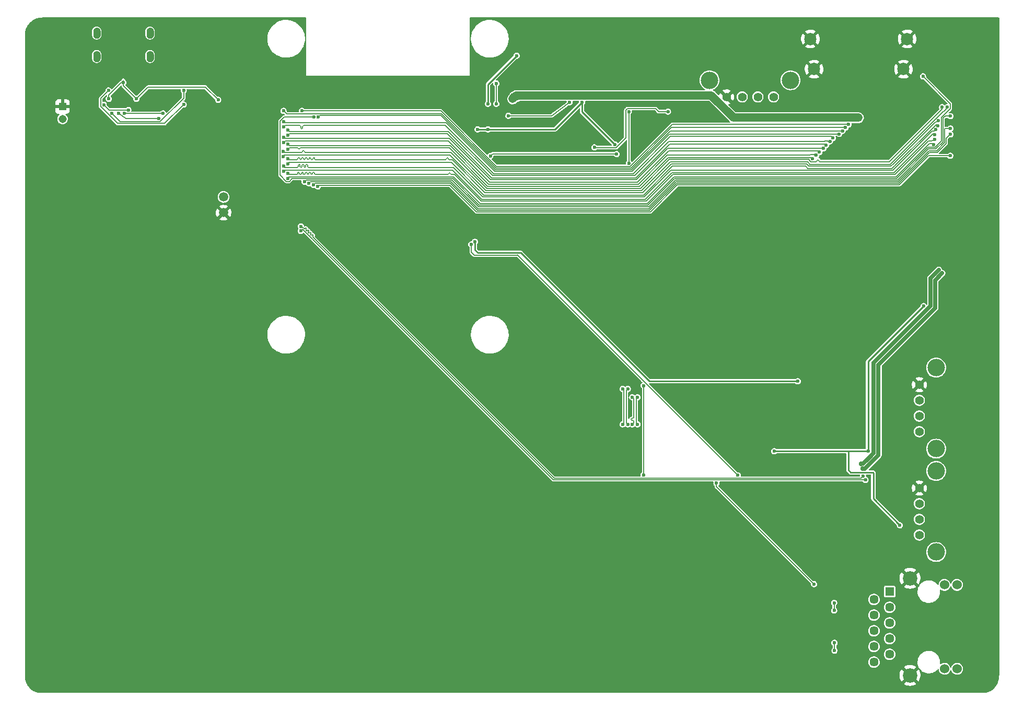
<source format=gbr>
%TF.GenerationSoftware,KiCad,Pcbnew,(5.99.0-10613-g4d227d2d2b)*%
%TF.CreationDate,2021-10-23T21:10:19-07:00*%
%TF.ProjectId,customBoard,63757374-6f6d-4426-9f61-72642e6b6963,0.0.1*%
%TF.SameCoordinates,Original*%
%TF.FileFunction,Copper,L2,Bot*%
%TF.FilePolarity,Positive*%
%FSLAX46Y46*%
G04 Gerber Fmt 4.6, Leading zero omitted, Abs format (unit mm)*
G04 Created by KiCad (PCBNEW (5.99.0-10613-g4d227d2d2b)) date 2021-10-23 21:10:19*
%MOMM*%
%LPD*%
G01*
G04 APERTURE LIST*
%TA.AperFunction,EtchedComponent*%
%ADD10C,0.010000*%
%TD*%
%TA.AperFunction,ComponentPad*%
%ADD11O,0.800000X1.600000*%
%TD*%
%TA.AperFunction,ComponentPad*%
%ADD12R,1.446000X1.446000*%
%TD*%
%TA.AperFunction,ComponentPad*%
%ADD13C,1.446000*%
%TD*%
%TA.AperFunction,ComponentPad*%
%ADD14C,1.530000*%
%TD*%
%TA.AperFunction,ComponentPad*%
%ADD15C,2.355000*%
%TD*%
%TA.AperFunction,ComponentPad*%
%ADD16C,1.422400*%
%TD*%
%TA.AperFunction,ComponentPad*%
%ADD17C,2.819400*%
%TD*%
%TA.AperFunction,ComponentPad*%
%ADD18C,1.498600*%
%TD*%
%TA.AperFunction,ComponentPad*%
%ADD19R,1.308000X1.308000*%
%TD*%
%TA.AperFunction,ComponentPad*%
%ADD20C,1.308000*%
%TD*%
%TA.AperFunction,ComponentPad*%
%ADD21C,1.995000*%
%TD*%
%TA.AperFunction,ViaPad*%
%ADD22C,0.600000*%
%TD*%
%TA.AperFunction,ViaPad*%
%ADD23C,0.900000*%
%TD*%
%TA.AperFunction,Conductor*%
%ADD24C,0.127000*%
%TD*%
%TA.AperFunction,Conductor*%
%ADD25C,0.150000*%
%TD*%
%TA.AperFunction,Conductor*%
%ADD26C,0.200000*%
%TD*%
%TA.AperFunction,Conductor*%
%ADD27C,1.345500*%
%TD*%
%TA.AperFunction,Conductor*%
%ADD28C,0.295656*%
%TD*%
%TA.AperFunction,Conductor*%
%ADD29C,0.152400*%
%TD*%
%TA.AperFunction,Conductor*%
%ADD30C,0.640000*%
%TD*%
G04 APERTURE END LIST*
D10*
%TO.C,J1*%
X39241000Y-27729000D02*
X39269785Y-27728246D01*
X39269785Y-27728246D02*
X39298491Y-27725987D01*
X39298491Y-27725987D02*
X39327039Y-27722229D01*
X39327039Y-27722229D02*
X39355351Y-27716981D01*
X39355351Y-27716981D02*
X39383350Y-27710259D01*
X39383350Y-27710259D02*
X39410959Y-27702081D01*
X39410959Y-27702081D02*
X39438102Y-27692469D01*
X39438102Y-27692469D02*
X39464705Y-27681450D01*
X39464705Y-27681450D02*
X39490695Y-27669054D01*
X39490695Y-27669054D02*
X39516000Y-27655314D01*
X39516000Y-27655314D02*
X39540551Y-27640269D01*
X39540551Y-27640269D02*
X39564282Y-27623959D01*
X39564282Y-27623959D02*
X39587126Y-27606430D01*
X39587126Y-27606430D02*
X39609022Y-27587730D01*
X39609022Y-27587730D02*
X39629909Y-27567909D01*
X39629909Y-27567909D02*
X39649730Y-27547022D01*
X39649730Y-27547022D02*
X39668430Y-27525126D01*
X39668430Y-27525126D02*
X39685959Y-27502282D01*
X39685959Y-27502282D02*
X39702269Y-27478551D01*
X39702269Y-27478551D02*
X39717314Y-27454000D01*
X39717314Y-27454000D02*
X39731054Y-27428695D01*
X39731054Y-27428695D02*
X39743450Y-27402705D01*
X39743450Y-27402705D02*
X39754469Y-27376102D01*
X39754469Y-27376102D02*
X39764081Y-27348959D01*
X39764081Y-27348959D02*
X39772259Y-27321350D01*
X39772259Y-27321350D02*
X39778981Y-27293351D01*
X39778981Y-27293351D02*
X39784229Y-27265039D01*
X39784229Y-27265039D02*
X39787987Y-27236491D01*
X39787987Y-27236491D02*
X39790246Y-27207785D01*
X39790246Y-27207785D02*
X39791000Y-27179000D01*
X39791000Y-27179000D02*
X39791000Y-26579000D01*
X39791000Y-26579000D02*
X39790246Y-26550215D01*
X39790246Y-26550215D02*
X39787987Y-26521509D01*
X39787987Y-26521509D02*
X39784229Y-26492961D01*
X39784229Y-26492961D02*
X39778981Y-26464649D01*
X39778981Y-26464649D02*
X39772259Y-26436650D01*
X39772259Y-26436650D02*
X39764081Y-26409041D01*
X39764081Y-26409041D02*
X39754469Y-26381898D01*
X39754469Y-26381898D02*
X39743450Y-26355295D01*
X39743450Y-26355295D02*
X39731054Y-26329305D01*
X39731054Y-26329305D02*
X39717314Y-26304000D01*
X39717314Y-26304000D02*
X39702269Y-26279449D01*
X39702269Y-26279449D02*
X39685959Y-26255718D01*
X39685959Y-26255718D02*
X39668430Y-26232874D01*
X39668430Y-26232874D02*
X39649730Y-26210978D01*
X39649730Y-26210978D02*
X39629909Y-26190091D01*
X39629909Y-26190091D02*
X39609022Y-26170270D01*
X39609022Y-26170270D02*
X39587126Y-26151570D01*
X39587126Y-26151570D02*
X39564282Y-26134041D01*
X39564282Y-26134041D02*
X39540551Y-26117731D01*
X39540551Y-26117731D02*
X39516000Y-26102686D01*
X39516000Y-26102686D02*
X39490695Y-26088946D01*
X39490695Y-26088946D02*
X39464705Y-26076550D01*
X39464705Y-26076550D02*
X39438102Y-26065531D01*
X39438102Y-26065531D02*
X39410959Y-26055919D01*
X39410959Y-26055919D02*
X39383350Y-26047741D01*
X39383350Y-26047741D02*
X39355351Y-26041019D01*
X39355351Y-26041019D02*
X39327039Y-26035771D01*
X39327039Y-26035771D02*
X39298491Y-26032013D01*
X39298491Y-26032013D02*
X39269785Y-26029754D01*
X39269785Y-26029754D02*
X39241000Y-26029000D01*
X39241000Y-26029000D02*
X39212215Y-26029754D01*
X39212215Y-26029754D02*
X39183509Y-26032013D01*
X39183509Y-26032013D02*
X39154961Y-26035771D01*
X39154961Y-26035771D02*
X39126649Y-26041019D01*
X39126649Y-26041019D02*
X39098650Y-26047741D01*
X39098650Y-26047741D02*
X39071041Y-26055919D01*
X39071041Y-26055919D02*
X39043898Y-26065531D01*
X39043898Y-26065531D02*
X39017295Y-26076550D01*
X39017295Y-26076550D02*
X38991305Y-26088946D01*
X38991305Y-26088946D02*
X38966000Y-26102686D01*
X38966000Y-26102686D02*
X38941449Y-26117731D01*
X38941449Y-26117731D02*
X38917718Y-26134041D01*
X38917718Y-26134041D02*
X38894874Y-26151570D01*
X38894874Y-26151570D02*
X38872978Y-26170270D01*
X38872978Y-26170270D02*
X38852091Y-26190091D01*
X38852091Y-26190091D02*
X38832270Y-26210978D01*
X38832270Y-26210978D02*
X38813570Y-26232874D01*
X38813570Y-26232874D02*
X38796041Y-26255718D01*
X38796041Y-26255718D02*
X38779731Y-26279449D01*
X38779731Y-26279449D02*
X38764686Y-26304000D01*
X38764686Y-26304000D02*
X38750946Y-26329305D01*
X38750946Y-26329305D02*
X38738550Y-26355295D01*
X38738550Y-26355295D02*
X38727531Y-26381898D01*
X38727531Y-26381898D02*
X38717919Y-26409041D01*
X38717919Y-26409041D02*
X38709741Y-26436650D01*
X38709741Y-26436650D02*
X38703019Y-26464649D01*
X38703019Y-26464649D02*
X38697771Y-26492961D01*
X38697771Y-26492961D02*
X38694013Y-26521509D01*
X38694013Y-26521509D02*
X38691754Y-26550215D01*
X38691754Y-26550215D02*
X38691000Y-26579000D01*
X38691000Y-26579000D02*
X38691000Y-27179000D01*
X38691000Y-27179000D02*
X38691754Y-27207785D01*
X38691754Y-27207785D02*
X38694013Y-27236491D01*
X38694013Y-27236491D02*
X38697771Y-27265039D01*
X38697771Y-27265039D02*
X38703019Y-27293351D01*
X38703019Y-27293351D02*
X38709741Y-27321350D01*
X38709741Y-27321350D02*
X38717919Y-27348959D01*
X38717919Y-27348959D02*
X38727531Y-27376102D01*
X38727531Y-27376102D02*
X38738550Y-27402705D01*
X38738550Y-27402705D02*
X38750946Y-27428695D01*
X38750946Y-27428695D02*
X38764686Y-27454000D01*
X38764686Y-27454000D02*
X38779731Y-27478551D01*
X38779731Y-27478551D02*
X38796041Y-27502282D01*
X38796041Y-27502282D02*
X38813570Y-27525126D01*
X38813570Y-27525126D02*
X38832270Y-27547022D01*
X38832270Y-27547022D02*
X38852091Y-27567909D01*
X38852091Y-27567909D02*
X38872978Y-27587730D01*
X38872978Y-27587730D02*
X38894874Y-27606430D01*
X38894874Y-27606430D02*
X38917718Y-27623959D01*
X38917718Y-27623959D02*
X38941449Y-27640269D01*
X38941449Y-27640269D02*
X38966000Y-27655314D01*
X38966000Y-27655314D02*
X38991305Y-27669054D01*
X38991305Y-27669054D02*
X39017295Y-27681450D01*
X39017295Y-27681450D02*
X39043898Y-27692469D01*
X39043898Y-27692469D02*
X39071041Y-27702081D01*
X39071041Y-27702081D02*
X39098650Y-27710259D01*
X39098650Y-27710259D02*
X39126649Y-27716981D01*
X39126649Y-27716981D02*
X39154961Y-27722229D01*
X39154961Y-27722229D02*
X39183509Y-27725987D01*
X39183509Y-27725987D02*
X39212215Y-27728246D01*
X39212215Y-27728246D02*
X39241000Y-27729000D01*
X39241000Y-27729000D02*
X39241000Y-27729000D01*
G36*
X39269785Y-26029754D02*
G01*
X39298491Y-26032013D01*
X39327039Y-26035771D01*
X39355351Y-26041019D01*
X39383350Y-26047741D01*
X39410959Y-26055919D01*
X39438102Y-26065531D01*
X39464705Y-26076550D01*
X39490695Y-26088946D01*
X39516000Y-26102686D01*
X39540551Y-26117731D01*
X39564282Y-26134041D01*
X39587126Y-26151570D01*
X39609022Y-26170270D01*
X39629909Y-26190091D01*
X39649730Y-26210978D01*
X39668430Y-26232874D01*
X39685959Y-26255718D01*
X39702269Y-26279449D01*
X39717314Y-26304000D01*
X39731054Y-26329305D01*
X39743450Y-26355295D01*
X39754469Y-26381898D01*
X39764081Y-26409041D01*
X39772259Y-26436650D01*
X39778981Y-26464649D01*
X39784229Y-26492961D01*
X39787987Y-26521509D01*
X39790246Y-26550215D01*
X39791000Y-26579000D01*
X39791000Y-27179000D01*
X39790246Y-27207785D01*
X39787987Y-27236491D01*
X39784229Y-27265039D01*
X39778981Y-27293351D01*
X39772259Y-27321350D01*
X39764081Y-27348959D01*
X39754469Y-27376102D01*
X39743450Y-27402705D01*
X39731054Y-27428695D01*
X39717314Y-27454000D01*
X39702269Y-27478551D01*
X39685959Y-27502282D01*
X39668430Y-27525126D01*
X39649730Y-27547022D01*
X39629909Y-27567909D01*
X39609022Y-27587730D01*
X39587126Y-27606430D01*
X39564282Y-27623959D01*
X39540551Y-27640269D01*
X39516000Y-27655314D01*
X39490695Y-27669054D01*
X39464705Y-27681450D01*
X39438102Y-27692469D01*
X39410959Y-27702081D01*
X39383350Y-27710259D01*
X39355351Y-27716981D01*
X39327039Y-27722229D01*
X39298491Y-27725987D01*
X39269785Y-27728246D01*
X39241000Y-27729000D01*
X39212215Y-27728246D01*
X39183509Y-27725987D01*
X39154961Y-27722229D01*
X39126649Y-27716981D01*
X39098650Y-27710259D01*
X39071041Y-27702081D01*
X39043898Y-27692469D01*
X39017295Y-27681450D01*
X38991305Y-27669054D01*
X38966000Y-27655314D01*
X38941449Y-27640269D01*
X38917718Y-27623959D01*
X38894874Y-27606430D01*
X38872978Y-27587730D01*
X38852091Y-27567909D01*
X38832270Y-27547022D01*
X38813570Y-27525126D01*
X38796041Y-27502282D01*
X38779731Y-27478551D01*
X38764686Y-27454000D01*
X38750946Y-27428695D01*
X38738550Y-27402705D01*
X38727531Y-27376102D01*
X38717919Y-27348959D01*
X38709741Y-27321350D01*
X38703019Y-27293351D01*
X38697771Y-27265039D01*
X38694013Y-27236491D01*
X38691754Y-27207785D01*
X38691000Y-27179000D01*
X38691000Y-26579000D01*
X38691754Y-26550215D01*
X38694013Y-26521509D01*
X38697771Y-26492961D01*
X38703019Y-26464649D01*
X38709741Y-26436650D01*
X38717919Y-26409041D01*
X38727531Y-26381898D01*
X38738550Y-26355295D01*
X38750946Y-26329305D01*
X38764686Y-26304000D01*
X38779731Y-26279449D01*
X38796041Y-26255718D01*
X38813570Y-26232874D01*
X38832270Y-26210978D01*
X38852091Y-26190091D01*
X38872978Y-26170270D01*
X38894874Y-26151570D01*
X38917718Y-26134041D01*
X38941449Y-26117731D01*
X38966000Y-26102686D01*
X38991305Y-26088946D01*
X39017295Y-26076550D01*
X39043898Y-26065531D01*
X39071041Y-26055919D01*
X39098650Y-26047741D01*
X39126649Y-26041019D01*
X39154961Y-26035771D01*
X39183509Y-26032013D01*
X39212215Y-26029754D01*
X39241000Y-26029000D01*
X39269785Y-26029754D01*
G37*
X39269785Y-26029754D02*
X39298491Y-26032013D01*
X39327039Y-26035771D01*
X39355351Y-26041019D01*
X39383350Y-26047741D01*
X39410959Y-26055919D01*
X39438102Y-26065531D01*
X39464705Y-26076550D01*
X39490695Y-26088946D01*
X39516000Y-26102686D01*
X39540551Y-26117731D01*
X39564282Y-26134041D01*
X39587126Y-26151570D01*
X39609022Y-26170270D01*
X39629909Y-26190091D01*
X39649730Y-26210978D01*
X39668430Y-26232874D01*
X39685959Y-26255718D01*
X39702269Y-26279449D01*
X39717314Y-26304000D01*
X39731054Y-26329305D01*
X39743450Y-26355295D01*
X39754469Y-26381898D01*
X39764081Y-26409041D01*
X39772259Y-26436650D01*
X39778981Y-26464649D01*
X39784229Y-26492961D01*
X39787987Y-26521509D01*
X39790246Y-26550215D01*
X39791000Y-26579000D01*
X39791000Y-27179000D01*
X39790246Y-27207785D01*
X39787987Y-27236491D01*
X39784229Y-27265039D01*
X39778981Y-27293351D01*
X39772259Y-27321350D01*
X39764081Y-27348959D01*
X39754469Y-27376102D01*
X39743450Y-27402705D01*
X39731054Y-27428695D01*
X39717314Y-27454000D01*
X39702269Y-27478551D01*
X39685959Y-27502282D01*
X39668430Y-27525126D01*
X39649730Y-27547022D01*
X39629909Y-27567909D01*
X39609022Y-27587730D01*
X39587126Y-27606430D01*
X39564282Y-27623959D01*
X39540551Y-27640269D01*
X39516000Y-27655314D01*
X39490695Y-27669054D01*
X39464705Y-27681450D01*
X39438102Y-27692469D01*
X39410959Y-27702081D01*
X39383350Y-27710259D01*
X39355351Y-27716981D01*
X39327039Y-27722229D01*
X39298491Y-27725987D01*
X39269785Y-27728246D01*
X39241000Y-27729000D01*
X39212215Y-27728246D01*
X39183509Y-27725987D01*
X39154961Y-27722229D01*
X39126649Y-27716981D01*
X39098650Y-27710259D01*
X39071041Y-27702081D01*
X39043898Y-27692469D01*
X39017295Y-27681450D01*
X38991305Y-27669054D01*
X38966000Y-27655314D01*
X38941449Y-27640269D01*
X38917718Y-27623959D01*
X38894874Y-27606430D01*
X38872978Y-27587730D01*
X38852091Y-27567909D01*
X38832270Y-27547022D01*
X38813570Y-27525126D01*
X38796041Y-27502282D01*
X38779731Y-27478551D01*
X38764686Y-27454000D01*
X38750946Y-27428695D01*
X38738550Y-27402705D01*
X38727531Y-27376102D01*
X38717919Y-27348959D01*
X38709741Y-27321350D01*
X38703019Y-27293351D01*
X38697771Y-27265039D01*
X38694013Y-27236491D01*
X38691754Y-27207785D01*
X38691000Y-27179000D01*
X38691000Y-26579000D01*
X38691754Y-26550215D01*
X38694013Y-26521509D01*
X38697771Y-26492961D01*
X38703019Y-26464649D01*
X38709741Y-26436650D01*
X38717919Y-26409041D01*
X38727531Y-26381898D01*
X38738550Y-26355295D01*
X38750946Y-26329305D01*
X38764686Y-26304000D01*
X38779731Y-26279449D01*
X38796041Y-26255718D01*
X38813570Y-26232874D01*
X38832270Y-26210978D01*
X38852091Y-26190091D01*
X38872978Y-26170270D01*
X38894874Y-26151570D01*
X38917718Y-26134041D01*
X38941449Y-26117731D01*
X38966000Y-26102686D01*
X38991305Y-26088946D01*
X39017295Y-26076550D01*
X39043898Y-26065531D01*
X39071041Y-26055919D01*
X39098650Y-26047741D01*
X39126649Y-26041019D01*
X39154961Y-26035771D01*
X39183509Y-26032013D01*
X39212215Y-26029754D01*
X39241000Y-26029000D01*
X39269785Y-26029754D01*
X47881000Y-27729000D02*
X47909785Y-27728246D01*
X47909785Y-27728246D02*
X47938491Y-27725987D01*
X47938491Y-27725987D02*
X47967039Y-27722229D01*
X47967039Y-27722229D02*
X47995351Y-27716981D01*
X47995351Y-27716981D02*
X48023350Y-27710259D01*
X48023350Y-27710259D02*
X48050959Y-27702081D01*
X48050959Y-27702081D02*
X48078102Y-27692469D01*
X48078102Y-27692469D02*
X48104705Y-27681450D01*
X48104705Y-27681450D02*
X48130695Y-27669054D01*
X48130695Y-27669054D02*
X48156000Y-27655314D01*
X48156000Y-27655314D02*
X48180551Y-27640269D01*
X48180551Y-27640269D02*
X48204282Y-27623959D01*
X48204282Y-27623959D02*
X48227126Y-27606430D01*
X48227126Y-27606430D02*
X48249022Y-27587730D01*
X48249022Y-27587730D02*
X48269909Y-27567909D01*
X48269909Y-27567909D02*
X48289730Y-27547022D01*
X48289730Y-27547022D02*
X48308430Y-27525126D01*
X48308430Y-27525126D02*
X48325959Y-27502282D01*
X48325959Y-27502282D02*
X48342269Y-27478551D01*
X48342269Y-27478551D02*
X48357314Y-27454000D01*
X48357314Y-27454000D02*
X48371054Y-27428695D01*
X48371054Y-27428695D02*
X48383450Y-27402705D01*
X48383450Y-27402705D02*
X48394469Y-27376102D01*
X48394469Y-27376102D02*
X48404081Y-27348959D01*
X48404081Y-27348959D02*
X48412259Y-27321350D01*
X48412259Y-27321350D02*
X48418981Y-27293351D01*
X48418981Y-27293351D02*
X48424229Y-27265039D01*
X48424229Y-27265039D02*
X48427987Y-27236491D01*
X48427987Y-27236491D02*
X48430246Y-27207785D01*
X48430246Y-27207785D02*
X48431000Y-27179000D01*
X48431000Y-27179000D02*
X48431000Y-26579000D01*
X48431000Y-26579000D02*
X48430246Y-26550215D01*
X48430246Y-26550215D02*
X48427987Y-26521509D01*
X48427987Y-26521509D02*
X48424229Y-26492961D01*
X48424229Y-26492961D02*
X48418981Y-26464649D01*
X48418981Y-26464649D02*
X48412259Y-26436650D01*
X48412259Y-26436650D02*
X48404081Y-26409041D01*
X48404081Y-26409041D02*
X48394469Y-26381898D01*
X48394469Y-26381898D02*
X48383450Y-26355295D01*
X48383450Y-26355295D02*
X48371054Y-26329305D01*
X48371054Y-26329305D02*
X48357314Y-26304000D01*
X48357314Y-26304000D02*
X48342269Y-26279449D01*
X48342269Y-26279449D02*
X48325959Y-26255718D01*
X48325959Y-26255718D02*
X48308430Y-26232874D01*
X48308430Y-26232874D02*
X48289730Y-26210978D01*
X48289730Y-26210978D02*
X48269909Y-26190091D01*
X48269909Y-26190091D02*
X48249022Y-26170270D01*
X48249022Y-26170270D02*
X48227126Y-26151570D01*
X48227126Y-26151570D02*
X48204282Y-26134041D01*
X48204282Y-26134041D02*
X48180551Y-26117731D01*
X48180551Y-26117731D02*
X48156000Y-26102686D01*
X48156000Y-26102686D02*
X48130695Y-26088946D01*
X48130695Y-26088946D02*
X48104705Y-26076550D01*
X48104705Y-26076550D02*
X48078102Y-26065531D01*
X48078102Y-26065531D02*
X48050959Y-26055919D01*
X48050959Y-26055919D02*
X48023350Y-26047741D01*
X48023350Y-26047741D02*
X47995351Y-26041019D01*
X47995351Y-26041019D02*
X47967039Y-26035771D01*
X47967039Y-26035771D02*
X47938491Y-26032013D01*
X47938491Y-26032013D02*
X47909785Y-26029754D01*
X47909785Y-26029754D02*
X47881000Y-26029000D01*
X47881000Y-26029000D02*
X47852215Y-26029754D01*
X47852215Y-26029754D02*
X47823509Y-26032013D01*
X47823509Y-26032013D02*
X47794961Y-26035771D01*
X47794961Y-26035771D02*
X47766649Y-26041019D01*
X47766649Y-26041019D02*
X47738650Y-26047741D01*
X47738650Y-26047741D02*
X47711041Y-26055919D01*
X47711041Y-26055919D02*
X47683898Y-26065531D01*
X47683898Y-26065531D02*
X47657295Y-26076550D01*
X47657295Y-26076550D02*
X47631305Y-26088946D01*
X47631305Y-26088946D02*
X47606000Y-26102686D01*
X47606000Y-26102686D02*
X47581449Y-26117731D01*
X47581449Y-26117731D02*
X47557718Y-26134041D01*
X47557718Y-26134041D02*
X47534874Y-26151570D01*
X47534874Y-26151570D02*
X47512978Y-26170270D01*
X47512978Y-26170270D02*
X47492091Y-26190091D01*
X47492091Y-26190091D02*
X47472270Y-26210978D01*
X47472270Y-26210978D02*
X47453570Y-26232874D01*
X47453570Y-26232874D02*
X47436041Y-26255718D01*
X47436041Y-26255718D02*
X47419731Y-26279449D01*
X47419731Y-26279449D02*
X47404686Y-26304000D01*
X47404686Y-26304000D02*
X47390946Y-26329305D01*
X47390946Y-26329305D02*
X47378550Y-26355295D01*
X47378550Y-26355295D02*
X47367531Y-26381898D01*
X47367531Y-26381898D02*
X47357919Y-26409041D01*
X47357919Y-26409041D02*
X47349741Y-26436650D01*
X47349741Y-26436650D02*
X47343019Y-26464649D01*
X47343019Y-26464649D02*
X47337771Y-26492961D01*
X47337771Y-26492961D02*
X47334013Y-26521509D01*
X47334013Y-26521509D02*
X47331754Y-26550215D01*
X47331754Y-26550215D02*
X47331000Y-26579000D01*
X47331000Y-26579000D02*
X47331000Y-27179000D01*
X47331000Y-27179000D02*
X47331754Y-27207785D01*
X47331754Y-27207785D02*
X47334013Y-27236491D01*
X47334013Y-27236491D02*
X47337771Y-27265039D01*
X47337771Y-27265039D02*
X47343019Y-27293351D01*
X47343019Y-27293351D02*
X47349741Y-27321350D01*
X47349741Y-27321350D02*
X47357919Y-27348959D01*
X47357919Y-27348959D02*
X47367531Y-27376102D01*
X47367531Y-27376102D02*
X47378550Y-27402705D01*
X47378550Y-27402705D02*
X47390946Y-27428695D01*
X47390946Y-27428695D02*
X47404686Y-27454000D01*
X47404686Y-27454000D02*
X47419731Y-27478551D01*
X47419731Y-27478551D02*
X47436041Y-27502282D01*
X47436041Y-27502282D02*
X47453570Y-27525126D01*
X47453570Y-27525126D02*
X47472270Y-27547022D01*
X47472270Y-27547022D02*
X47492091Y-27567909D01*
X47492091Y-27567909D02*
X47512978Y-27587730D01*
X47512978Y-27587730D02*
X47534874Y-27606430D01*
X47534874Y-27606430D02*
X47557718Y-27623959D01*
X47557718Y-27623959D02*
X47581449Y-27640269D01*
X47581449Y-27640269D02*
X47606000Y-27655314D01*
X47606000Y-27655314D02*
X47631305Y-27669054D01*
X47631305Y-27669054D02*
X47657295Y-27681450D01*
X47657295Y-27681450D02*
X47683898Y-27692469D01*
X47683898Y-27692469D02*
X47711041Y-27702081D01*
X47711041Y-27702081D02*
X47738650Y-27710259D01*
X47738650Y-27710259D02*
X47766649Y-27716981D01*
X47766649Y-27716981D02*
X47794961Y-27722229D01*
X47794961Y-27722229D02*
X47823509Y-27725987D01*
X47823509Y-27725987D02*
X47852215Y-27728246D01*
X47852215Y-27728246D02*
X47881000Y-27729000D01*
X47881000Y-27729000D02*
X47881000Y-27729000D01*
G36*
X47909785Y-26029754D02*
G01*
X47938491Y-26032013D01*
X47967039Y-26035771D01*
X47995351Y-26041019D01*
X48023350Y-26047741D01*
X48050959Y-26055919D01*
X48078102Y-26065531D01*
X48104705Y-26076550D01*
X48130695Y-26088946D01*
X48156000Y-26102686D01*
X48180551Y-26117731D01*
X48204282Y-26134041D01*
X48227126Y-26151570D01*
X48249022Y-26170270D01*
X48269909Y-26190091D01*
X48289730Y-26210978D01*
X48308430Y-26232874D01*
X48325959Y-26255718D01*
X48342269Y-26279449D01*
X48357314Y-26304000D01*
X48371054Y-26329305D01*
X48383450Y-26355295D01*
X48394469Y-26381898D01*
X48404081Y-26409041D01*
X48412259Y-26436650D01*
X48418981Y-26464649D01*
X48424229Y-26492961D01*
X48427987Y-26521509D01*
X48430246Y-26550215D01*
X48431000Y-26579000D01*
X48431000Y-27179000D01*
X48430246Y-27207785D01*
X48427987Y-27236491D01*
X48424229Y-27265039D01*
X48418981Y-27293351D01*
X48412259Y-27321350D01*
X48404081Y-27348959D01*
X48394469Y-27376102D01*
X48383450Y-27402705D01*
X48371054Y-27428695D01*
X48357314Y-27454000D01*
X48342269Y-27478551D01*
X48325959Y-27502282D01*
X48308430Y-27525126D01*
X48289730Y-27547022D01*
X48269909Y-27567909D01*
X48249022Y-27587730D01*
X48227126Y-27606430D01*
X48204282Y-27623959D01*
X48180551Y-27640269D01*
X48156000Y-27655314D01*
X48130695Y-27669054D01*
X48104705Y-27681450D01*
X48078102Y-27692469D01*
X48050959Y-27702081D01*
X48023350Y-27710259D01*
X47995351Y-27716981D01*
X47967039Y-27722229D01*
X47938491Y-27725987D01*
X47909785Y-27728246D01*
X47881000Y-27729000D01*
X47852215Y-27728246D01*
X47823509Y-27725987D01*
X47794961Y-27722229D01*
X47766649Y-27716981D01*
X47738650Y-27710259D01*
X47711041Y-27702081D01*
X47683898Y-27692469D01*
X47657295Y-27681450D01*
X47631305Y-27669054D01*
X47606000Y-27655314D01*
X47581449Y-27640269D01*
X47557718Y-27623959D01*
X47534874Y-27606430D01*
X47512978Y-27587730D01*
X47492091Y-27567909D01*
X47472270Y-27547022D01*
X47453570Y-27525126D01*
X47436041Y-27502282D01*
X47419731Y-27478551D01*
X47404686Y-27454000D01*
X47390946Y-27428695D01*
X47378550Y-27402705D01*
X47367531Y-27376102D01*
X47357919Y-27348959D01*
X47349741Y-27321350D01*
X47343019Y-27293351D01*
X47337771Y-27265039D01*
X47334013Y-27236491D01*
X47331754Y-27207785D01*
X47331000Y-27179000D01*
X47331000Y-26579000D01*
X47331754Y-26550215D01*
X47334013Y-26521509D01*
X47337771Y-26492961D01*
X47343019Y-26464649D01*
X47349741Y-26436650D01*
X47357919Y-26409041D01*
X47367531Y-26381898D01*
X47378550Y-26355295D01*
X47390946Y-26329305D01*
X47404686Y-26304000D01*
X47419731Y-26279449D01*
X47436041Y-26255718D01*
X47453570Y-26232874D01*
X47472270Y-26210978D01*
X47492091Y-26190091D01*
X47512978Y-26170270D01*
X47534874Y-26151570D01*
X47557718Y-26134041D01*
X47581449Y-26117731D01*
X47606000Y-26102686D01*
X47631305Y-26088946D01*
X47657295Y-26076550D01*
X47683898Y-26065531D01*
X47711041Y-26055919D01*
X47738650Y-26047741D01*
X47766649Y-26041019D01*
X47794961Y-26035771D01*
X47823509Y-26032013D01*
X47852215Y-26029754D01*
X47881000Y-26029000D01*
X47909785Y-26029754D01*
G37*
X47909785Y-26029754D02*
X47938491Y-26032013D01*
X47967039Y-26035771D01*
X47995351Y-26041019D01*
X48023350Y-26047741D01*
X48050959Y-26055919D01*
X48078102Y-26065531D01*
X48104705Y-26076550D01*
X48130695Y-26088946D01*
X48156000Y-26102686D01*
X48180551Y-26117731D01*
X48204282Y-26134041D01*
X48227126Y-26151570D01*
X48249022Y-26170270D01*
X48269909Y-26190091D01*
X48289730Y-26210978D01*
X48308430Y-26232874D01*
X48325959Y-26255718D01*
X48342269Y-26279449D01*
X48357314Y-26304000D01*
X48371054Y-26329305D01*
X48383450Y-26355295D01*
X48394469Y-26381898D01*
X48404081Y-26409041D01*
X48412259Y-26436650D01*
X48418981Y-26464649D01*
X48424229Y-26492961D01*
X48427987Y-26521509D01*
X48430246Y-26550215D01*
X48431000Y-26579000D01*
X48431000Y-27179000D01*
X48430246Y-27207785D01*
X48427987Y-27236491D01*
X48424229Y-27265039D01*
X48418981Y-27293351D01*
X48412259Y-27321350D01*
X48404081Y-27348959D01*
X48394469Y-27376102D01*
X48383450Y-27402705D01*
X48371054Y-27428695D01*
X48357314Y-27454000D01*
X48342269Y-27478551D01*
X48325959Y-27502282D01*
X48308430Y-27525126D01*
X48289730Y-27547022D01*
X48269909Y-27567909D01*
X48249022Y-27587730D01*
X48227126Y-27606430D01*
X48204282Y-27623959D01*
X48180551Y-27640269D01*
X48156000Y-27655314D01*
X48130695Y-27669054D01*
X48104705Y-27681450D01*
X48078102Y-27692469D01*
X48050959Y-27702081D01*
X48023350Y-27710259D01*
X47995351Y-27716981D01*
X47967039Y-27722229D01*
X47938491Y-27725987D01*
X47909785Y-27728246D01*
X47881000Y-27729000D01*
X47852215Y-27728246D01*
X47823509Y-27725987D01*
X47794961Y-27722229D01*
X47766649Y-27716981D01*
X47738650Y-27710259D01*
X47711041Y-27702081D01*
X47683898Y-27692469D01*
X47657295Y-27681450D01*
X47631305Y-27669054D01*
X47606000Y-27655314D01*
X47581449Y-27640269D01*
X47557718Y-27623959D01*
X47534874Y-27606430D01*
X47512978Y-27587730D01*
X47492091Y-27567909D01*
X47472270Y-27547022D01*
X47453570Y-27525126D01*
X47436041Y-27502282D01*
X47419731Y-27478551D01*
X47404686Y-27454000D01*
X47390946Y-27428695D01*
X47378550Y-27402705D01*
X47367531Y-27376102D01*
X47357919Y-27348959D01*
X47349741Y-27321350D01*
X47343019Y-27293351D01*
X47337771Y-27265039D01*
X47334013Y-27236491D01*
X47331754Y-27207785D01*
X47331000Y-27179000D01*
X47331000Y-26579000D01*
X47331754Y-26550215D01*
X47334013Y-26521509D01*
X47337771Y-26492961D01*
X47343019Y-26464649D01*
X47349741Y-26436650D01*
X47357919Y-26409041D01*
X47367531Y-26381898D01*
X47378550Y-26355295D01*
X47390946Y-26329305D01*
X47404686Y-26304000D01*
X47419731Y-26279449D01*
X47436041Y-26255718D01*
X47453570Y-26232874D01*
X47472270Y-26210978D01*
X47492091Y-26190091D01*
X47512978Y-26170270D01*
X47534874Y-26151570D01*
X47557718Y-26134041D01*
X47581449Y-26117731D01*
X47606000Y-26102686D01*
X47631305Y-26088946D01*
X47657295Y-26076550D01*
X47683898Y-26065531D01*
X47711041Y-26055919D01*
X47738650Y-26047741D01*
X47766649Y-26041019D01*
X47794961Y-26035771D01*
X47823509Y-26032013D01*
X47852215Y-26029754D01*
X47881000Y-26029000D01*
X47909785Y-26029754D01*
X39241000Y-23929000D02*
X39269785Y-23928246D01*
X39269785Y-23928246D02*
X39298491Y-23925987D01*
X39298491Y-23925987D02*
X39327039Y-23922229D01*
X39327039Y-23922229D02*
X39355351Y-23916981D01*
X39355351Y-23916981D02*
X39383350Y-23910259D01*
X39383350Y-23910259D02*
X39410959Y-23902081D01*
X39410959Y-23902081D02*
X39438102Y-23892469D01*
X39438102Y-23892469D02*
X39464705Y-23881450D01*
X39464705Y-23881450D02*
X39490695Y-23869054D01*
X39490695Y-23869054D02*
X39516000Y-23855314D01*
X39516000Y-23855314D02*
X39540551Y-23840269D01*
X39540551Y-23840269D02*
X39564282Y-23823959D01*
X39564282Y-23823959D02*
X39587126Y-23806430D01*
X39587126Y-23806430D02*
X39609022Y-23787730D01*
X39609022Y-23787730D02*
X39629909Y-23767909D01*
X39629909Y-23767909D02*
X39649730Y-23747022D01*
X39649730Y-23747022D02*
X39668430Y-23725126D01*
X39668430Y-23725126D02*
X39685959Y-23702282D01*
X39685959Y-23702282D02*
X39702269Y-23678551D01*
X39702269Y-23678551D02*
X39717314Y-23654000D01*
X39717314Y-23654000D02*
X39731054Y-23628695D01*
X39731054Y-23628695D02*
X39743450Y-23602705D01*
X39743450Y-23602705D02*
X39754469Y-23576102D01*
X39754469Y-23576102D02*
X39764081Y-23548959D01*
X39764081Y-23548959D02*
X39772259Y-23521350D01*
X39772259Y-23521350D02*
X39778981Y-23493351D01*
X39778981Y-23493351D02*
X39784229Y-23465039D01*
X39784229Y-23465039D02*
X39787987Y-23436491D01*
X39787987Y-23436491D02*
X39790246Y-23407785D01*
X39790246Y-23407785D02*
X39791000Y-23379000D01*
X39791000Y-23379000D02*
X39791000Y-22779000D01*
X39791000Y-22779000D02*
X39790246Y-22750215D01*
X39790246Y-22750215D02*
X39787987Y-22721509D01*
X39787987Y-22721509D02*
X39784229Y-22692961D01*
X39784229Y-22692961D02*
X39778981Y-22664649D01*
X39778981Y-22664649D02*
X39772259Y-22636650D01*
X39772259Y-22636650D02*
X39764081Y-22609041D01*
X39764081Y-22609041D02*
X39754469Y-22581898D01*
X39754469Y-22581898D02*
X39743450Y-22555295D01*
X39743450Y-22555295D02*
X39731054Y-22529305D01*
X39731054Y-22529305D02*
X39717314Y-22504000D01*
X39717314Y-22504000D02*
X39702269Y-22479449D01*
X39702269Y-22479449D02*
X39685959Y-22455718D01*
X39685959Y-22455718D02*
X39668430Y-22432874D01*
X39668430Y-22432874D02*
X39649730Y-22410978D01*
X39649730Y-22410978D02*
X39629909Y-22390091D01*
X39629909Y-22390091D02*
X39609022Y-22370270D01*
X39609022Y-22370270D02*
X39587126Y-22351570D01*
X39587126Y-22351570D02*
X39564282Y-22334041D01*
X39564282Y-22334041D02*
X39540551Y-22317731D01*
X39540551Y-22317731D02*
X39516000Y-22302686D01*
X39516000Y-22302686D02*
X39490695Y-22288946D01*
X39490695Y-22288946D02*
X39464705Y-22276550D01*
X39464705Y-22276550D02*
X39438102Y-22265531D01*
X39438102Y-22265531D02*
X39410959Y-22255919D01*
X39410959Y-22255919D02*
X39383350Y-22247741D01*
X39383350Y-22247741D02*
X39355351Y-22241019D01*
X39355351Y-22241019D02*
X39327039Y-22235771D01*
X39327039Y-22235771D02*
X39298491Y-22232013D01*
X39298491Y-22232013D02*
X39269785Y-22229754D01*
X39269785Y-22229754D02*
X39241000Y-22229000D01*
X39241000Y-22229000D02*
X39212215Y-22229754D01*
X39212215Y-22229754D02*
X39183509Y-22232013D01*
X39183509Y-22232013D02*
X39154961Y-22235771D01*
X39154961Y-22235771D02*
X39126649Y-22241019D01*
X39126649Y-22241019D02*
X39098650Y-22247741D01*
X39098650Y-22247741D02*
X39071041Y-22255919D01*
X39071041Y-22255919D02*
X39043898Y-22265531D01*
X39043898Y-22265531D02*
X39017295Y-22276550D01*
X39017295Y-22276550D02*
X38991305Y-22288946D01*
X38991305Y-22288946D02*
X38966000Y-22302686D01*
X38966000Y-22302686D02*
X38941449Y-22317731D01*
X38941449Y-22317731D02*
X38917718Y-22334041D01*
X38917718Y-22334041D02*
X38894874Y-22351570D01*
X38894874Y-22351570D02*
X38872978Y-22370270D01*
X38872978Y-22370270D02*
X38852091Y-22390091D01*
X38852091Y-22390091D02*
X38832270Y-22410978D01*
X38832270Y-22410978D02*
X38813570Y-22432874D01*
X38813570Y-22432874D02*
X38796041Y-22455718D01*
X38796041Y-22455718D02*
X38779731Y-22479449D01*
X38779731Y-22479449D02*
X38764686Y-22504000D01*
X38764686Y-22504000D02*
X38750946Y-22529305D01*
X38750946Y-22529305D02*
X38738550Y-22555295D01*
X38738550Y-22555295D02*
X38727531Y-22581898D01*
X38727531Y-22581898D02*
X38717919Y-22609041D01*
X38717919Y-22609041D02*
X38709741Y-22636650D01*
X38709741Y-22636650D02*
X38703019Y-22664649D01*
X38703019Y-22664649D02*
X38697771Y-22692961D01*
X38697771Y-22692961D02*
X38694013Y-22721509D01*
X38694013Y-22721509D02*
X38691754Y-22750215D01*
X38691754Y-22750215D02*
X38691000Y-22779000D01*
X38691000Y-22779000D02*
X38691000Y-23379000D01*
X38691000Y-23379000D02*
X38691754Y-23407785D01*
X38691754Y-23407785D02*
X38694013Y-23436491D01*
X38694013Y-23436491D02*
X38697771Y-23465039D01*
X38697771Y-23465039D02*
X38703019Y-23493351D01*
X38703019Y-23493351D02*
X38709741Y-23521350D01*
X38709741Y-23521350D02*
X38717919Y-23548959D01*
X38717919Y-23548959D02*
X38727531Y-23576102D01*
X38727531Y-23576102D02*
X38738550Y-23602705D01*
X38738550Y-23602705D02*
X38750946Y-23628695D01*
X38750946Y-23628695D02*
X38764686Y-23654000D01*
X38764686Y-23654000D02*
X38779731Y-23678551D01*
X38779731Y-23678551D02*
X38796041Y-23702282D01*
X38796041Y-23702282D02*
X38813570Y-23725126D01*
X38813570Y-23725126D02*
X38832270Y-23747022D01*
X38832270Y-23747022D02*
X38852091Y-23767909D01*
X38852091Y-23767909D02*
X38872978Y-23787730D01*
X38872978Y-23787730D02*
X38894874Y-23806430D01*
X38894874Y-23806430D02*
X38917718Y-23823959D01*
X38917718Y-23823959D02*
X38941449Y-23840269D01*
X38941449Y-23840269D02*
X38966000Y-23855314D01*
X38966000Y-23855314D02*
X38991305Y-23869054D01*
X38991305Y-23869054D02*
X39017295Y-23881450D01*
X39017295Y-23881450D02*
X39043898Y-23892469D01*
X39043898Y-23892469D02*
X39071041Y-23902081D01*
X39071041Y-23902081D02*
X39098650Y-23910259D01*
X39098650Y-23910259D02*
X39126649Y-23916981D01*
X39126649Y-23916981D02*
X39154961Y-23922229D01*
X39154961Y-23922229D02*
X39183509Y-23925987D01*
X39183509Y-23925987D02*
X39212215Y-23928246D01*
X39212215Y-23928246D02*
X39241000Y-23929000D01*
X39241000Y-23929000D02*
X39241000Y-23929000D01*
G36*
X39269785Y-22229754D02*
G01*
X39298491Y-22232013D01*
X39327039Y-22235771D01*
X39355351Y-22241019D01*
X39383350Y-22247741D01*
X39410959Y-22255919D01*
X39438102Y-22265531D01*
X39464705Y-22276550D01*
X39490695Y-22288946D01*
X39516000Y-22302686D01*
X39540551Y-22317731D01*
X39564282Y-22334041D01*
X39587126Y-22351570D01*
X39609022Y-22370270D01*
X39629909Y-22390091D01*
X39649730Y-22410978D01*
X39668430Y-22432874D01*
X39685959Y-22455718D01*
X39702269Y-22479449D01*
X39717314Y-22504000D01*
X39731054Y-22529305D01*
X39743450Y-22555295D01*
X39754469Y-22581898D01*
X39764081Y-22609041D01*
X39772259Y-22636650D01*
X39778981Y-22664649D01*
X39784229Y-22692961D01*
X39787987Y-22721509D01*
X39790246Y-22750215D01*
X39791000Y-22779000D01*
X39791000Y-23379000D01*
X39790246Y-23407785D01*
X39787987Y-23436491D01*
X39784229Y-23465039D01*
X39778981Y-23493351D01*
X39772259Y-23521350D01*
X39764081Y-23548959D01*
X39754469Y-23576102D01*
X39743450Y-23602705D01*
X39731054Y-23628695D01*
X39717314Y-23654000D01*
X39702269Y-23678551D01*
X39685959Y-23702282D01*
X39668430Y-23725126D01*
X39649730Y-23747022D01*
X39629909Y-23767909D01*
X39609022Y-23787730D01*
X39587126Y-23806430D01*
X39564282Y-23823959D01*
X39540551Y-23840269D01*
X39516000Y-23855314D01*
X39490695Y-23869054D01*
X39464705Y-23881450D01*
X39438102Y-23892469D01*
X39410959Y-23902081D01*
X39383350Y-23910259D01*
X39355351Y-23916981D01*
X39327039Y-23922229D01*
X39298491Y-23925987D01*
X39269785Y-23928246D01*
X39241000Y-23929000D01*
X39212215Y-23928246D01*
X39183509Y-23925987D01*
X39154961Y-23922229D01*
X39126649Y-23916981D01*
X39098650Y-23910259D01*
X39071041Y-23902081D01*
X39043898Y-23892469D01*
X39017295Y-23881450D01*
X38991305Y-23869054D01*
X38966000Y-23855314D01*
X38941449Y-23840269D01*
X38917718Y-23823959D01*
X38894874Y-23806430D01*
X38872978Y-23787730D01*
X38852091Y-23767909D01*
X38832270Y-23747022D01*
X38813570Y-23725126D01*
X38796041Y-23702282D01*
X38779731Y-23678551D01*
X38764686Y-23654000D01*
X38750946Y-23628695D01*
X38738550Y-23602705D01*
X38727531Y-23576102D01*
X38717919Y-23548959D01*
X38709741Y-23521350D01*
X38703019Y-23493351D01*
X38697771Y-23465039D01*
X38694013Y-23436491D01*
X38691754Y-23407785D01*
X38691000Y-23379000D01*
X38691000Y-22779000D01*
X38691754Y-22750215D01*
X38694013Y-22721509D01*
X38697771Y-22692961D01*
X38703019Y-22664649D01*
X38709741Y-22636650D01*
X38717919Y-22609041D01*
X38727531Y-22581898D01*
X38738550Y-22555295D01*
X38750946Y-22529305D01*
X38764686Y-22504000D01*
X38779731Y-22479449D01*
X38796041Y-22455718D01*
X38813570Y-22432874D01*
X38832270Y-22410978D01*
X38852091Y-22390091D01*
X38872978Y-22370270D01*
X38894874Y-22351570D01*
X38917718Y-22334041D01*
X38941449Y-22317731D01*
X38966000Y-22302686D01*
X38991305Y-22288946D01*
X39017295Y-22276550D01*
X39043898Y-22265531D01*
X39071041Y-22255919D01*
X39098650Y-22247741D01*
X39126649Y-22241019D01*
X39154961Y-22235771D01*
X39183509Y-22232013D01*
X39212215Y-22229754D01*
X39241000Y-22229000D01*
X39269785Y-22229754D01*
G37*
X39269785Y-22229754D02*
X39298491Y-22232013D01*
X39327039Y-22235771D01*
X39355351Y-22241019D01*
X39383350Y-22247741D01*
X39410959Y-22255919D01*
X39438102Y-22265531D01*
X39464705Y-22276550D01*
X39490695Y-22288946D01*
X39516000Y-22302686D01*
X39540551Y-22317731D01*
X39564282Y-22334041D01*
X39587126Y-22351570D01*
X39609022Y-22370270D01*
X39629909Y-22390091D01*
X39649730Y-22410978D01*
X39668430Y-22432874D01*
X39685959Y-22455718D01*
X39702269Y-22479449D01*
X39717314Y-22504000D01*
X39731054Y-22529305D01*
X39743450Y-22555295D01*
X39754469Y-22581898D01*
X39764081Y-22609041D01*
X39772259Y-22636650D01*
X39778981Y-22664649D01*
X39784229Y-22692961D01*
X39787987Y-22721509D01*
X39790246Y-22750215D01*
X39791000Y-22779000D01*
X39791000Y-23379000D01*
X39790246Y-23407785D01*
X39787987Y-23436491D01*
X39784229Y-23465039D01*
X39778981Y-23493351D01*
X39772259Y-23521350D01*
X39764081Y-23548959D01*
X39754469Y-23576102D01*
X39743450Y-23602705D01*
X39731054Y-23628695D01*
X39717314Y-23654000D01*
X39702269Y-23678551D01*
X39685959Y-23702282D01*
X39668430Y-23725126D01*
X39649730Y-23747022D01*
X39629909Y-23767909D01*
X39609022Y-23787730D01*
X39587126Y-23806430D01*
X39564282Y-23823959D01*
X39540551Y-23840269D01*
X39516000Y-23855314D01*
X39490695Y-23869054D01*
X39464705Y-23881450D01*
X39438102Y-23892469D01*
X39410959Y-23902081D01*
X39383350Y-23910259D01*
X39355351Y-23916981D01*
X39327039Y-23922229D01*
X39298491Y-23925987D01*
X39269785Y-23928246D01*
X39241000Y-23929000D01*
X39212215Y-23928246D01*
X39183509Y-23925987D01*
X39154961Y-23922229D01*
X39126649Y-23916981D01*
X39098650Y-23910259D01*
X39071041Y-23902081D01*
X39043898Y-23892469D01*
X39017295Y-23881450D01*
X38991305Y-23869054D01*
X38966000Y-23855314D01*
X38941449Y-23840269D01*
X38917718Y-23823959D01*
X38894874Y-23806430D01*
X38872978Y-23787730D01*
X38852091Y-23767909D01*
X38832270Y-23747022D01*
X38813570Y-23725126D01*
X38796041Y-23702282D01*
X38779731Y-23678551D01*
X38764686Y-23654000D01*
X38750946Y-23628695D01*
X38738550Y-23602705D01*
X38727531Y-23576102D01*
X38717919Y-23548959D01*
X38709741Y-23521350D01*
X38703019Y-23493351D01*
X38697771Y-23465039D01*
X38694013Y-23436491D01*
X38691754Y-23407785D01*
X38691000Y-23379000D01*
X38691000Y-22779000D01*
X38691754Y-22750215D01*
X38694013Y-22721509D01*
X38697771Y-22692961D01*
X38703019Y-22664649D01*
X38709741Y-22636650D01*
X38717919Y-22609041D01*
X38727531Y-22581898D01*
X38738550Y-22555295D01*
X38750946Y-22529305D01*
X38764686Y-22504000D01*
X38779731Y-22479449D01*
X38796041Y-22455718D01*
X38813570Y-22432874D01*
X38832270Y-22410978D01*
X38852091Y-22390091D01*
X38872978Y-22370270D01*
X38894874Y-22351570D01*
X38917718Y-22334041D01*
X38941449Y-22317731D01*
X38966000Y-22302686D01*
X38991305Y-22288946D01*
X39017295Y-22276550D01*
X39043898Y-22265531D01*
X39071041Y-22255919D01*
X39098650Y-22247741D01*
X39126649Y-22241019D01*
X39154961Y-22235771D01*
X39183509Y-22232013D01*
X39212215Y-22229754D01*
X39241000Y-22229000D01*
X39269785Y-22229754D01*
X47881000Y-23929000D02*
X47909785Y-23928246D01*
X47909785Y-23928246D02*
X47938491Y-23925987D01*
X47938491Y-23925987D02*
X47967039Y-23922229D01*
X47967039Y-23922229D02*
X47995351Y-23916981D01*
X47995351Y-23916981D02*
X48023350Y-23910259D01*
X48023350Y-23910259D02*
X48050959Y-23902081D01*
X48050959Y-23902081D02*
X48078102Y-23892469D01*
X48078102Y-23892469D02*
X48104705Y-23881450D01*
X48104705Y-23881450D02*
X48130695Y-23869054D01*
X48130695Y-23869054D02*
X48156000Y-23855314D01*
X48156000Y-23855314D02*
X48180551Y-23840269D01*
X48180551Y-23840269D02*
X48204282Y-23823959D01*
X48204282Y-23823959D02*
X48227126Y-23806430D01*
X48227126Y-23806430D02*
X48249022Y-23787730D01*
X48249022Y-23787730D02*
X48269909Y-23767909D01*
X48269909Y-23767909D02*
X48289730Y-23747022D01*
X48289730Y-23747022D02*
X48308430Y-23725126D01*
X48308430Y-23725126D02*
X48325959Y-23702282D01*
X48325959Y-23702282D02*
X48342269Y-23678551D01*
X48342269Y-23678551D02*
X48357314Y-23654000D01*
X48357314Y-23654000D02*
X48371054Y-23628695D01*
X48371054Y-23628695D02*
X48383450Y-23602705D01*
X48383450Y-23602705D02*
X48394469Y-23576102D01*
X48394469Y-23576102D02*
X48404081Y-23548959D01*
X48404081Y-23548959D02*
X48412259Y-23521350D01*
X48412259Y-23521350D02*
X48418981Y-23493351D01*
X48418981Y-23493351D02*
X48424229Y-23465039D01*
X48424229Y-23465039D02*
X48427987Y-23436491D01*
X48427987Y-23436491D02*
X48430246Y-23407785D01*
X48430246Y-23407785D02*
X48431000Y-23379000D01*
X48431000Y-23379000D02*
X48431000Y-22779000D01*
X48431000Y-22779000D02*
X48430246Y-22750215D01*
X48430246Y-22750215D02*
X48427987Y-22721509D01*
X48427987Y-22721509D02*
X48424229Y-22692961D01*
X48424229Y-22692961D02*
X48418981Y-22664649D01*
X48418981Y-22664649D02*
X48412259Y-22636650D01*
X48412259Y-22636650D02*
X48404081Y-22609041D01*
X48404081Y-22609041D02*
X48394469Y-22581898D01*
X48394469Y-22581898D02*
X48383450Y-22555295D01*
X48383450Y-22555295D02*
X48371054Y-22529305D01*
X48371054Y-22529305D02*
X48357314Y-22504000D01*
X48357314Y-22504000D02*
X48342269Y-22479449D01*
X48342269Y-22479449D02*
X48325959Y-22455718D01*
X48325959Y-22455718D02*
X48308430Y-22432874D01*
X48308430Y-22432874D02*
X48289730Y-22410978D01*
X48289730Y-22410978D02*
X48269909Y-22390091D01*
X48269909Y-22390091D02*
X48249022Y-22370270D01*
X48249022Y-22370270D02*
X48227126Y-22351570D01*
X48227126Y-22351570D02*
X48204282Y-22334041D01*
X48204282Y-22334041D02*
X48180551Y-22317731D01*
X48180551Y-22317731D02*
X48156000Y-22302686D01*
X48156000Y-22302686D02*
X48130695Y-22288946D01*
X48130695Y-22288946D02*
X48104705Y-22276550D01*
X48104705Y-22276550D02*
X48078102Y-22265531D01*
X48078102Y-22265531D02*
X48050959Y-22255919D01*
X48050959Y-22255919D02*
X48023350Y-22247741D01*
X48023350Y-22247741D02*
X47995351Y-22241019D01*
X47995351Y-22241019D02*
X47967039Y-22235771D01*
X47967039Y-22235771D02*
X47938491Y-22232013D01*
X47938491Y-22232013D02*
X47909785Y-22229754D01*
X47909785Y-22229754D02*
X47881000Y-22229000D01*
X47881000Y-22229000D02*
X47852215Y-22229754D01*
X47852215Y-22229754D02*
X47823509Y-22232013D01*
X47823509Y-22232013D02*
X47794961Y-22235771D01*
X47794961Y-22235771D02*
X47766649Y-22241019D01*
X47766649Y-22241019D02*
X47738650Y-22247741D01*
X47738650Y-22247741D02*
X47711041Y-22255919D01*
X47711041Y-22255919D02*
X47683898Y-22265531D01*
X47683898Y-22265531D02*
X47657295Y-22276550D01*
X47657295Y-22276550D02*
X47631305Y-22288946D01*
X47631305Y-22288946D02*
X47606000Y-22302686D01*
X47606000Y-22302686D02*
X47581449Y-22317731D01*
X47581449Y-22317731D02*
X47557718Y-22334041D01*
X47557718Y-22334041D02*
X47534874Y-22351570D01*
X47534874Y-22351570D02*
X47512978Y-22370270D01*
X47512978Y-22370270D02*
X47492091Y-22390091D01*
X47492091Y-22390091D02*
X47472270Y-22410978D01*
X47472270Y-22410978D02*
X47453570Y-22432874D01*
X47453570Y-22432874D02*
X47436041Y-22455718D01*
X47436041Y-22455718D02*
X47419731Y-22479449D01*
X47419731Y-22479449D02*
X47404686Y-22504000D01*
X47404686Y-22504000D02*
X47390946Y-22529305D01*
X47390946Y-22529305D02*
X47378550Y-22555295D01*
X47378550Y-22555295D02*
X47367531Y-22581898D01*
X47367531Y-22581898D02*
X47357919Y-22609041D01*
X47357919Y-22609041D02*
X47349741Y-22636650D01*
X47349741Y-22636650D02*
X47343019Y-22664649D01*
X47343019Y-22664649D02*
X47337771Y-22692961D01*
X47337771Y-22692961D02*
X47334013Y-22721509D01*
X47334013Y-22721509D02*
X47331754Y-22750215D01*
X47331754Y-22750215D02*
X47331000Y-22779000D01*
X47331000Y-22779000D02*
X47331000Y-23379000D01*
X47331000Y-23379000D02*
X47331754Y-23407785D01*
X47331754Y-23407785D02*
X47334013Y-23436491D01*
X47334013Y-23436491D02*
X47337771Y-23465039D01*
X47337771Y-23465039D02*
X47343019Y-23493351D01*
X47343019Y-23493351D02*
X47349741Y-23521350D01*
X47349741Y-23521350D02*
X47357919Y-23548959D01*
X47357919Y-23548959D02*
X47367531Y-23576102D01*
X47367531Y-23576102D02*
X47378550Y-23602705D01*
X47378550Y-23602705D02*
X47390946Y-23628695D01*
X47390946Y-23628695D02*
X47404686Y-23654000D01*
X47404686Y-23654000D02*
X47419731Y-23678551D01*
X47419731Y-23678551D02*
X47436041Y-23702282D01*
X47436041Y-23702282D02*
X47453570Y-23725126D01*
X47453570Y-23725126D02*
X47472270Y-23747022D01*
X47472270Y-23747022D02*
X47492091Y-23767909D01*
X47492091Y-23767909D02*
X47512978Y-23787730D01*
X47512978Y-23787730D02*
X47534874Y-23806430D01*
X47534874Y-23806430D02*
X47557718Y-23823959D01*
X47557718Y-23823959D02*
X47581449Y-23840269D01*
X47581449Y-23840269D02*
X47606000Y-23855314D01*
X47606000Y-23855314D02*
X47631305Y-23869054D01*
X47631305Y-23869054D02*
X47657295Y-23881450D01*
X47657295Y-23881450D02*
X47683898Y-23892469D01*
X47683898Y-23892469D02*
X47711041Y-23902081D01*
X47711041Y-23902081D02*
X47738650Y-23910259D01*
X47738650Y-23910259D02*
X47766649Y-23916981D01*
X47766649Y-23916981D02*
X47794961Y-23922229D01*
X47794961Y-23922229D02*
X47823509Y-23925987D01*
X47823509Y-23925987D02*
X47852215Y-23928246D01*
X47852215Y-23928246D02*
X47881000Y-23929000D01*
X47881000Y-23929000D02*
X47881000Y-23929000D01*
G36*
X47909785Y-22229754D02*
G01*
X47938491Y-22232013D01*
X47967039Y-22235771D01*
X47995351Y-22241019D01*
X48023350Y-22247741D01*
X48050959Y-22255919D01*
X48078102Y-22265531D01*
X48104705Y-22276550D01*
X48130695Y-22288946D01*
X48156000Y-22302686D01*
X48180551Y-22317731D01*
X48204282Y-22334041D01*
X48227126Y-22351570D01*
X48249022Y-22370270D01*
X48269909Y-22390091D01*
X48289730Y-22410978D01*
X48308430Y-22432874D01*
X48325959Y-22455718D01*
X48342269Y-22479449D01*
X48357314Y-22504000D01*
X48371054Y-22529305D01*
X48383450Y-22555295D01*
X48394469Y-22581898D01*
X48404081Y-22609041D01*
X48412259Y-22636650D01*
X48418981Y-22664649D01*
X48424229Y-22692961D01*
X48427987Y-22721509D01*
X48430246Y-22750215D01*
X48431000Y-22779000D01*
X48431000Y-23379000D01*
X48430246Y-23407785D01*
X48427987Y-23436491D01*
X48424229Y-23465039D01*
X48418981Y-23493351D01*
X48412259Y-23521350D01*
X48404081Y-23548959D01*
X48394469Y-23576102D01*
X48383450Y-23602705D01*
X48371054Y-23628695D01*
X48357314Y-23654000D01*
X48342269Y-23678551D01*
X48325959Y-23702282D01*
X48308430Y-23725126D01*
X48289730Y-23747022D01*
X48269909Y-23767909D01*
X48249022Y-23787730D01*
X48227126Y-23806430D01*
X48204282Y-23823959D01*
X48180551Y-23840269D01*
X48156000Y-23855314D01*
X48130695Y-23869054D01*
X48104705Y-23881450D01*
X48078102Y-23892469D01*
X48050959Y-23902081D01*
X48023350Y-23910259D01*
X47995351Y-23916981D01*
X47967039Y-23922229D01*
X47938491Y-23925987D01*
X47909785Y-23928246D01*
X47881000Y-23929000D01*
X47852215Y-23928246D01*
X47823509Y-23925987D01*
X47794961Y-23922229D01*
X47766649Y-23916981D01*
X47738650Y-23910259D01*
X47711041Y-23902081D01*
X47683898Y-23892469D01*
X47657295Y-23881450D01*
X47631305Y-23869054D01*
X47606000Y-23855314D01*
X47581449Y-23840269D01*
X47557718Y-23823959D01*
X47534874Y-23806430D01*
X47512978Y-23787730D01*
X47492091Y-23767909D01*
X47472270Y-23747022D01*
X47453570Y-23725126D01*
X47436041Y-23702282D01*
X47419731Y-23678551D01*
X47404686Y-23654000D01*
X47390946Y-23628695D01*
X47378550Y-23602705D01*
X47367531Y-23576102D01*
X47357919Y-23548959D01*
X47349741Y-23521350D01*
X47343019Y-23493351D01*
X47337771Y-23465039D01*
X47334013Y-23436491D01*
X47331754Y-23407785D01*
X47331000Y-23379000D01*
X47331000Y-22779000D01*
X47331754Y-22750215D01*
X47334013Y-22721509D01*
X47337771Y-22692961D01*
X47343019Y-22664649D01*
X47349741Y-22636650D01*
X47357919Y-22609041D01*
X47367531Y-22581898D01*
X47378550Y-22555295D01*
X47390946Y-22529305D01*
X47404686Y-22504000D01*
X47419731Y-22479449D01*
X47436041Y-22455718D01*
X47453570Y-22432874D01*
X47472270Y-22410978D01*
X47492091Y-22390091D01*
X47512978Y-22370270D01*
X47534874Y-22351570D01*
X47557718Y-22334041D01*
X47581449Y-22317731D01*
X47606000Y-22302686D01*
X47631305Y-22288946D01*
X47657295Y-22276550D01*
X47683898Y-22265531D01*
X47711041Y-22255919D01*
X47738650Y-22247741D01*
X47766649Y-22241019D01*
X47794961Y-22235771D01*
X47823509Y-22232013D01*
X47852215Y-22229754D01*
X47881000Y-22229000D01*
X47909785Y-22229754D01*
G37*
X47909785Y-22229754D02*
X47938491Y-22232013D01*
X47967039Y-22235771D01*
X47995351Y-22241019D01*
X48023350Y-22247741D01*
X48050959Y-22255919D01*
X48078102Y-22265531D01*
X48104705Y-22276550D01*
X48130695Y-22288946D01*
X48156000Y-22302686D01*
X48180551Y-22317731D01*
X48204282Y-22334041D01*
X48227126Y-22351570D01*
X48249022Y-22370270D01*
X48269909Y-22390091D01*
X48289730Y-22410978D01*
X48308430Y-22432874D01*
X48325959Y-22455718D01*
X48342269Y-22479449D01*
X48357314Y-22504000D01*
X48371054Y-22529305D01*
X48383450Y-22555295D01*
X48394469Y-22581898D01*
X48404081Y-22609041D01*
X48412259Y-22636650D01*
X48418981Y-22664649D01*
X48424229Y-22692961D01*
X48427987Y-22721509D01*
X48430246Y-22750215D01*
X48431000Y-22779000D01*
X48431000Y-23379000D01*
X48430246Y-23407785D01*
X48427987Y-23436491D01*
X48424229Y-23465039D01*
X48418981Y-23493351D01*
X48412259Y-23521350D01*
X48404081Y-23548959D01*
X48394469Y-23576102D01*
X48383450Y-23602705D01*
X48371054Y-23628695D01*
X48357314Y-23654000D01*
X48342269Y-23678551D01*
X48325959Y-23702282D01*
X48308430Y-23725126D01*
X48289730Y-23747022D01*
X48269909Y-23767909D01*
X48249022Y-23787730D01*
X48227126Y-23806430D01*
X48204282Y-23823959D01*
X48180551Y-23840269D01*
X48156000Y-23855314D01*
X48130695Y-23869054D01*
X48104705Y-23881450D01*
X48078102Y-23892469D01*
X48050959Y-23902081D01*
X48023350Y-23910259D01*
X47995351Y-23916981D01*
X47967039Y-23922229D01*
X47938491Y-23925987D01*
X47909785Y-23928246D01*
X47881000Y-23929000D01*
X47852215Y-23928246D01*
X47823509Y-23925987D01*
X47794961Y-23922229D01*
X47766649Y-23916981D01*
X47738650Y-23910259D01*
X47711041Y-23902081D01*
X47683898Y-23892469D01*
X47657295Y-23881450D01*
X47631305Y-23869054D01*
X47606000Y-23855314D01*
X47581449Y-23840269D01*
X47557718Y-23823959D01*
X47534874Y-23806430D01*
X47512978Y-23787730D01*
X47492091Y-23767909D01*
X47472270Y-23747022D01*
X47453570Y-23725126D01*
X47436041Y-23702282D01*
X47419731Y-23678551D01*
X47404686Y-23654000D01*
X47390946Y-23628695D01*
X47378550Y-23602705D01*
X47367531Y-23576102D01*
X47357919Y-23548959D01*
X47349741Y-23521350D01*
X47343019Y-23493351D01*
X47337771Y-23465039D01*
X47334013Y-23436491D01*
X47331754Y-23407785D01*
X47331000Y-23379000D01*
X47331000Y-22779000D01*
X47331754Y-22750215D01*
X47334013Y-22721509D01*
X47337771Y-22692961D01*
X47343019Y-22664649D01*
X47349741Y-22636650D01*
X47357919Y-22609041D01*
X47367531Y-22581898D01*
X47378550Y-22555295D01*
X47390946Y-22529305D01*
X47404686Y-22504000D01*
X47419731Y-22479449D01*
X47436041Y-22455718D01*
X47453570Y-22432874D01*
X47472270Y-22410978D01*
X47492091Y-22390091D01*
X47512978Y-22370270D01*
X47534874Y-22351570D01*
X47557718Y-22334041D01*
X47581449Y-22317731D01*
X47606000Y-22302686D01*
X47631305Y-22288946D01*
X47657295Y-22276550D01*
X47683898Y-22265531D01*
X47711041Y-22255919D01*
X47738650Y-22247741D01*
X47766649Y-22241019D01*
X47794961Y-22235771D01*
X47823509Y-22232013D01*
X47852215Y-22229754D01*
X47881000Y-22229000D01*
X47909785Y-22229754D01*
%TD*%
D11*
%TO.P,J1,S1,SHIELD*%
%TO.N,Net-(J1-PadS1)*%
X47881000Y-26879000D03*
%TO.P,J1,S2,SHIELD*%
X39241000Y-26879000D03*
%TO.P,J1,S3,SHIELD*%
X47881000Y-23079000D03*
%TO.P,J1,S4,SHIELD*%
X39241000Y-23079000D03*
%TD*%
D12*
%TO.P,J6,1,TRD1+*%
%TO.N,/CM4/TRD0_P*%
X167744000Y-113665000D03*
D13*
%TO.P,J6,2,TRD1-*%
%TO.N,/CM4/TRD0_N*%
X165204000Y-114935000D03*
%TO.P,J6,3,TRD2+*%
%TO.N,/CM4/TRD1_P*%
X167744000Y-116205000D03*
%TO.P,J6,4,TRD2-*%
%TO.N,/CM4/TRD1_N*%
X165204000Y-117475000D03*
%TO.P,J6,5,TRCT1*%
%TO.N,Net-(C9-Pad1)*%
X167744000Y-118745000D03*
%TO.P,J6,6,TRCT2*%
X165204000Y-120015000D03*
%TO.P,J6,7,TRD3+*%
%TO.N,/CM4/TRD2_P*%
X167744000Y-121285000D03*
%TO.P,J6,8,TRD3-*%
%TO.N,/CM4/TRD2_N*%
X165204000Y-122555000D03*
%TO.P,J6,9,TRD4+*%
%TO.N,/CM4/TRD3_P*%
X167744000Y-123825000D03*
%TO.P,J6,10,TRD4-*%
%TO.N,/CM4/TRD3_N*%
X165204000Y-125095000D03*
D14*
%TO.P,J6,L1,GREEN_A_1*%
%TO.N,+3V3*%
X176644000Y-126180000D03*
%TO.P,J6,L2,YELLOW_K_1*%
%TO.N,Net-(J6-PadL2)*%
X178674000Y-126180000D03*
%TO.P,J6,L3,GREEN_A_2*%
%TO.N,+3V3*%
X176644000Y-112580000D03*
%TO.P,J6,L4,YELLOW_K_2*%
%TO.N,Net-(J6-PadL4)*%
X178674000Y-112580000D03*
D15*
%TO.P,J6,MH1,MH1*%
%TO.N,GND*%
X171044000Y-127255000D03*
%TO.P,J6,MH2,MH2*%
X171044000Y-111505000D03*
%TD*%
D16*
%TO.P,J9,1,1*%
%TO.N,/USB/VBUS*%
X148936500Y-33437000D03*
%TO.P,J9,2,2*%
%TO.N,/USB/D4_N*%
X146396500Y-33437000D03*
%TO.P,J9,3,3*%
%TO.N,/USB/D4_P*%
X143856500Y-33437000D03*
%TO.P,J9,4,4*%
%TO.N,GND*%
X141316500Y-33437000D03*
D17*
%TO.P,J9,5*%
%TO.N,N/C*%
X151696500Y-30727000D03*
%TO.P,J9,6*%
X138556500Y-30727000D03*
%TD*%
D18*
%TO.P,J2,1,1*%
%TO.N,GND*%
X59800000Y-52200000D03*
%TO.P,J2,2,2*%
%TO.N,/CM4/5v*%
X59800000Y-49660000D03*
%TD*%
D16*
%TO.P,J7,1,1*%
%TO.N,/USB/VBUS*%
X172557000Y-104486500D03*
%TO.P,J7,2,2*%
%TO.N,/USB/D2_N*%
X172557000Y-101946500D03*
%TO.P,J7,3,3*%
%TO.N,/USB/D2_P*%
X172557000Y-99406500D03*
%TO.P,J7,4,4*%
%TO.N,GND*%
X172557000Y-96866500D03*
D17*
%TO.P,J7,5*%
%TO.N,N/C*%
X175267000Y-107246500D03*
%TO.P,J7,6*%
X175267000Y-94106500D03*
%TD*%
D19*
%TO.P,B1,1,1*%
%TO.N,GND*%
X33700000Y-35000000D03*
D20*
%TO.P,B1,2,2*%
%TO.N,Net-(B1-Pad2)*%
X33700000Y-37000000D03*
%TD*%
D16*
%TO.P,J8,1,1*%
%TO.N,/USB/VBUS*%
X172557000Y-87722500D03*
%TO.P,J8,2,2*%
%TO.N,/USB/D3_N*%
X172557000Y-85182500D03*
%TO.P,J8,3,3*%
%TO.N,/USB/D3_P*%
X172557000Y-82642500D03*
%TO.P,J8,4,4*%
%TO.N,GND*%
X172557000Y-80102500D03*
D17*
%TO.P,J8,5*%
%TO.N,N/C*%
X175267000Y-90482500D03*
%TO.P,J8,6*%
X175267000Y-77342500D03*
%TD*%
D21*
%TO.P,J3,S1,SHIELD*%
%TO.N,GND*%
X155493250Y-28930500D03*
%TO.P,J3,S2,SHIELD*%
X169993250Y-28930500D03*
%TO.P,J3,S3,SHIELD*%
X170593250Y-24030500D03*
%TO.P,J3,S4,SHIELD*%
X154893250Y-24030500D03*
%TD*%
D22*
%TO.N,GND*%
X100250000Y-26700000D03*
X98950000Y-30550000D03*
X94000000Y-30550000D03*
D23*
X44072000Y-45692000D03*
X42472000Y-44092000D03*
D22*
X77700000Y-30550000D03*
X155800000Y-119050000D03*
X162450000Y-86650000D03*
X51500000Y-37950000D03*
X101900000Y-57550000D03*
X69400000Y-56150000D03*
X100300000Y-21450000D03*
X175300000Y-45800000D03*
X72750000Y-28250000D03*
X39350000Y-46900000D03*
X97300000Y-30550000D03*
X100250000Y-28300000D03*
X74500000Y-30500000D03*
X76100000Y-30550000D03*
X36100000Y-42550000D03*
X49950000Y-31200000D03*
X54100000Y-26400000D03*
X160500000Y-90200000D03*
X159450000Y-123600000D03*
X127200000Y-36100000D03*
X126450000Y-41800000D03*
X139400000Y-36500000D03*
X152650000Y-65200000D03*
X80900000Y-30550000D03*
X89050000Y-30550000D03*
D23*
X43522000Y-33453000D03*
D22*
X82550000Y-30550000D03*
X79300000Y-30550000D03*
X100250000Y-29850000D03*
X90700000Y-30550000D03*
X52600000Y-43100000D03*
D23*
X44072000Y-44092000D03*
D22*
X72750000Y-29900000D03*
X174550000Y-72900000D03*
D23*
X43272000Y-44892000D03*
D22*
X38950000Y-54650000D03*
X166450000Y-41850000D03*
X87450000Y-30550000D03*
X45572000Y-42092000D03*
X166750000Y-108350000D03*
X135900000Y-64750000D03*
X156300000Y-124900000D03*
X92350000Y-30550000D03*
X84200000Y-30550000D03*
X160600000Y-94600000D03*
X103400000Y-52700000D03*
X85850000Y-30550000D03*
X36500000Y-36600000D03*
X162150000Y-117100000D03*
X37200000Y-29650000D03*
X72750000Y-26600000D03*
X100950000Y-37300000D03*
X159450000Y-117100000D03*
X162150000Y-123600000D03*
X41000000Y-42100000D03*
X161550000Y-97800000D03*
X40750000Y-36900000D03*
X46350000Y-31400000D03*
X45100000Y-47950000D03*
X72850000Y-21700000D03*
X41200000Y-31150000D03*
X50038000Y-33912000D03*
X170200000Y-94900000D03*
X95650000Y-30550000D03*
X40100000Y-48650000D03*
D23*
X42472000Y-45692000D03*
D22*
X124650000Y-42500000D03*
X105100000Y-57500000D03*
%TO.N,Net-(B1-Pad2)*%
X40386000Y-34705260D03*
X44372000Y-35553000D03*
%TO.N,VBUS*%
X41199983Y-33735000D03*
X45682000Y-33753000D03*
X58928000Y-33912000D03*
X43572000Y-31118000D03*
%TO.N,/CM4/5v*%
X143000000Y-37100000D03*
X142300000Y-36450000D03*
X106672882Y-33100000D03*
X107372882Y-33100000D03*
X107372882Y-33750000D03*
X143000000Y-36450000D03*
X162200000Y-37150000D03*
X162150000Y-36500000D03*
X162900000Y-37100000D03*
X106672882Y-33750000D03*
X142300000Y-37100000D03*
X162800000Y-36450000D03*
%TO.N,/USB/VBUS*%
X173250000Y-67350000D03*
X169400000Y-102900000D03*
X164250291Y-90907315D03*
X149050000Y-90900000D03*
%TO.N,+3V3*%
X102650000Y-34550000D03*
X100537549Y-56922692D03*
X107300000Y-26750000D03*
X152850000Y-79550000D03*
X117900000Y-34300000D03*
X102672882Y-38700000D03*
X123190000Y-41148000D03*
X100972882Y-38700000D03*
%TO.N,/CM4/HDMI1_D2_P*%
X174895113Y-41143250D03*
X70202139Y-46653848D03*
X70202139Y-46653848D03*
%TO.N,/CM4/HDMI1_D2_N*%
X175000000Y-40296216D03*
X70202139Y-45799848D03*
X70202139Y-45799848D03*
%TO.N,/CM4/HDMI1_D1_P*%
X69525647Y-45513270D03*
X175080947Y-39571227D03*
X69525647Y-45513270D03*
%TO.N,/CM4/HDMI1_D1_N*%
X69525647Y-44659270D03*
X69525647Y-44659270D03*
X175175336Y-38722960D03*
%TO.N,/CM4/HDMI1_D0_P*%
X175583099Y-38104119D03*
X70195650Y-44277000D03*
X70195650Y-44277000D03*
%TO.N,/CM4/HDMI1_D0_N*%
X175653528Y-37253528D03*
X70195650Y-43423000D03*
X70195650Y-43423000D03*
%TO.N,/CM4/HDMI1_CK_P*%
X177098065Y-35098065D03*
X69428373Y-43094514D03*
X69428373Y-43094514D03*
%TO.N,/CM4/HDMI1_CK_N*%
X176244569Y-35101380D03*
X69428373Y-42240514D03*
X69428373Y-42240514D03*
%TO.N,/CM4/HDMI1_CEC*%
X177600000Y-36550000D03*
X72922882Y-47186269D03*
%TO.N,/CM4/HDMI1_SCL*%
X73640609Y-47440000D03*
X177600000Y-38550000D03*
%TO.N,/CM4/HDMI1_SDA*%
X177600000Y-39500000D03*
X74367005Y-47693520D03*
%TO.N,/CM4/HDMI1_HOTPLUG*%
X177567019Y-42970129D03*
X75066328Y-47947040D03*
%TO.N,/CM4/HDMI0_D1_P*%
X69536037Y-40804089D03*
X156365503Y-42376711D03*
X69536037Y-40804089D03*
%TO.N,/CM4/HDMI0_D2_N*%
X70214398Y-41083148D03*
X70214398Y-41083148D03*
X155856579Y-42895172D03*
%TO.N,/CM4/HDMI0_D2_P*%
X70214398Y-41937148D03*
X155200211Y-43440744D03*
X70214398Y-41937148D03*
%TO.N,/CM4/HDMI0_D1_N*%
X156997433Y-41803011D03*
X69536037Y-39950089D03*
X69536037Y-39950089D03*
%TO.N,/CM4/HDMI0_D0_P*%
X157468709Y-41250106D03*
X70218366Y-39649574D03*
%TO.N,/CM4/HDMI0_D0_N*%
X158077199Y-40651602D03*
X70218366Y-38795574D03*
%TO.N,/CM4/HDMI0_CK_P*%
X158550000Y-40100000D03*
X69572882Y-38277000D03*
X69572882Y-38277000D03*
%TO.N,/CM4/HDMI0_CK_N*%
X159562529Y-39440631D03*
X69572882Y-37423000D03*
X69572882Y-37423000D03*
%TO.N,/CM4/HDMI0_CEC*%
X75172882Y-36680011D03*
X160104747Y-38957097D03*
%TO.N,/CM4/HDMI0_SCL*%
X160587568Y-38414244D03*
X69522882Y-35700000D03*
%TO.N,/CM4/HDMI0_SDA*%
X72522882Y-35700000D03*
X161100000Y-37899250D03*
%TO.N,/CM4/HDMI0_HOTPLUG*%
X173150000Y-30100000D03*
X74422882Y-36680011D03*
%TO.N,/CM4/SD_CLK*%
X125476000Y-44196000D03*
X125476000Y-35814000D03*
%TO.N,/CM4/SD_CMD*%
X123500144Y-42700144D03*
X103032924Y-43017076D03*
%TO.N,/CM4/SD_DAT2*%
X119888000Y-41604500D03*
X131826000Y-35814000D03*
%TO.N,/CM4/TRD0_N*%
X158750000Y-115470300D03*
X158750000Y-116729700D03*
%TO.N,/CM4/TRD2_P*%
X126046917Y-82150000D03*
X126046917Y-82150000D03*
X126046917Y-82150000D03*
X126046917Y-86526083D03*
%TO.N,/CM4/TRD2_N*%
X126900917Y-82150000D03*
X126900917Y-82150000D03*
X158824955Y-123229700D03*
X126900917Y-82150000D03*
X126900917Y-86526083D03*
X158800000Y-121970300D03*
%TO.N,/CM4/TRD3_P*%
X124466716Y-86552428D03*
X124466716Y-80787902D03*
X124466716Y-80787902D03*
%TO.N,/CM4/TRD3_N*%
X125320716Y-80787902D03*
X125320716Y-86552428D03*
X125320716Y-80787902D03*
%TO.N,/USB/D1_P*%
X175742966Y-61481966D03*
X163098425Y-92951575D03*
%TO.N,/USB/D1_N*%
X163350000Y-93700000D03*
X176257034Y-61996034D03*
%TO.N,/CM4/ETH_LEDY*%
X155500000Y-112450000D03*
X139685163Y-96064837D03*
%TO.N,/CM4/ETH_LEDG*%
X127875852Y-94724148D03*
X127890000Y-80250000D03*
%TO.N,/CM4/nEXTRST*%
X143150000Y-94800000D03*
X99950000Y-57350000D03*
%TO.N,/CM4/USB2_N*%
X72322882Y-55163500D03*
X163835698Y-95552350D03*
X72322882Y-55163500D03*
%TO.N,/CM4/USB2_P*%
X72322882Y-54436500D03*
X72322882Y-54436500D03*
X163426399Y-94952116D03*
%TO.N,Net-(R11-Pad1)*%
X42800000Y-36100000D03*
X49276000Y-36960000D03*
%TO.N,Net-(R12-Pad1)*%
X50000000Y-36100000D03*
X43700000Y-36100000D03*
%TO.N,Net-(R15-Pad2)*%
X41148000Y-32388000D03*
X53340000Y-34674000D03*
%TO.N,Net-(R16-Pad2)*%
X41656000Y-36054500D03*
X53340000Y-32388000D03*
%TO.N,Net-(Module1-Pad21)*%
X104000000Y-34550000D03*
X104000000Y-31250000D03*
%TO.N,Net-(Module1-Pad95)*%
X105972882Y-36500000D03*
X115900000Y-34300000D03*
%TD*%
D24*
%TO.N,GND*%
X127200000Y-36100000D02*
X127200000Y-41050000D01*
X127200000Y-41050000D02*
X126450000Y-41800000D01*
%TO.N,Net-(B1-Pad2)*%
X40354740Y-34705260D02*
X40323480Y-34674000D01*
D25*
X41233740Y-35553000D02*
X44372000Y-35553000D01*
X40386000Y-34705260D02*
X41233740Y-35553000D01*
%TO.N,VBUS*%
X43207000Y-31118000D02*
X41199983Y-33125017D01*
D26*
X43572000Y-31643000D02*
X45682000Y-33753000D01*
X41199983Y-33125017D02*
X41199983Y-33735000D01*
X47573511Y-31861489D02*
X56877489Y-31861489D01*
D25*
X43572000Y-31118000D02*
X43207000Y-31118000D01*
D26*
X43572000Y-30753000D02*
X43572000Y-31643000D01*
X56877489Y-31861489D02*
X58928000Y-33912000D01*
X45682000Y-33753000D02*
X47573511Y-31861489D01*
D27*
%TO.N,/CM4/5v*%
X162700000Y-36800000D02*
X142444017Y-36800000D01*
X138844756Y-33200739D02*
X107222143Y-33200739D01*
X142444017Y-36800000D02*
X138844756Y-33200739D01*
X107222143Y-33200739D02*
X106672882Y-33750000D01*
D28*
%TO.N,/USB/VBUS*%
X161100000Y-90900000D02*
X164242976Y-90900000D01*
X161412923Y-94312923D02*
X165012923Y-94312923D01*
X165100000Y-98600000D02*
X169400000Y-102900000D01*
X164250291Y-90907315D02*
X164250291Y-76349709D01*
X149050000Y-90900000D02*
X161100000Y-90900000D01*
X164242976Y-90900000D02*
X164250291Y-90907315D01*
X161050000Y-93950000D02*
X161412923Y-94312923D01*
X165012923Y-94312923D02*
X165100000Y-94400000D01*
X161100000Y-90900000D02*
X161050000Y-90950000D01*
X161050000Y-90950000D02*
X161050000Y-93950000D01*
X165100000Y-94400000D02*
X165100000Y-98600000D01*
X164250291Y-76349709D02*
X173250000Y-67350000D01*
%TO.N,+3V3*%
X101008876Y-58737824D02*
X107964006Y-58737824D01*
X117900000Y-34300000D02*
X117900000Y-35858000D01*
X117900000Y-35858000D02*
X123190000Y-41148000D01*
X106472882Y-38700000D02*
X113500000Y-38700000D01*
X107964006Y-58737824D02*
X128776182Y-79550000D01*
X113500000Y-38700000D02*
X117900000Y-34300000D01*
X102672882Y-38700000D02*
X113500000Y-38700000D01*
X128776182Y-79550000D02*
X152850000Y-79550000D01*
X100537549Y-56922692D02*
X100537549Y-58266497D01*
X100972882Y-38700000D02*
X102672882Y-38700000D01*
X102650000Y-34550000D02*
X102650000Y-31400000D01*
X102650000Y-31400000D02*
X107300000Y-26750000D01*
X100537549Y-58266497D02*
X101008876Y-58737824D01*
D29*
%TO.N,/CM4/HDMI1_D2_P*%
X174211993Y-40975377D02*
X168781614Y-46405756D01*
X101350512Y-50715000D02*
X97065561Y-46430049D01*
X97065561Y-46430049D02*
X70425938Y-46430049D01*
X132781614Y-46405756D02*
X128472370Y-50715000D01*
X70425938Y-46430049D02*
X70202139Y-46653848D01*
X174895113Y-41143250D02*
X174727240Y-40975377D01*
X168781614Y-46405756D02*
X132781614Y-46405756D01*
X174727240Y-40975377D02*
X174211993Y-40975377D01*
X128472370Y-50715000D02*
X101350512Y-50715000D01*
X108377630Y-50715000D02*
X101350512Y-50715000D01*
%TO.N,/CM4/HDMI1_D2_N*%
X72103729Y-45775163D02*
X72103729Y-45871247D01*
X72713329Y-45775163D02*
X72713329Y-45871247D01*
X96444435Y-45723647D02*
X96449235Y-45723647D01*
X73627729Y-45871247D02*
X73627729Y-45775163D01*
X128304030Y-50308600D02*
X132613274Y-45999356D01*
X70202139Y-45799848D02*
X70425938Y-46023647D01*
X73018129Y-45871247D02*
X73018129Y-45775163D01*
X174782677Y-40513539D02*
X175000000Y-40296216D01*
X174592851Y-40513539D02*
X174782677Y-40513539D01*
X70425938Y-46023647D02*
X71646529Y-46023647D01*
X72408529Y-45871247D02*
X72408529Y-45775163D01*
X74694529Y-46023647D02*
X96144435Y-46023647D01*
X73932529Y-45775163D02*
X73932529Y-45871247D01*
X97233899Y-46023647D02*
X101518852Y-50308600D01*
X73322929Y-45775163D02*
X73322929Y-45871247D01*
X174537414Y-40568976D02*
X174592851Y-40513539D01*
X101518852Y-50308600D02*
X108545970Y-50308600D01*
X71798929Y-45871247D02*
X71798929Y-45775163D01*
X132613274Y-45999356D02*
X168613274Y-45999356D01*
X174043654Y-40568976D02*
X174537414Y-40568976D01*
X96749235Y-46023647D02*
X97233899Y-46023647D01*
X74542129Y-45775163D02*
X74542129Y-45871247D01*
X74237329Y-45871247D02*
X74237329Y-45775163D01*
X101518852Y-50308600D02*
X128304030Y-50308600D01*
X168613274Y-45999356D02*
X174043654Y-40568976D01*
X74389729Y-45622763D02*
G75*
G03*
X74237329Y-45775163I0J-152400D01*
G01*
X96444435Y-45723647D02*
G75*
G03*
X96294435Y-45873647I0J-150000D01*
G01*
X73780129Y-45622763D02*
G75*
G03*
X73627729Y-45775163I0J-152400D01*
G01*
X96749235Y-46023647D02*
G75*
G02*
X96599235Y-45873647I0J150000D01*
G01*
X72103729Y-45775163D02*
G75*
G03*
X71951329Y-45622763I-152400J0D01*
G01*
X72865729Y-46023647D02*
G75*
G02*
X72713329Y-45871247I0J152400D01*
G01*
X74542129Y-45775163D02*
G75*
G03*
X74389729Y-45622763I-152400J0D01*
G01*
X73322929Y-45775163D02*
G75*
G03*
X73170529Y-45622763I-152400J0D01*
G01*
X71798929Y-45871247D02*
G75*
G02*
X71646529Y-46023647I-152400J0D01*
G01*
X71951329Y-45622763D02*
G75*
G03*
X71798929Y-45775163I0J-152400D01*
G01*
X96599235Y-45873647D02*
G75*
G03*
X96449235Y-45723647I-150000J0D01*
G01*
X73627729Y-45871247D02*
G75*
G02*
X73475329Y-46023647I-152400J0D01*
G01*
X74694529Y-46023647D02*
G75*
G02*
X74542129Y-45871247I0J152400D01*
G01*
X74084929Y-46023647D02*
G75*
G02*
X73932529Y-45871247I0J152400D01*
G01*
X96294435Y-45873647D02*
G75*
G02*
X96144435Y-46023647I-150000J0D01*
G01*
X72408529Y-45871247D02*
G75*
G02*
X72256129Y-46023647I-152400J0D01*
G01*
X73932529Y-45775163D02*
G75*
G03*
X73780129Y-45622763I-152400J0D01*
G01*
X73018129Y-45871247D02*
G75*
G02*
X72865729Y-46023647I-152400J0D01*
G01*
X72713329Y-45775163D02*
G75*
G03*
X72560929Y-45622763I-152400J0D01*
G01*
X72256129Y-46023647D02*
G75*
G02*
X72103729Y-45871247I0J152400D01*
G01*
X74237329Y-45871247D02*
G75*
G02*
X74084929Y-46023647I-152400J0D01*
G01*
X73170529Y-45622763D02*
G75*
G03*
X73018129Y-45775163I0J-152400D01*
G01*
X73475329Y-46023647D02*
G75*
G02*
X73322929Y-45871247I0J152400D01*
G01*
X72560929Y-45622763D02*
G75*
G03*
X72408529Y-45775163I0J-152400D01*
G01*
%TO.N,/CM4/HDMI1_D1_P*%
X101665212Y-50029700D02*
X108779700Y-50029700D01*
X174907209Y-39397489D02*
X174789881Y-39397489D01*
X128157670Y-50029700D02*
X108779700Y-50029700D01*
X174789881Y-39397489D02*
X168466914Y-45720456D01*
X175080947Y-39571227D02*
X174907209Y-39397489D01*
X108779700Y-50029700D02*
X108692330Y-50029700D01*
X132466914Y-45720456D02*
X128157670Y-50029700D01*
X101665212Y-50029700D02*
X96924983Y-45289471D01*
X96924983Y-45289471D02*
X69749446Y-45289471D01*
X69749446Y-45289471D02*
X69525647Y-45513270D01*
X168466914Y-45720456D02*
X132466914Y-45720456D01*
%TO.N,/CM4/HDMI1_D1_N*%
X71755951Y-44883069D02*
X69749446Y-44883069D01*
X72822751Y-44730669D02*
X72822751Y-44492935D01*
X108860670Y-49623300D02*
X101833552Y-49623300D01*
X73127551Y-44492935D02*
X73127551Y-44730669D01*
X69749446Y-44883069D02*
X69525647Y-44659270D01*
X168298574Y-45314056D02*
X132298574Y-45314056D01*
X174956780Y-38941516D02*
X174778685Y-38941516D01*
X72517951Y-44492935D02*
X72517951Y-44730669D01*
X71908351Y-44492935D02*
X71908351Y-44730669D01*
X132298574Y-45314056D02*
X127989330Y-49623300D01*
X174778685Y-38941516D02*
X174729114Y-38991087D01*
X101833552Y-49623300D02*
X97093321Y-44883069D01*
X174621543Y-38991087D02*
X168298574Y-45314056D01*
X97093321Y-44883069D02*
X73584751Y-44883069D01*
X127989330Y-49623300D02*
X101833552Y-49623300D01*
X72213151Y-44730669D02*
X72213151Y-44492935D01*
X175175336Y-38722960D02*
X174956780Y-38941516D01*
X73432351Y-44730669D02*
X73432351Y-44492935D01*
X174729114Y-38991087D02*
X174621543Y-38991087D01*
X72365551Y-44883069D02*
G75*
G03*
X72517951Y-44730669I0J152400D01*
G01*
X73127551Y-44492935D02*
G75*
G02*
X73279951Y-44340535I152400J0D01*
G01*
X72213151Y-44730669D02*
G75*
G03*
X72365551Y-44883069I152400J0D01*
G01*
X72822751Y-44730669D02*
G75*
G03*
X72975151Y-44883069I152400J0D01*
G01*
X72060751Y-44340535D02*
G75*
G02*
X72213151Y-44492935I0J-152400D01*
G01*
X71908351Y-44492935D02*
G75*
G02*
X72060751Y-44340535I152400J0D01*
G01*
X71755951Y-44883069D02*
G75*
G03*
X71908351Y-44730669I0J152400D01*
G01*
X72975151Y-44883069D02*
G75*
G03*
X73127551Y-44730669I0J152400D01*
G01*
X73279951Y-44340535D02*
G75*
G02*
X73432351Y-44492935I0J-152400D01*
G01*
X72670351Y-44340535D02*
G75*
G02*
X72822751Y-44492935I0J-152400D01*
G01*
X73432351Y-44730669D02*
G75*
G03*
X73584751Y-44883069I152400J0D01*
G01*
X72517951Y-44492935D02*
G75*
G02*
X72670351Y-44340535I152400J0D01*
G01*
%TO.N,/CM4/HDMI1_D0_P*%
X154506710Y-45035156D02*
X168130150Y-45035156D01*
X154143726Y-44672172D02*
X154506710Y-45035156D01*
X175270131Y-37917239D02*
X175396219Y-37917239D01*
X168130150Y-45035156D02*
X168493134Y-44672172D01*
X70419449Y-44053201D02*
X96688713Y-44053201D01*
X127842970Y-49344400D02*
X132515198Y-44672172D01*
X101979912Y-49344400D02*
X127842970Y-49344400D01*
X168515198Y-44672172D02*
X175270131Y-37917239D01*
X96688713Y-44053201D02*
X101979912Y-49344400D01*
X70195650Y-44277000D02*
X70419449Y-44053201D01*
X101979912Y-49344400D02*
X109007030Y-49344400D01*
X175396219Y-37917239D02*
X175583099Y-38104119D01*
X132515198Y-44672172D02*
X154143726Y-44672172D01*
X168493134Y-44672172D02*
X168515198Y-44672172D01*
%TO.N,/CM4/HDMI1_D0_N*%
X70419449Y-43646799D02*
X70195650Y-43423000D01*
X127674630Y-48938000D02*
X102148252Y-48938000D01*
X154312050Y-44265772D02*
X132346858Y-44265772D01*
X167961817Y-44628765D02*
X154675043Y-44628765D01*
X95766483Y-43646799D02*
X74724083Y-43646799D01*
X71828483Y-43397385D02*
X71828483Y-43494399D01*
X72742883Y-43494399D02*
X72742883Y-43397385D01*
X72133283Y-43494399D02*
X72133283Y-43397385D01*
X175280837Y-37474408D02*
X175244408Y-37510837D01*
X168346858Y-44265772D02*
X168324810Y-44265772D01*
X175244408Y-37510837D02*
X175101793Y-37510837D01*
X109175370Y-48938000D02*
X102148252Y-48938000D01*
X73047683Y-43397385D02*
X73047683Y-43494399D01*
X102148252Y-48938000D02*
X96857051Y-43646799D01*
X175101793Y-37510837D02*
X168346858Y-44265772D01*
X154675043Y-44628765D02*
X154312050Y-44265772D01*
X96223683Y-43494399D02*
X96223683Y-43449199D01*
X72438083Y-43397385D02*
X72438083Y-43494399D01*
X73657283Y-43397385D02*
X73657283Y-43494399D01*
X74266883Y-43397385D02*
X74266883Y-43494399D01*
X96857051Y-43646799D02*
X96376083Y-43646799D01*
X95918883Y-43449199D02*
X95918883Y-43494399D01*
X73962083Y-43494399D02*
X73962083Y-43397385D01*
X175432648Y-37474408D02*
X175280837Y-37474408D01*
X168324810Y-44265772D02*
X167961817Y-44628765D01*
X132346858Y-44265772D02*
X127674630Y-48938000D01*
X73352483Y-43494399D02*
X73352483Y-43397385D01*
X175653528Y-37253528D02*
X175432648Y-37474408D01*
X71676083Y-43646799D02*
X70419449Y-43646799D01*
X74571683Y-43494399D02*
X74571683Y-43397385D01*
X72590483Y-43244985D02*
G75*
G02*
X72742883Y-43397385I0J-152400D01*
G01*
X74419283Y-43244985D02*
G75*
G02*
X74571683Y-43397385I0J-152400D01*
G01*
X73352483Y-43494399D02*
G75*
G03*
X73504883Y-43646799I152400J0D01*
G01*
X73962083Y-43494399D02*
G75*
G03*
X74114483Y-43646799I152400J0D01*
G01*
X74571683Y-43494399D02*
G75*
G03*
X74724083Y-43646799I152400J0D01*
G01*
X72895283Y-43646799D02*
G75*
G03*
X73047683Y-43494399I0J152400D01*
G01*
X73047683Y-43397385D02*
G75*
G02*
X73200083Y-43244985I152400J0D01*
G01*
X73809683Y-43244985D02*
G75*
G02*
X73962083Y-43397385I0J-152400D01*
G01*
X74114483Y-43646799D02*
G75*
G03*
X74266883Y-43494399I0J152400D01*
G01*
X95766483Y-43646799D02*
G75*
G03*
X95918883Y-43494399I0J152400D01*
G01*
X96223683Y-43494399D02*
G75*
G03*
X96376083Y-43646799I152400J0D01*
G01*
X72133283Y-43494399D02*
G75*
G03*
X72285683Y-43646799I152400J0D01*
G01*
X74266883Y-43397385D02*
G75*
G02*
X74419283Y-43244985I152400J0D01*
G01*
X73504883Y-43646799D02*
G75*
G03*
X73657283Y-43494399I0J152400D01*
G01*
X72742883Y-43494399D02*
G75*
G03*
X72895283Y-43646799I152400J0D01*
G01*
X71676083Y-43646799D02*
G75*
G03*
X71828483Y-43494399I0J152400D01*
G01*
X72285683Y-43646799D02*
G75*
G03*
X72438083Y-43494399I0J152400D01*
G01*
X96071283Y-43296799D02*
G75*
G02*
X96223683Y-43449199I0J-152400D01*
G01*
X71828483Y-43397385D02*
G75*
G02*
X71980883Y-43244985I152400J0D01*
G01*
X95918883Y-43449199D02*
G75*
G02*
X96071283Y-43296799I152400J0D01*
G01*
X73657283Y-43397385D02*
G75*
G02*
X73809683Y-43244985I152400J0D01*
G01*
X72438083Y-43397385D02*
G75*
G02*
X72590483Y-43244985I152400J0D01*
G01*
X71980883Y-43244985D02*
G75*
G02*
X72133283Y-43397385I0J-152400D01*
G01*
X73200083Y-43244985D02*
G75*
G02*
X73352483Y-43397385I0J-152400D01*
G01*
%TO.N,/CM4/HDMI1_CK_P*%
X154427602Y-43986872D02*
X132200498Y-43986872D01*
X127528270Y-48659100D02*
X109390900Y-48659100D01*
X132200498Y-43986872D02*
X127528270Y-48659100D01*
X96506227Y-42870715D02*
X69652172Y-42870715D01*
X109390900Y-48659100D02*
X109321730Y-48659100D01*
X177098065Y-35098065D02*
X176874280Y-35321850D01*
X176546831Y-35731091D02*
X176465039Y-35731091D01*
X167846284Y-44349846D02*
X154790576Y-44349846D01*
X102294612Y-48659100D02*
X109390900Y-48659100D01*
X69652172Y-42870715D02*
X69428373Y-43094514D01*
X154790576Y-44349846D02*
X154427602Y-43986872D01*
X176874280Y-35403642D02*
X176546831Y-35731091D01*
X176465039Y-35731091D02*
X167846284Y-44349846D01*
X102294612Y-48659100D02*
X96506227Y-42870715D01*
X176874280Y-35321850D02*
X176874280Y-35403642D01*
%TO.N,/CM4/HDMI1_CK_N*%
X127359930Y-48252700D02*
X102462952Y-48252700D01*
X155958945Y-43745855D02*
X155958945Y-43791055D01*
X176244569Y-35101380D02*
X176244569Y-35376824D01*
X154958909Y-43943455D02*
X154697500Y-43682046D01*
X109490070Y-48252700D02*
X102462952Y-48252700D01*
X72589595Y-42253237D02*
X72589595Y-42311913D01*
X155806545Y-43943455D02*
X154958909Y-43943455D01*
X176244569Y-35376824D02*
X167677938Y-43943455D01*
X72894395Y-42311913D02*
X72894395Y-42253237D01*
X154697500Y-43580472D02*
X132032158Y-43580472D01*
X154697500Y-43682046D02*
X154697500Y-43580472D01*
X167677938Y-43943455D02*
X156416145Y-43943455D01*
X132032158Y-43580472D02*
X127359930Y-48252700D01*
X102462952Y-48252700D02*
X96674565Y-42464313D01*
X96674565Y-42464313D02*
X73046795Y-42464313D01*
X72437195Y-42464313D02*
X69652172Y-42464313D01*
X69652172Y-42464313D02*
X69428373Y-42240514D01*
X156263745Y-43791055D02*
X156263745Y-43745855D01*
X72741995Y-42100837D02*
G75*
G02*
X72894395Y-42253237I0J-152400D01*
G01*
X155958945Y-43745855D02*
G75*
G02*
X156111345Y-43593455I152400J0D01*
G01*
X156263745Y-43791055D02*
G75*
G03*
X156416145Y-43943455I152400J0D01*
G01*
X155806545Y-43943455D02*
G75*
G03*
X155958945Y-43791055I0J152400D01*
G01*
X72589595Y-42253237D02*
G75*
G02*
X72741995Y-42100837I152400J0D01*
G01*
X72437195Y-42464313D02*
G75*
G03*
X72589595Y-42311913I0J152400D01*
G01*
X156111345Y-43593455D02*
G75*
G02*
X156263745Y-43745855I0J-152400D01*
G01*
X72894395Y-42311913D02*
G75*
G03*
X73046795Y-42464313I152400J0D01*
G01*
D24*
%TO.N,/CM4/HDMI1_CEC*%
X176729879Y-36550000D02*
X176403520Y-36876359D01*
X176403520Y-36876359D02*
X176403520Y-40718591D01*
X174035613Y-41886781D02*
X168996896Y-46925496D01*
X101150489Y-51250000D02*
X96850488Y-46950000D01*
X175235330Y-41886781D02*
X174035613Y-41886781D01*
X108177607Y-51250000D02*
X101150489Y-51250000D01*
X73159151Y-46950000D02*
X72922882Y-47186269D01*
X176403520Y-40718591D02*
X175235330Y-41886781D01*
X128700000Y-51250000D02*
X101150489Y-51250000D01*
X96850488Y-46950000D02*
X73159151Y-46950000D01*
X177600000Y-36550000D02*
X176729879Y-36550000D01*
X176729879Y-36550000D02*
X176714939Y-36564940D01*
X133024504Y-46925496D02*
X128700000Y-51250000D01*
X168996896Y-46925496D02*
X133024504Y-46925496D01*
%TO.N,/CM4/HDMI1_SCL*%
X176657040Y-38592960D02*
X176700000Y-38550000D01*
X174130926Y-42150000D02*
X175350000Y-42150000D01*
X94469362Y-47203520D02*
X94372882Y-47203520D01*
X94469362Y-47203520D02*
X96676402Y-47203520D01*
X94469362Y-47203520D02*
X73877089Y-47203520D01*
X176657040Y-40842960D02*
X176657040Y-38592960D01*
X96676402Y-47203520D02*
X101022882Y-51550000D01*
X175350000Y-42150000D02*
X176657040Y-40842960D01*
X169080923Y-47200000D02*
X174130926Y-42150000D01*
X133108532Y-47200000D02*
X169080923Y-47200000D01*
X101022882Y-51550000D02*
X128758532Y-51550000D01*
X128758532Y-51550000D02*
X133108532Y-47200000D01*
X73877089Y-47203520D02*
X73640609Y-47440000D01*
X176700000Y-38550000D02*
X177600000Y-38550000D01*
X101022882Y-51550000D02*
X108050000Y-51550000D01*
%TO.N,/CM4/HDMI1_SDA*%
X128817064Y-51850000D02*
X100922882Y-51850000D01*
X100922882Y-51850000D02*
X96529922Y-47457040D01*
X177600000Y-39500000D02*
X176910560Y-40189440D01*
X133213544Y-47453520D02*
X128817064Y-51850000D01*
X174200000Y-42450000D02*
X169196480Y-47453520D01*
X74603485Y-47457040D02*
X74367005Y-47693520D01*
X169196480Y-47453520D02*
X133213544Y-47453520D01*
X175450000Y-42450000D02*
X174200000Y-42450000D01*
X107950000Y-51850000D02*
X100922882Y-51850000D01*
X96529922Y-47457040D02*
X74603485Y-47457040D01*
X176910560Y-40189440D02*
X176910560Y-40989440D01*
X176910560Y-40989440D02*
X175450000Y-42450000D01*
%TO.N,/CM4/HDMI1_HOTPLUG*%
X96464351Y-47750000D02*
X100817870Y-52103520D01*
X75066328Y-47947040D02*
X75263368Y-47750000D01*
X169301491Y-47707040D02*
X174038403Y-42970129D01*
X75263368Y-47750000D02*
X96464351Y-47750000D01*
X100817870Y-52103520D02*
X128946480Y-52103520D01*
X100817870Y-52103520D02*
X107844988Y-52103520D01*
X174038403Y-42970129D02*
X177567019Y-42970129D01*
X133342960Y-47707040D02*
X169301491Y-47707040D01*
X128946480Y-52103520D02*
X133342960Y-47707040D01*
D29*
%TO.N,/CM4/HDMI0_D1_P*%
X110038500Y-47288500D02*
X109951130Y-47288500D01*
X96215802Y-40580290D02*
X69759836Y-40580290D01*
X156198203Y-42209411D02*
X131977959Y-42209411D01*
X102924012Y-47288500D02*
X96215802Y-40580290D01*
X131977959Y-42209411D02*
X126898870Y-47288500D01*
X102924012Y-47288500D02*
X110038500Y-47288500D01*
X69759836Y-40580290D02*
X69536037Y-40804089D01*
X126898870Y-47288500D02*
X110038500Y-47288500D01*
X156365503Y-42376711D02*
X156198203Y-42209411D01*
%TO.N,/CM4/HDMI0_D2_N*%
X154813810Y-42895172D02*
X131717458Y-42895172D01*
X131717458Y-42895172D02*
X127045230Y-47567400D01*
X155856579Y-42895172D02*
X155586612Y-42895172D01*
X154897949Y-42811033D02*
X154813810Y-42895172D01*
X70438197Y-41306947D02*
X70214398Y-41083148D01*
X155586612Y-42895172D02*
X155502473Y-42811033D01*
X155502473Y-42811033D02*
X154897949Y-42811033D01*
X109804770Y-47567400D02*
X102777652Y-47567400D01*
X96517199Y-41306947D02*
X70438197Y-41306947D01*
X127045230Y-47567400D02*
X102777652Y-47567400D01*
X102777652Y-47567400D02*
X96517199Y-41306947D01*
%TO.N,/CM4/HDMI0_D2_P*%
X72267813Y-41713349D02*
X96348861Y-41713349D01*
X96348861Y-41713349D02*
X102609312Y-47973800D01*
X70214398Y-41937148D02*
X70438197Y-41713349D01*
X71963013Y-41866829D02*
X72114333Y-41866829D01*
X102609312Y-47973800D02*
X109636430Y-47973800D01*
X70438197Y-41713349D02*
X71809533Y-41713349D01*
X102609312Y-47973800D02*
X127213570Y-47973800D01*
X127213570Y-47973800D02*
X131885798Y-43301572D01*
X155061039Y-43301572D02*
X155200211Y-43440744D01*
X131885798Y-43301572D02*
X155061039Y-43301572D01*
X71886273Y-41790089D02*
G75*
G03*
X71809533Y-41713349I-76741J-1D01*
G01*
X72267813Y-41713349D02*
G75*
G03*
X72191073Y-41790089I1J-76741D01*
G01*
X71963013Y-41866829D02*
G75*
G02*
X71886273Y-41790089I1J76741D01*
G01*
X72191073Y-41790089D02*
G75*
G02*
X72114333Y-41866829I-76741J1D01*
G01*
%TO.N,/CM4/HDMI0_D1_N*%
X156667765Y-41747000D02*
X156063241Y-41747000D01*
X156007230Y-41803011D02*
X131809619Y-41803011D01*
X156997433Y-41803011D02*
X156723776Y-41803011D01*
X131809619Y-41803011D02*
X126730530Y-46882100D01*
X156063241Y-41747000D02*
X156007230Y-41803011D01*
X96384140Y-40173888D02*
X69759836Y-40173888D01*
X110119470Y-46882100D02*
X103092352Y-46882100D01*
X103092352Y-46882100D02*
X96384140Y-40173888D01*
X156723776Y-41803011D02*
X156667765Y-41747000D01*
X69759836Y-40173888D02*
X69536037Y-39950089D01*
X126730530Y-46882100D02*
X103092352Y-46882100D01*
%TO.N,/CM4/HDMI0_D0_P*%
X157468709Y-41250106D02*
X157276605Y-41058002D01*
X96061287Y-39425775D02*
X70442165Y-39425775D01*
X110353200Y-46603200D02*
X110265830Y-46603200D01*
X132129368Y-41058002D02*
X126584170Y-46603200D01*
X103238712Y-46603200D02*
X110353200Y-46603200D01*
X103238712Y-46603200D02*
X96061287Y-39425775D01*
X157276605Y-41058002D02*
X132129368Y-41058002D01*
X126584170Y-46603200D02*
X110353200Y-46603200D01*
X70442165Y-39425775D02*
X70218366Y-39649574D01*
%TO.N,/CM4/HDMI0_D0_N*%
X126415830Y-46196800D02*
X103407052Y-46196800D01*
X157135240Y-40651602D02*
X131961028Y-40651602D01*
X103407052Y-46196800D02*
X96229625Y-39019373D01*
X158077199Y-40651602D02*
X157802178Y-40651602D01*
X157770971Y-40620395D02*
X157166447Y-40620395D01*
X157166447Y-40620395D02*
X157135240Y-40651602D01*
X157802178Y-40651602D02*
X157770971Y-40620395D01*
X96229625Y-39019373D02*
X70442165Y-39019373D01*
X110434170Y-46196800D02*
X103407052Y-46196800D01*
X131961028Y-40651602D02*
X126415830Y-46196800D01*
X70442165Y-39019373D02*
X70218366Y-38795574D01*
%TO.N,/CM4/HDMI0_CK_P*%
X132240339Y-39847031D02*
X158297031Y-39847031D01*
X72779281Y-38053201D02*
X95707815Y-38053201D01*
X126184170Y-45903200D02*
X132240339Y-39847031D01*
X103557814Y-45903200D02*
X110584932Y-45903200D01*
X95707815Y-38053201D02*
X103557814Y-45903200D01*
X72626881Y-38450801D02*
X72626881Y-38205601D01*
X69796681Y-38053201D02*
X72169681Y-38053201D01*
X103557814Y-45903200D02*
X126184170Y-45903200D01*
X72322081Y-38205601D02*
X72322081Y-38450801D01*
X69572882Y-38277000D02*
X69796681Y-38053201D01*
X158297031Y-39847031D02*
X158550000Y-40100000D01*
X72322081Y-38205601D02*
G75*
G03*
X72169681Y-38053201I-152400J0D01*
G01*
X72626881Y-38450801D02*
G75*
G02*
X72474481Y-38603201I-152400J0D01*
G01*
X72474481Y-38603201D02*
G75*
G02*
X72322081Y-38450801I0J152400D01*
G01*
X72779281Y-38053201D02*
G75*
G03*
X72626881Y-38205601I0J-152400D01*
G01*
%TO.N,/CM4/HDMI0_CK_N*%
X69796681Y-37646799D02*
X69572882Y-37423000D01*
X126015830Y-45496800D02*
X103726154Y-45496800D01*
X132071999Y-39440631D02*
X126015830Y-45496800D01*
X95876153Y-37646799D02*
X69796681Y-37646799D01*
X103726154Y-45496800D02*
X95876153Y-37646799D01*
X110753272Y-45496800D02*
X103726154Y-45496800D01*
X159562529Y-39440631D02*
X132071999Y-39440631D01*
D24*
%TO.N,/CM4/HDMI0_CEC*%
X132164281Y-38950000D02*
X160097650Y-38950000D01*
X160097650Y-38950000D02*
X160104747Y-38957097D01*
X103798871Y-45193051D02*
X125921229Y-45193051D01*
X103798871Y-45193051D02*
X110825989Y-45193051D01*
X75409362Y-36443531D02*
X95049349Y-36443531D01*
X125921229Y-45193051D02*
X132164281Y-38950000D01*
X75172882Y-36680011D02*
X75409362Y-36443531D01*
X95049349Y-36443531D02*
X103798871Y-45193051D01*
%TO.N,/CM4/HDMI0_SCL*%
X110931000Y-44939531D02*
X103903882Y-44939531D01*
X95082871Y-36190011D02*
X70012893Y-36190011D01*
X160587568Y-38414244D02*
X132341505Y-38414244D01*
X70012893Y-36190011D02*
X69522882Y-35700000D01*
X125816217Y-44939531D02*
X103903882Y-44939531D01*
X95118616Y-36154266D02*
X95082871Y-36190011D01*
X103903882Y-44939531D02*
X95118616Y-36154266D01*
X132341505Y-38414244D02*
X125816217Y-44939531D01*
%TO.N,/CM4/HDMI0_SDA*%
X132497967Y-37899250D02*
X161100000Y-37899250D01*
X125711206Y-44686011D02*
X132497967Y-37899250D01*
X104008893Y-44686011D02*
X111036011Y-44686011D01*
X104008893Y-44686011D02*
X125711206Y-44686011D01*
X95022882Y-35700000D02*
X104008893Y-44686011D01*
X72522882Y-35700000D02*
X95022882Y-35700000D01*
%TO.N,/CM4/HDMI0_HOTPLUG*%
X132891886Y-46671976D02*
X128582641Y-50981220D01*
X69966933Y-47143859D02*
X68938362Y-46115288D01*
X177588076Y-35333271D02*
X176150000Y-36771347D01*
X101240239Y-50981219D02*
X96955289Y-46696269D01*
X128582641Y-50981220D02*
X128362097Y-50981219D01*
X176150000Y-40613580D02*
X175130319Y-41633261D01*
X108381219Y-50981219D02*
X108267357Y-50981219D01*
X173930601Y-41633261D02*
X168891885Y-46671976D01*
X176150000Y-36771347D02*
X176150000Y-40613580D01*
X96955289Y-46696269D02*
X70884935Y-46696269D01*
X101240239Y-50981219D02*
X108381219Y-50981219D01*
X168891885Y-46671976D02*
X132891886Y-46671976D01*
X177588076Y-34538076D02*
X177588076Y-35333271D01*
X68938362Y-37332303D02*
X69590654Y-36680011D01*
X128362097Y-50981219D02*
X108381219Y-50981219D01*
X173150000Y-30100000D02*
X177588076Y-34538076D01*
X69590654Y-36680011D02*
X74422882Y-36680011D01*
X70437345Y-47143859D02*
X69966933Y-47143859D01*
X70884935Y-46696269D02*
X70437345Y-47143859D01*
X175130319Y-41633261D02*
X173930601Y-41633261D01*
X68938362Y-46115288D02*
X68938362Y-37332303D01*
D25*
%TO.N,/CM4/SD_CLK*%
X125476000Y-35814000D02*
X125476000Y-44196000D01*
%TO.N,/CM4/SD_CMD*%
X103378000Y-42672000D02*
X123472000Y-42672000D01*
X123472000Y-42672000D02*
X123500144Y-42700144D01*
X103032924Y-43017076D02*
X103378000Y-42672000D01*
%TO.N,/CM4/SD_DAT2*%
X124974489Y-35573274D02*
X124974489Y-40105748D01*
X129800489Y-35312489D02*
X125235274Y-35312489D01*
X119933011Y-41649511D02*
X119888000Y-41604500D01*
X125235274Y-35312489D02*
X124974489Y-35573274D01*
X124974489Y-40105748D02*
X123430726Y-41649511D01*
X123430726Y-41649511D02*
X119933011Y-41649511D01*
X130302000Y-35814000D02*
X129800489Y-35312489D01*
X131826000Y-35814000D02*
X130302000Y-35814000D01*
D29*
%TO.N,/CM4/TRD0_N*%
X158750000Y-116729700D02*
X158750000Y-115470300D01*
%TO.N,/CM4/TRD2_P*%
X126270716Y-82373799D02*
X126046917Y-82150000D01*
X126270716Y-85411116D02*
X126270716Y-82922716D01*
X126270716Y-82922716D02*
X126270716Y-82373799D01*
X126118316Y-85868316D02*
X125973116Y-85868316D01*
X125973116Y-85563516D02*
X126118316Y-85563516D01*
X126046917Y-86526083D02*
X126270716Y-86302284D01*
X126270716Y-86302284D02*
X126270716Y-86020716D01*
X125820716Y-85715916D02*
G75*
G03*
X125973116Y-85868316I152400J0D01*
G01*
X126270716Y-85411116D02*
G75*
G02*
X126118316Y-85563516I-152400J0D01*
G01*
X125973116Y-85563516D02*
G75*
G03*
X125820716Y-85715916I0J-152400D01*
G01*
X126118316Y-85868316D02*
G75*
G02*
X126270716Y-86020716I0J-152400D01*
G01*
%TO.N,/CM4/TRD2_N*%
X126677118Y-82373799D02*
X126900917Y-82150000D01*
X158824955Y-121995255D02*
X158800000Y-121970300D01*
X158824955Y-123229700D02*
X158824955Y-121995255D01*
X126900917Y-86526083D02*
X126677118Y-86302284D01*
X126677118Y-86302284D02*
X126677118Y-82373799D01*
%TO.N,/CM4/TRD3_P*%
X124466716Y-86552428D02*
X124690515Y-86328629D01*
X124690515Y-86328629D02*
X124690515Y-81011701D01*
X124690515Y-81011701D02*
X124466716Y-80787902D01*
%TO.N,/CM4/TRD3_N*%
X125320716Y-86552428D02*
X125096917Y-86328629D01*
X125096917Y-81011701D02*
X125320716Y-80787902D01*
X125096917Y-86328629D02*
X125096917Y-81011701D01*
D30*
%TO.N,/USB/D1_P*%
X163116519Y-92933481D02*
X163098425Y-92951575D01*
X165166500Y-76541148D02*
X165166500Y-91191830D01*
X174366500Y-67341148D02*
X165166500Y-76541148D01*
X163424849Y-92933481D02*
X163116519Y-92933481D01*
X165166500Y-91191830D02*
X163424849Y-92933481D01*
X175714683Y-61481966D02*
X174366500Y-62830149D01*
X174366500Y-62830149D02*
X174366500Y-67341148D01*
X164679165Y-91679165D02*
X163424849Y-92933481D01*
%TO.N,/USB/D1_N*%
X163350000Y-93700000D02*
X163368575Y-93718575D01*
X175133500Y-63147851D02*
X176257034Y-62024317D01*
X175133500Y-63147851D02*
X175133500Y-67658852D01*
X163723777Y-93718575D02*
X165933500Y-91508852D01*
X165933500Y-76858852D02*
X175133500Y-67658852D01*
X163368575Y-93718575D02*
X163723777Y-93718575D01*
X165933500Y-91508852D02*
X165933500Y-76858852D01*
D24*
%TO.N,/CM4/ETH_LEDY*%
X139685163Y-96635163D02*
X139685163Y-96064837D01*
X155500000Y-112450000D02*
X139685163Y-96635163D01*
%TO.N,/CM4/ETH_LEDG*%
X127890000Y-94710000D02*
X127890000Y-80250000D01*
X127875852Y-94724148D02*
X127890000Y-94710000D01*
%TO.N,/CM4/nEXTRST*%
X107425672Y-59075672D02*
X143150000Y-94800000D01*
X107389678Y-59111666D02*
X107425672Y-59075672D01*
X100434548Y-59111666D02*
X107389678Y-59111666D01*
X99950000Y-58627118D02*
X100434548Y-59111666D01*
X99950000Y-57350000D02*
X99950000Y-58627118D01*
%TO.N,/CM4/USB2_N*%
X113264414Y-95552350D02*
X74266798Y-56554734D01*
X74163301Y-56450557D02*
X74143833Y-56450557D01*
X163835698Y-95552350D02*
X113264414Y-95552350D01*
X74266798Y-56554054D02*
X74163301Y-56450557D01*
X72620277Y-54927001D02*
X72559381Y-54927001D01*
X74143833Y-56450557D02*
X72620277Y-54927001D01*
X74266798Y-56554734D02*
X74266798Y-56554054D01*
X72559381Y-54927001D02*
X72322882Y-55163500D01*
%TO.N,/CM4/USB2_P*%
X73890315Y-55658221D02*
X73941104Y-55607435D01*
X73581893Y-55068619D02*
X73581892Y-55068618D01*
X73581894Y-55248225D02*
X73581892Y-55248224D01*
X73531105Y-55478617D02*
X73531104Y-55478616D01*
X72725487Y-54672999D02*
X72559381Y-54672999D01*
X73222683Y-54709409D02*
X73222682Y-54709408D01*
X74120707Y-55787039D02*
X74069921Y-55837828D01*
X73710711Y-55478618D02*
X73710710Y-55478616D01*
X163426399Y-94952116D02*
X163080166Y-95298349D01*
X73761497Y-55427829D02*
X73710711Y-55478618D01*
X74300314Y-55966645D02*
X74300312Y-55966644D01*
X73941103Y-55427829D02*
X73941102Y-55427828D01*
X73043077Y-54709409D02*
X72992291Y-54760198D01*
X163080166Y-95298349D02*
X113369625Y-95298349D01*
X74300313Y-55787039D02*
X74300312Y-55787038D01*
X73890315Y-55837827D02*
X73890314Y-55837826D01*
X73171895Y-55119407D02*
X73171894Y-55119406D01*
X73402287Y-55068619D02*
X73351501Y-55119408D01*
X73171895Y-54939801D02*
X73222684Y-54889015D01*
X73531105Y-55299011D02*
X73581894Y-55248225D01*
X74249525Y-56017431D02*
X74300314Y-55966645D01*
X74069921Y-55837828D02*
X74069920Y-55837826D01*
X74268313Y-56197037D02*
X74249524Y-56197036D01*
X72559381Y-54672999D02*
X72322882Y-54436500D01*
X73222684Y-54889015D02*
X73222682Y-54889014D01*
X73351501Y-55119408D02*
X73351500Y-55119406D01*
X72812685Y-54760197D02*
X72725487Y-54672999D01*
X74268313Y-56197037D02*
X74249525Y-56197037D01*
X72992291Y-54760198D02*
X72992290Y-54760196D01*
X113369625Y-95298349D02*
X74268313Y-56197037D01*
X73941104Y-55607435D02*
X73941102Y-55607434D01*
X73171896Y-54939802D02*
G75*
G03*
X73171895Y-55119405I89801J-89802D01*
G01*
X73043078Y-54709410D02*
G75*
G02*
X73222681Y-54709409I89802J-89801D01*
G01*
X73402288Y-55068620D02*
G75*
G02*
X73581891Y-55068619I89802J-89801D01*
G01*
X74249526Y-56017432D02*
G75*
G03*
X74249525Y-56197035I89801J-89802D01*
G01*
X73171896Y-55119406D02*
G75*
G03*
X73351499Y-55119405I89801J89802D01*
G01*
X73761498Y-55427830D02*
G75*
G02*
X73941101Y-55427829I89802J-89801D01*
G01*
X73941102Y-55427830D02*
G75*
G02*
X73941101Y-55607433I-89802J-89801D01*
G01*
X73581892Y-55068620D02*
G75*
G02*
X73581891Y-55248223I-89802J-89801D01*
G01*
X73531106Y-55299012D02*
G75*
G03*
X73531105Y-55478615I89801J-89802D01*
G01*
X73890316Y-55658222D02*
G75*
G03*
X73890315Y-55837825I89801J-89802D01*
G01*
X74300312Y-55787040D02*
G75*
G02*
X74300311Y-55966643I-89802J-89801D01*
G01*
X74120708Y-55787040D02*
G75*
G02*
X74300311Y-55787039I89802J-89801D01*
G01*
X73222682Y-54709410D02*
G75*
G02*
X73222681Y-54889013I-89802J-89801D01*
G01*
X72812686Y-54760196D02*
G75*
G03*
X72992289Y-54760195I89801J89802D01*
G01*
X73531106Y-55478616D02*
G75*
G03*
X73710709Y-55478615I89801J89802D01*
G01*
X73890316Y-55837826D02*
G75*
G03*
X74069919Y-55837825I89801J89802D01*
G01*
D25*
%TO.N,Net-(R11-Pad1)*%
X42800000Y-36100000D02*
X43942000Y-36960000D01*
X43942000Y-36960000D02*
X49276000Y-36960000D01*
%TO.N,Net-(R12-Pad1)*%
X50000000Y-36100000D02*
X43700000Y-36100000D01*
%TO.N,Net-(R15-Pad2)*%
X39884489Y-33651511D02*
X39884489Y-35025226D01*
X41148000Y-32388000D02*
X39884489Y-33651511D01*
X39884489Y-35025226D02*
X42597294Y-37738031D01*
X42597294Y-37738031D02*
X50275969Y-37738031D01*
X50275969Y-37738031D02*
X53340000Y-34674000D01*
%TO.N,Net-(R16-Pad2)*%
X49516726Y-37461511D02*
X53340000Y-33638237D01*
X43063011Y-37461511D02*
X49516726Y-37461511D01*
X53340000Y-33638237D02*
X53340000Y-32388000D01*
X41656000Y-36054500D02*
X43063011Y-37461511D01*
D24*
%TO.N,Net-(Module1-Pad21)*%
X104000000Y-31250000D02*
X104000000Y-34550000D01*
D25*
%TO.N,Net-(Module1-Pad95)*%
X113000000Y-36500000D02*
X105972882Y-36500000D01*
X113000000Y-36500000D02*
X115900000Y-34300000D01*
%TD*%
%TA.AperFunction,Conductor*%
%TO.N,GND*%
G36*
X73165223Y-20570822D02*
G01*
X73195663Y-20623545D01*
X73197014Y-20639370D01*
X73166302Y-27931462D01*
X73157741Y-29964399D01*
X73157602Y-29997295D01*
X99700000Y-30000000D01*
X99700000Y-24112635D01*
X99891243Y-24112635D01*
X99922944Y-24457632D01*
X99993496Y-24796822D01*
X99994283Y-24799209D01*
X99994285Y-24799216D01*
X100046415Y-24957304D01*
X100101991Y-25125844D01*
X100247036Y-25440470D01*
X100426764Y-25736654D01*
X100638867Y-26010588D01*
X100880616Y-26258751D01*
X100941379Y-26308396D01*
X101146945Y-26476351D01*
X101146951Y-26476356D01*
X101148904Y-26477951D01*
X101440282Y-26665372D01*
X101751003Y-26818603D01*
X101753365Y-26819451D01*
X101753372Y-26819454D01*
X101962384Y-26894497D01*
X102077073Y-26935674D01*
X102414300Y-27015080D01*
X102758348Y-27055801D01*
X102962316Y-27056691D01*
X103102270Y-27057302D01*
X103104795Y-27057313D01*
X103217941Y-27044921D01*
X103446669Y-27019872D01*
X103446677Y-27019871D01*
X103449185Y-27019596D01*
X103451651Y-27019038D01*
X103451657Y-27019037D01*
X103627040Y-26979351D01*
X103787092Y-26943135D01*
X103789465Y-26942306D01*
X103789473Y-26942304D01*
X104111780Y-26829749D01*
X104114171Y-26828914D01*
X104426218Y-26678401D01*
X104546748Y-26602352D01*
X104717092Y-26494873D01*
X104717096Y-26494870D01*
X104719220Y-26493530D01*
X104721184Y-26491954D01*
X104987448Y-26278255D01*
X104987453Y-26278250D01*
X104989411Y-26276679D01*
X105111374Y-26153647D01*
X105231546Y-26032422D01*
X105231550Y-26032417D01*
X105233316Y-26030636D01*
X105234870Y-26028665D01*
X105234876Y-26028658D01*
X105370714Y-25856347D01*
X105447801Y-25758563D01*
X105630108Y-25463959D01*
X105726305Y-25259991D01*
X154029158Y-25259991D01*
X154030332Y-25264371D01*
X154116894Y-25325887D01*
X154123016Y-25329537D01*
X154333996Y-25433351D01*
X154340612Y-25435971D01*
X154565474Y-25504718D01*
X154572429Y-25506247D01*
X154805388Y-25538160D01*
X154812514Y-25538557D01*
X155047557Y-25532813D01*
X155054662Y-25532066D01*
X155285769Y-25488815D01*
X155292657Y-25486944D01*
X155513874Y-25407301D01*
X155520375Y-25404353D01*
X155726020Y-25290362D01*
X155731956Y-25286419D01*
X155752084Y-25270579D01*
X155758649Y-25259991D01*
X169729158Y-25259991D01*
X169730332Y-25264371D01*
X169816894Y-25325887D01*
X169823016Y-25329537D01*
X170033996Y-25433351D01*
X170040612Y-25435971D01*
X170265474Y-25504718D01*
X170272429Y-25506247D01*
X170505388Y-25538160D01*
X170512514Y-25538557D01*
X170747557Y-25532813D01*
X170754662Y-25532066D01*
X170985769Y-25488815D01*
X170992657Y-25486944D01*
X171213874Y-25407301D01*
X171220375Y-25404353D01*
X171426020Y-25290362D01*
X171431956Y-25286419D01*
X171452084Y-25270579D01*
X171458824Y-25259709D01*
X171458079Y-25254540D01*
X170604346Y-24400806D01*
X170592753Y-24395400D01*
X170585659Y-24397301D01*
X169734565Y-25248396D01*
X169729158Y-25259991D01*
X155758649Y-25259991D01*
X155758824Y-25259709D01*
X155758079Y-25254540D01*
X154904346Y-24400806D01*
X154892753Y-24395400D01*
X154885659Y-24397301D01*
X154034565Y-25248396D01*
X154029158Y-25259991D01*
X105726305Y-25259991D01*
X105728876Y-25254540D01*
X105776815Y-25152894D01*
X105776816Y-25152891D01*
X105777892Y-25150610D01*
X105864949Y-24894151D01*
X105888447Y-24824928D01*
X105888448Y-24824924D01*
X105889255Y-24822547D01*
X105962764Y-24483986D01*
X105980623Y-24306633D01*
X105997298Y-24141028D01*
X105997298Y-24141025D01*
X105997474Y-24139279D01*
X105997626Y-24132291D01*
X153386467Y-24132291D01*
X153386965Y-24139404D01*
X153422124Y-24371887D01*
X153423751Y-24378825D01*
X153495633Y-24602712D01*
X153498342Y-24609285D01*
X153605096Y-24818801D01*
X153608823Y-24824860D01*
X153654854Y-24887754D01*
X153665485Y-24894870D01*
X153670178Y-24894361D01*
X154522944Y-24041596D01*
X154527886Y-24030997D01*
X155258150Y-24030997D01*
X155260051Y-24038091D01*
X156111734Y-24889773D01*
X156123329Y-24895180D01*
X156127166Y-24894151D01*
X156127461Y-24893848D01*
X156214949Y-24761164D01*
X156218373Y-24754936D01*
X156314764Y-24540457D01*
X156317153Y-24533748D01*
X156378008Y-24306633D01*
X156379297Y-24299612D01*
X156396292Y-24132291D01*
X169086467Y-24132291D01*
X169086965Y-24139404D01*
X169122124Y-24371887D01*
X169123751Y-24378825D01*
X169195633Y-24602712D01*
X169198342Y-24609285D01*
X169305096Y-24818801D01*
X169308823Y-24824860D01*
X169354854Y-24887754D01*
X169365485Y-24894870D01*
X169370178Y-24894361D01*
X170222944Y-24041596D01*
X170227886Y-24030997D01*
X170958150Y-24030997D01*
X170960051Y-24038091D01*
X171811734Y-24889773D01*
X171823329Y-24895180D01*
X171827166Y-24894151D01*
X171827461Y-24893848D01*
X171914949Y-24761164D01*
X171918373Y-24754936D01*
X172014764Y-24540457D01*
X172017153Y-24533748D01*
X172078008Y-24306633D01*
X172079297Y-24299612D01*
X172103214Y-24064148D01*
X172103440Y-24060113D01*
X172103729Y-24032530D01*
X172103587Y-24028474D01*
X172084606Y-23792560D01*
X172083467Y-23785531D01*
X172027379Y-23557182D01*
X172025131Y-23550424D01*
X171933259Y-23333984D01*
X171929954Y-23327663D01*
X171832188Y-23172413D01*
X171822080Y-23164573D01*
X171818614Y-23164706D01*
X171817543Y-23165418D01*
X170963556Y-24019404D01*
X170958150Y-24030997D01*
X170227886Y-24030997D01*
X170228350Y-24030003D01*
X170226449Y-24022909D01*
X169374626Y-23171087D01*
X169363031Y-23165680D01*
X169358186Y-23166979D01*
X169325748Y-23209407D01*
X169321884Y-23215403D01*
X169210772Y-23422626D01*
X169207921Y-23429149D01*
X169131371Y-23651467D01*
X169129595Y-23658386D01*
X169089577Y-23890067D01*
X169088929Y-23897181D01*
X169086467Y-24132291D01*
X156396292Y-24132291D01*
X156403214Y-24064148D01*
X156403440Y-24060113D01*
X156403729Y-24032530D01*
X156403587Y-24028474D01*
X156384606Y-23792560D01*
X156383467Y-23785531D01*
X156327379Y-23557182D01*
X156325131Y-23550424D01*
X156233259Y-23333984D01*
X156229954Y-23327663D01*
X156132188Y-23172413D01*
X156122080Y-23164573D01*
X156118614Y-23164706D01*
X156117543Y-23165418D01*
X155263556Y-24019404D01*
X155258150Y-24030997D01*
X154527886Y-24030997D01*
X154528350Y-24030003D01*
X154526449Y-24022909D01*
X153674626Y-23171087D01*
X153663031Y-23165680D01*
X153658186Y-23166979D01*
X153625748Y-23209407D01*
X153621884Y-23215403D01*
X153510772Y-23422626D01*
X153507921Y-23429149D01*
X153431371Y-23651467D01*
X153429595Y-23658386D01*
X153389577Y-23890067D01*
X153388929Y-23897181D01*
X153386467Y-24132291D01*
X105997626Y-24132291D01*
X106000382Y-24006000D01*
X106000241Y-24003507D01*
X105980884Y-23662625D01*
X105980884Y-23662624D01*
X105980741Y-23660108D01*
X105956616Y-23519707D01*
X105922499Y-23321157D01*
X105922498Y-23321152D01*
X105922070Y-23318662D01*
X105825123Y-22986053D01*
X105768477Y-22850967D01*
X105748308Y-22802870D01*
X154028771Y-22802870D01*
X154029083Y-22807122D01*
X154882154Y-23660194D01*
X154893747Y-23665600D01*
X154900841Y-23663699D01*
X155754687Y-22809852D01*
X155757943Y-22802870D01*
X169728771Y-22802870D01*
X169729083Y-22807122D01*
X170582154Y-23660194D01*
X170593747Y-23665600D01*
X170600841Y-23663699D01*
X171454687Y-22809852D01*
X171460094Y-22798257D01*
X171458659Y-22792902D01*
X171458073Y-22792421D01*
X171452226Y-22788358D01*
X171249007Y-22670081D01*
X171242582Y-22667002D01*
X171023062Y-22582736D01*
X171016226Y-22580725D01*
X170786063Y-22532642D01*
X170778996Y-22531749D01*
X170544111Y-22521082D01*
X170536978Y-22521331D01*
X170303416Y-22548355D01*
X170296413Y-22549742D01*
X170070175Y-22613762D01*
X170063489Y-22616248D01*
X169850395Y-22715615D01*
X169844190Y-22719140D01*
X169736256Y-22792492D01*
X169728771Y-22802870D01*
X155757943Y-22802870D01*
X155760094Y-22798257D01*
X155758659Y-22792902D01*
X155758073Y-22792421D01*
X155752226Y-22788358D01*
X155549007Y-22670081D01*
X155542582Y-22667002D01*
X155323062Y-22582736D01*
X155316226Y-22580725D01*
X155086063Y-22532642D01*
X155078996Y-22531749D01*
X154844111Y-22521082D01*
X154836978Y-22521331D01*
X154603416Y-22548355D01*
X154596413Y-22549742D01*
X154370175Y-22613762D01*
X154363489Y-22616248D01*
X154150395Y-22715615D01*
X154144190Y-22719140D01*
X154036256Y-22792492D01*
X154028771Y-22802870D01*
X105748308Y-22802870D01*
X105692126Y-22668891D01*
X105692124Y-22668887D01*
X105691147Y-22666557D01*
X105580924Y-22469739D01*
X105523099Y-22366484D01*
X105523097Y-22366481D01*
X105521865Y-22364281D01*
X105509230Y-22346730D01*
X105320924Y-22085158D01*
X105320923Y-22085157D01*
X105319451Y-22083112D01*
X105086510Y-21826663D01*
X104826036Y-21598233D01*
X104705321Y-21514490D01*
X104543441Y-21402190D01*
X104543434Y-21402186D01*
X104541376Y-21400758D01*
X104236192Y-21236777D01*
X104233857Y-21235846D01*
X104233854Y-21235844D01*
X103916753Y-21109333D01*
X103916747Y-21109331D01*
X103914406Y-21108397D01*
X103911973Y-21107734D01*
X103911968Y-21107732D01*
X103668154Y-21041261D01*
X103580156Y-21017270D01*
X103408948Y-20990919D01*
X103240230Y-20964950D01*
X103240223Y-20964949D01*
X103237739Y-20964567D01*
X103064647Y-20957766D01*
X102894077Y-20951064D01*
X102894076Y-20951064D01*
X102891556Y-20950965D01*
X102824070Y-20955980D01*
X102548583Y-20976452D01*
X102548575Y-20976453D01*
X102546059Y-20976640D01*
X102205690Y-21041261D01*
X102203277Y-21042010D01*
X102203274Y-21042011D01*
X101989477Y-21108397D01*
X101874823Y-21143998D01*
X101557714Y-21283530D01*
X101555526Y-21284806D01*
X101260624Y-21456787D01*
X101260615Y-21456793D01*
X101258439Y-21458062D01*
X101256424Y-21459567D01*
X101256416Y-21459572D01*
X101070726Y-21598233D01*
X100980844Y-21665351D01*
X100979008Y-21667078D01*
X100979001Y-21667084D01*
X100936626Y-21706947D01*
X100728501Y-21902733D01*
X100504651Y-22167154D01*
X100364245Y-22377287D01*
X100318005Y-22446491D01*
X100312174Y-22455217D01*
X100311023Y-22457453D01*
X100311020Y-22457457D01*
X100251930Y-22572188D01*
X100153544Y-22763216D01*
X100030800Y-23087193D01*
X100030184Y-23089619D01*
X100030182Y-23089625D01*
X99998239Y-23215403D01*
X99945520Y-23422983D01*
X99945180Y-23425480D01*
X99945179Y-23425486D01*
X99900125Y-23756536D01*
X99898801Y-23766268D01*
X99898746Y-23768778D01*
X99898746Y-23768781D01*
X99891348Y-24107804D01*
X99891243Y-24112635D01*
X99700000Y-24112635D01*
X99700000Y-20639000D01*
X99720822Y-20581792D01*
X99773545Y-20551352D01*
X99789000Y-20550000D01*
X185411000Y-20550000D01*
X185468208Y-20570822D01*
X185498648Y-20623545D01*
X185500000Y-20639000D01*
X185500000Y-127295259D01*
X185497465Y-127316346D01*
X185495310Y-127325183D01*
X185495244Y-127330216D01*
X185495243Y-127330220D01*
X185493561Y-127457593D01*
X185493429Y-127461407D01*
X185489130Y-127537958D01*
X185488710Y-127542933D01*
X185461722Y-127782450D01*
X185461025Y-127787392D01*
X185450551Y-127849041D01*
X185449577Y-127853938D01*
X185395932Y-128088971D01*
X185394685Y-128093805D01*
X185377380Y-128153872D01*
X185375867Y-128158621D01*
X185296247Y-128386163D01*
X185294472Y-128390811D01*
X185270532Y-128448606D01*
X185268493Y-128453163D01*
X185163910Y-128670330D01*
X185161619Y-128674764D01*
X185131368Y-128729500D01*
X185128834Y-128733795D01*
X185007676Y-128926617D01*
X185000594Y-128937888D01*
X184997821Y-128942038D01*
X184961623Y-128993055D01*
X184958636Y-128997025D01*
X184808330Y-129185503D01*
X184805118Y-129189307D01*
X184765426Y-129233722D01*
X184763457Y-129235925D01*
X184760028Y-129239553D01*
X184589553Y-129410028D01*
X184585925Y-129413457D01*
X184539317Y-129455109D01*
X184539311Y-129455114D01*
X184535503Y-129458330D01*
X184347044Y-129608621D01*
X184347034Y-129608629D01*
X184343064Y-129611616D01*
X184292019Y-129647835D01*
X184287942Y-129650560D01*
X184083794Y-129778835D01*
X184079505Y-129781364D01*
X184024749Y-129811626D01*
X184020315Y-129813917D01*
X183803157Y-129918496D01*
X183798599Y-129920535D01*
X183740826Y-129944465D01*
X183736163Y-129946246D01*
X183672139Y-129968649D01*
X183508608Y-130025871D01*
X183503879Y-130027378D01*
X183444370Y-130044522D01*
X183419733Y-130048000D01*
X29680269Y-130048000D01*
X29655631Y-130044522D01*
X29596122Y-130027378D01*
X29591366Y-130025862D01*
X29548490Y-130010859D01*
X29363835Y-129946246D01*
X29359216Y-129944483D01*
X29301392Y-129920532D01*
X29296837Y-129918493D01*
X29079670Y-129813910D01*
X29075236Y-129811619D01*
X29020500Y-129781368D01*
X29016199Y-129778831D01*
X29016195Y-129778828D01*
X28812103Y-129650588D01*
X28807962Y-129647821D01*
X28756945Y-129611623D01*
X28752966Y-129608629D01*
X28564487Y-129458322D01*
X28560689Y-129455114D01*
X28514075Y-129413457D01*
X28510447Y-129410028D01*
X28339972Y-129239553D01*
X28336543Y-129235925D01*
X28330568Y-129229239D01*
X28294883Y-129189308D01*
X28291665Y-129185497D01*
X28141371Y-128997034D01*
X28138377Y-128993055D01*
X28102165Y-128942019D01*
X28099440Y-128937942D01*
X27971165Y-128733794D01*
X27968636Y-128729505D01*
X27938374Y-128674749D01*
X27936083Y-128670315D01*
X27909533Y-128615184D01*
X170049213Y-128615184D01*
X170050652Y-128620553D01*
X170069347Y-128635936D01*
X170074857Y-128639809D01*
X170289443Y-128767475D01*
X170295473Y-128770468D01*
X170526903Y-128864207D01*
X170533315Y-128866253D01*
X170776263Y-128923908D01*
X170782913Y-128924961D01*
X171031777Y-128945203D01*
X171038521Y-128945238D01*
X171287577Y-128927604D01*
X171294259Y-128926617D01*
X171537774Y-128871515D01*
X171544220Y-128869532D01*
X171776610Y-128778226D01*
X171782686Y-128775288D01*
X171998584Y-128649885D01*
X172004147Y-128646061D01*
X172031639Y-128623918D01*
X172038258Y-128612966D01*
X172037429Y-128607639D01*
X171055096Y-127625306D01*
X171043503Y-127619900D01*
X171036409Y-127621801D01*
X170054619Y-128603591D01*
X170049213Y-128615184D01*
X27909533Y-128615184D01*
X27831504Y-128453157D01*
X27829465Y-128448599D01*
X27805535Y-128390826D01*
X27803754Y-128386163D01*
X27724134Y-128158621D01*
X27722618Y-128153864D01*
X27705313Y-128093795D01*
X27704067Y-128088962D01*
X27650423Y-127853939D01*
X27649449Y-127849043D01*
X27647748Y-127839031D01*
X27638972Y-127787377D01*
X27638280Y-127782478D01*
X27611288Y-127542911D01*
X27610869Y-127537944D01*
X27606572Y-127461413D01*
X27606440Y-127457600D01*
X27604771Y-127331255D01*
X169355474Y-127331255D01*
X169355792Y-127337987D01*
X169386437Y-127585785D01*
X169387768Y-127592389D01*
X169455545Y-127832707D01*
X169457859Y-127839031D01*
X169561206Y-128066330D01*
X169564454Y-128072237D01*
X169675623Y-128242445D01*
X169685861Y-128250118D01*
X169689724Y-128249906D01*
X169690220Y-128249570D01*
X170673694Y-127266096D01*
X170678636Y-127255497D01*
X171408900Y-127255497D01*
X171410801Y-127262591D01*
X172392055Y-128243845D01*
X172403648Y-128249251D01*
X172407626Y-128248185D01*
X172407749Y-128248060D01*
X172514913Y-128087678D01*
X172518216Y-128081816D01*
X172623936Y-127855612D01*
X172626320Y-127849304D01*
X172696609Y-127609714D01*
X172698008Y-127603129D01*
X172731388Y-127354616D01*
X172731764Y-127349987D01*
X172734433Y-127257321D01*
X172734324Y-127252689D01*
X172715305Y-127002661D01*
X172714285Y-126995999D01*
X172657908Y-126752772D01*
X172655888Y-126746328D01*
X172563369Y-126514424D01*
X172560402Y-126508368D01*
X172433867Y-126293125D01*
X172430017Y-126287585D01*
X172413272Y-126267018D01*
X172402287Y-126260457D01*
X172396883Y-126261327D01*
X171414306Y-127243904D01*
X171408900Y-127255497D01*
X170678636Y-127255497D01*
X170679100Y-127254503D01*
X170677199Y-127247409D01*
X169697177Y-126267387D01*
X169685584Y-126261981D01*
X169680964Y-126263219D01*
X169613944Y-126353958D01*
X169610370Y-126359655D01*
X169494107Y-126580634D01*
X169491434Y-126586811D01*
X169409938Y-126822825D01*
X169408226Y-126829349D01*
X169363369Y-127074966D01*
X169362664Y-127081680D01*
X169355474Y-127331255D01*
X27604771Y-127331255D01*
X27604759Y-127330373D01*
X27604693Y-127325375D01*
X27602498Y-127316306D01*
X27600000Y-127295369D01*
X27600000Y-125095000D01*
X164275500Y-125095000D01*
X164275988Y-125099643D01*
X164293813Y-125269232D01*
X164295790Y-125288046D01*
X164297231Y-125292481D01*
X164335776Y-125411109D01*
X164355773Y-125472655D01*
X164452828Y-125640759D01*
X164455945Y-125644220D01*
X164455948Y-125644225D01*
X164512050Y-125706532D01*
X164582712Y-125785010D01*
X164739750Y-125899105D01*
X164744007Y-125901001D01*
X164744010Y-125901002D01*
X164912814Y-125976158D01*
X164912818Y-125976159D01*
X164917078Y-125978056D01*
X164921643Y-125979026D01*
X164921645Y-125979027D01*
X165102385Y-126017445D01*
X165102388Y-126017445D01*
X165106945Y-126018414D01*
X165301055Y-126018414D01*
X165305612Y-126017445D01*
X165305615Y-126017445D01*
X165486355Y-125979027D01*
X165486357Y-125979026D01*
X165490922Y-125978056D01*
X165495182Y-125976159D01*
X165495186Y-125976158D01*
X165663990Y-125901002D01*
X165663993Y-125901001D01*
X165668250Y-125899105D01*
X165669160Y-125898444D01*
X170050834Y-125898444D01*
X170051339Y-125903129D01*
X171032904Y-126884694D01*
X171044497Y-126890100D01*
X171051591Y-126888199D01*
X172033150Y-125906640D01*
X172038556Y-125895047D01*
X172037522Y-125891188D01*
X172037246Y-125890920D01*
X171868963Y-125779747D01*
X171863087Y-125776476D01*
X171636330Y-125671940D01*
X171630011Y-125669590D01*
X171390053Y-125600556D01*
X171383469Y-125599193D01*
X171135821Y-125567249D01*
X171129096Y-125566897D01*
X170879485Y-125572779D01*
X170872766Y-125573450D01*
X170626924Y-125617019D01*
X170620387Y-125618697D01*
X170383946Y-125698958D01*
X170377763Y-125701596D01*
X170156179Y-125816699D01*
X170150453Y-125820249D01*
X170057958Y-125887822D01*
X170050834Y-125898444D01*
X165669160Y-125898444D01*
X165825288Y-125785010D01*
X165895950Y-125706532D01*
X165952052Y-125644225D01*
X165952055Y-125644220D01*
X165955172Y-125640759D01*
X166052227Y-125472655D01*
X166072225Y-125411109D01*
X166110769Y-125292481D01*
X166112210Y-125288046D01*
X166114188Y-125269232D01*
X166132012Y-125099643D01*
X166132500Y-125095000D01*
X166127464Y-125047083D01*
X172264127Y-125047083D01*
X172277144Y-125318082D01*
X172330074Y-125584180D01*
X172421755Y-125839531D01*
X172457691Y-125906411D01*
X172517352Y-126017445D01*
X172550172Y-126078527D01*
X172552148Y-126081173D01*
X172710529Y-126293272D01*
X172710533Y-126293277D01*
X172712504Y-126295916D01*
X172714849Y-126298241D01*
X172714852Y-126298244D01*
X172802490Y-126385120D01*
X172905185Y-126486923D01*
X173123983Y-126647352D01*
X173126907Y-126648890D01*
X173126908Y-126648891D01*
X173262023Y-126719978D01*
X173364090Y-126773678D01*
X173367199Y-126774764D01*
X173367202Y-126774765D01*
X173454425Y-126805224D01*
X173620232Y-126863127D01*
X173623476Y-126863743D01*
X173623480Y-126863744D01*
X173789208Y-126895208D01*
X173886782Y-126913733D01*
X173890081Y-126913863D01*
X173890084Y-126913863D01*
X174079768Y-126921316D01*
X174157884Y-126924385D01*
X174427582Y-126894848D01*
X174689953Y-126825772D01*
X174692991Y-126824467D01*
X174692996Y-126824465D01*
X174936195Y-126719978D01*
X174936202Y-126719974D01*
X174939231Y-126718673D01*
X175169941Y-126575906D01*
X175298603Y-126466985D01*
X175374497Y-126402736D01*
X175374498Y-126402735D01*
X175377014Y-126400605D01*
X175379182Y-126398133D01*
X175379188Y-126398127D01*
X175523923Y-126233088D01*
X175577298Y-126203806D01*
X175637008Y-126215683D01*
X175675114Y-126263162D01*
X175677621Y-126274807D01*
X175678132Y-126274704D01*
X175706121Y-126413514D01*
X175716902Y-126466985D01*
X175793544Y-126647542D01*
X175796105Y-126651255D01*
X175796106Y-126651256D01*
X175902367Y-126805290D01*
X175902370Y-126805294D01*
X175904927Y-126809000D01*
X175908176Y-126812116D01*
X175908178Y-126812118D01*
X175923296Y-126826615D01*
X176046501Y-126944764D01*
X176212482Y-127049288D01*
X176216700Y-127050873D01*
X176216699Y-127050873D01*
X176391869Y-127116716D01*
X176391874Y-127116717D01*
X176396090Y-127118302D01*
X176492957Y-127133644D01*
X176585372Y-127148282D01*
X176585375Y-127148282D01*
X176589825Y-127148987D01*
X176712901Y-127143398D01*
X176781265Y-127140294D01*
X176781267Y-127140294D01*
X176785774Y-127140089D01*
X176790143Y-127138983D01*
X176790146Y-127138983D01*
X176971560Y-127093078D01*
X176975931Y-127091972D01*
X177152528Y-127006601D01*
X177308353Y-126887464D01*
X177364543Y-126822825D01*
X177434081Y-126742831D01*
X177434082Y-126742830D01*
X177437039Y-126739428D01*
X177449714Y-126716934D01*
X177531117Y-126572467D01*
X177531118Y-126572465D01*
X177533330Y-126568539D01*
X177572644Y-126446090D01*
X177609958Y-126397986D01*
X177669463Y-126385120D01*
X177723316Y-126413514D01*
X177744627Y-126455704D01*
X177746902Y-126466985D01*
X177823544Y-126647542D01*
X177826105Y-126651255D01*
X177826106Y-126651256D01*
X177932367Y-126805290D01*
X177932370Y-126805294D01*
X177934927Y-126809000D01*
X177938176Y-126812116D01*
X177938178Y-126812118D01*
X177953296Y-126826615D01*
X178076501Y-126944764D01*
X178242482Y-127049288D01*
X178246700Y-127050873D01*
X178246699Y-127050873D01*
X178421869Y-127116716D01*
X178421874Y-127116717D01*
X178426090Y-127118302D01*
X178522957Y-127133644D01*
X178615372Y-127148282D01*
X178615375Y-127148282D01*
X178619825Y-127148987D01*
X178742901Y-127143398D01*
X178811265Y-127140294D01*
X178811267Y-127140294D01*
X178815774Y-127140089D01*
X178820143Y-127138983D01*
X178820146Y-127138983D01*
X179001560Y-127093078D01*
X179005931Y-127091972D01*
X179182528Y-127006601D01*
X179338353Y-126887464D01*
X179394543Y-126822825D01*
X179464081Y-126742831D01*
X179464082Y-126742830D01*
X179467039Y-126739428D01*
X179479714Y-126716934D01*
X179561117Y-126572467D01*
X179561118Y-126572465D01*
X179563330Y-126568539D01*
X179616563Y-126402736D01*
X179621915Y-126386068D01*
X179621916Y-126386065D01*
X179623292Y-126381778D01*
X179642626Y-126203806D01*
X179644224Y-126189097D01*
X179644224Y-126189092D01*
X179644476Y-126186775D01*
X179644500Y-126180000D01*
X179628087Y-126018414D01*
X179625134Y-125989341D01*
X179625134Y-125989339D01*
X179624678Y-125984854D01*
X179573094Y-125820249D01*
X179567370Y-125801983D01*
X179567369Y-125801981D01*
X179566021Y-125797679D01*
X179480960Y-125644225D01*
X179473113Y-125630069D01*
X179473112Y-125630068D01*
X179470925Y-125626122D01*
X179343276Y-125477191D01*
X179188287Y-125356969D01*
X179184251Y-125354983D01*
X179184246Y-125354980D01*
X179016331Y-125272357D01*
X179016332Y-125272357D01*
X179012289Y-125270368D01*
X179007932Y-125269233D01*
X179007929Y-125269232D01*
X178826834Y-125222060D01*
X178822473Y-125220924D01*
X178817975Y-125220688D01*
X178817973Y-125220688D01*
X178631098Y-125210895D01*
X178631096Y-125210895D01*
X178626591Y-125210659D01*
X178622128Y-125211334D01*
X178622127Y-125211334D01*
X178551204Y-125222060D01*
X178432646Y-125239990D01*
X178428417Y-125241546D01*
X178428413Y-125241547D01*
X178252789Y-125306164D01*
X178252786Y-125306166D01*
X178248561Y-125307720D01*
X178081854Y-125411083D01*
X177939336Y-125545855D01*
X177826829Y-125706532D01*
X177748928Y-125886550D01*
X177744778Y-125906414D01*
X177712700Y-125958152D01*
X177654866Y-125977168D01*
X177598340Y-125954560D01*
X177572733Y-125914827D01*
X177537370Y-125801983D01*
X177537369Y-125801981D01*
X177536021Y-125797679D01*
X177450960Y-125644225D01*
X177443113Y-125630069D01*
X177443112Y-125630068D01*
X177440925Y-125626122D01*
X177313276Y-125477191D01*
X177158287Y-125356969D01*
X177154251Y-125354983D01*
X177154246Y-125354980D01*
X176986331Y-125272357D01*
X176986332Y-125272357D01*
X176982289Y-125270368D01*
X176977932Y-125269233D01*
X176977929Y-125269232D01*
X176796834Y-125222060D01*
X176792473Y-125220924D01*
X176787975Y-125220688D01*
X176787973Y-125220688D01*
X176601098Y-125210895D01*
X176601096Y-125210895D01*
X176596591Y-125210659D01*
X176592128Y-125211334D01*
X176592127Y-125211334D01*
X176521204Y-125222060D01*
X176402646Y-125239990D01*
X176398417Y-125241546D01*
X176398413Y-125241547D01*
X176222789Y-125306164D01*
X176222786Y-125306166D01*
X176218561Y-125307720D01*
X176214729Y-125310096D01*
X176055692Y-125408703D01*
X176055690Y-125408705D01*
X176051854Y-125411083D01*
X176048574Y-125414184D01*
X176046344Y-125415902D01*
X175988314Y-125434309D01*
X175932028Y-125411109D01*
X175903824Y-125357156D01*
X175903754Y-125334155D01*
X175921991Y-125190801D01*
X175922050Y-125188553D01*
X175924442Y-125097233D01*
X175924442Y-125097223D01*
X175924500Y-125095000D01*
X175920940Y-125047083D01*
X175904639Y-124827730D01*
X175904639Y-124827728D01*
X175904394Y-124824435D01*
X175860195Y-124629105D01*
X175845247Y-124563043D01*
X175845246Y-124563039D01*
X175844516Y-124559814D01*
X175746182Y-124306949D01*
X175744547Y-124304089D01*
X175744544Y-124304082D01*
X175613195Y-124074270D01*
X175611553Y-124071397D01*
X175443586Y-123858332D01*
X175245971Y-123672434D01*
X175243266Y-123670558D01*
X175243263Y-123670555D01*
X175025752Y-123519663D01*
X175025751Y-123519662D01*
X175023049Y-123517788D01*
X174872000Y-123443299D01*
X174782676Y-123399249D01*
X174782674Y-123399248D01*
X174779717Y-123397790D01*
X174521322Y-123315077D01*
X174301280Y-123279241D01*
X174256800Y-123271997D01*
X174256799Y-123271997D01*
X174253539Y-123271466D01*
X174105767Y-123269531D01*
X173985555Y-123267957D01*
X173985552Y-123267957D01*
X173982251Y-123267914D01*
X173978983Y-123268359D01*
X173978979Y-123268359D01*
X173869330Y-123283282D01*
X173713418Y-123304501D01*
X173452945Y-123380422D01*
X173417455Y-123396783D01*
X173209548Y-123492629D01*
X173209541Y-123492633D01*
X173206556Y-123494009D01*
X173203804Y-123495814D01*
X173203801Y-123495815D01*
X173172506Y-123516333D01*
X172979662Y-123642767D01*
X172977200Y-123644965D01*
X172977198Y-123644966D01*
X172929154Y-123687847D01*
X172777248Y-123823428D01*
X172603762Y-124032023D01*
X172578126Y-124074270D01*
X172502917Y-124198211D01*
X172463013Y-124263970D01*
X172358094Y-124514174D01*
X172291309Y-124777137D01*
X172290977Y-124780432D01*
X172290977Y-124780433D01*
X172278274Y-124906593D01*
X172264127Y-125047083D01*
X166127464Y-125047083D01*
X166112210Y-124901954D01*
X166085975Y-124821210D01*
X166053671Y-124721789D01*
X166052227Y-124717345D01*
X165955172Y-124549241D01*
X165952055Y-124545780D01*
X165952052Y-124545775D01*
X165828407Y-124408454D01*
X165825288Y-124404990D01*
X165668250Y-124290895D01*
X165663993Y-124288999D01*
X165663990Y-124288998D01*
X165495186Y-124213842D01*
X165495182Y-124213841D01*
X165490922Y-124211944D01*
X165486357Y-124210974D01*
X165486355Y-124210973D01*
X165305615Y-124172555D01*
X165305612Y-124172555D01*
X165301055Y-124171586D01*
X165106945Y-124171586D01*
X165102388Y-124172555D01*
X165102385Y-124172555D01*
X164921645Y-124210973D01*
X164921643Y-124210974D01*
X164917078Y-124211944D01*
X164912818Y-124213841D01*
X164912814Y-124213842D01*
X164744010Y-124288998D01*
X164744007Y-124288999D01*
X164739750Y-124290895D01*
X164582712Y-124404990D01*
X164579593Y-124408454D01*
X164455948Y-124545775D01*
X164455945Y-124545780D01*
X164452828Y-124549241D01*
X164355773Y-124717345D01*
X164354329Y-124721789D01*
X164322025Y-124821210D01*
X164295790Y-124901954D01*
X164275500Y-125095000D01*
X27600000Y-125095000D01*
X27600000Y-123825000D01*
X166815500Y-123825000D01*
X166835790Y-124018046D01*
X166895773Y-124202655D01*
X166992828Y-124370759D01*
X166995945Y-124374220D01*
X166995948Y-124374225D01*
X167119215Y-124511126D01*
X167122712Y-124515010D01*
X167279750Y-124629105D01*
X167284007Y-124631001D01*
X167284010Y-124631002D01*
X167452814Y-124706158D01*
X167452818Y-124706159D01*
X167457078Y-124708056D01*
X167461643Y-124709026D01*
X167461645Y-124709027D01*
X167642385Y-124747445D01*
X167642388Y-124747445D01*
X167646945Y-124748414D01*
X167841055Y-124748414D01*
X167845612Y-124747445D01*
X167845615Y-124747445D01*
X168026355Y-124709027D01*
X168026357Y-124709026D01*
X168030922Y-124708056D01*
X168035182Y-124706159D01*
X168035186Y-124706158D01*
X168203990Y-124631002D01*
X168203993Y-124631001D01*
X168208250Y-124629105D01*
X168365288Y-124515010D01*
X168368785Y-124511126D01*
X168492052Y-124374225D01*
X168492055Y-124374220D01*
X168495172Y-124370759D01*
X168592227Y-124202655D01*
X168652210Y-124018046D01*
X168672500Y-123825000D01*
X168662479Y-123729655D01*
X168652698Y-123636593D01*
X168652697Y-123636589D01*
X168652210Y-123631954D01*
X168592227Y-123447345D01*
X168495172Y-123279241D01*
X168492055Y-123275780D01*
X168492052Y-123275775D01*
X168368407Y-123138454D01*
X168365288Y-123134990D01*
X168208250Y-123020895D01*
X168203993Y-123018999D01*
X168203990Y-123018998D01*
X168035186Y-122943842D01*
X168035182Y-122943841D01*
X168030922Y-122941944D01*
X168026357Y-122940974D01*
X168026355Y-122940973D01*
X167845615Y-122902555D01*
X167845612Y-122902555D01*
X167841055Y-122901586D01*
X167646945Y-122901586D01*
X167642388Y-122902555D01*
X167642385Y-122902555D01*
X167461645Y-122940973D01*
X167461643Y-122940974D01*
X167457078Y-122941944D01*
X167452818Y-122943841D01*
X167452814Y-122943842D01*
X167284010Y-123018998D01*
X167284007Y-123018999D01*
X167279750Y-123020895D01*
X167122712Y-123134990D01*
X167119593Y-123138454D01*
X166995948Y-123275775D01*
X166995945Y-123275780D01*
X166992828Y-123279241D01*
X166895773Y-123447345D01*
X166835790Y-123631954D01*
X166835303Y-123636589D01*
X166835302Y-123636593D01*
X166825521Y-123729655D01*
X166815500Y-123825000D01*
X27600000Y-123825000D01*
X27600000Y-121964124D01*
X158294538Y-121964124D01*
X158313121Y-122106239D01*
X158315673Y-122112040D01*
X158315674Y-122112042D01*
X158346364Y-122181789D01*
X158370845Y-122237426D01*
X158374923Y-122242277D01*
X158374924Y-122242279D01*
X158458987Y-122342284D01*
X158458990Y-122342287D01*
X158463068Y-122347138D01*
X158508571Y-122377427D01*
X158544656Y-122426460D01*
X158548255Y-122451514D01*
X158548255Y-122763531D01*
X158527433Y-122820739D01*
X158506746Y-122838801D01*
X158502691Y-122841359D01*
X158502689Y-122841361D01*
X158497330Y-122844742D01*
X158402454Y-122952169D01*
X158399760Y-122957907D01*
X158368900Y-123023638D01*
X158341543Y-123081906D01*
X158340567Y-123088172D01*
X158340567Y-123088173D01*
X158333705Y-123132249D01*
X158319493Y-123223524D01*
X158338076Y-123365639D01*
X158340628Y-123371440D01*
X158340629Y-123371442D01*
X158372247Y-123443299D01*
X158395800Y-123496826D01*
X158399878Y-123501677D01*
X158399879Y-123501679D01*
X158478095Y-123594727D01*
X158488023Y-123606538D01*
X158493296Y-123610048D01*
X158602057Y-123682446D01*
X158602059Y-123682447D01*
X158607332Y-123685957D01*
X158613380Y-123687847D01*
X158613381Y-123687847D01*
X158621252Y-123690306D01*
X158744135Y-123728697D01*
X158801924Y-123729756D01*
X158881094Y-123731208D01*
X158881096Y-123731208D01*
X158887436Y-123731324D01*
X159025713Y-123693625D01*
X159147852Y-123618631D01*
X159244033Y-123512372D01*
X159260955Y-123477445D01*
X159303760Y-123389097D01*
X159303761Y-123389094D01*
X159306525Y-123383389D01*
X159310292Y-123361002D01*
X159324630Y-123275775D01*
X159330304Y-123242050D01*
X159330455Y-123229700D01*
X159310137Y-123087823D01*
X159250815Y-122957351D01*
X159202764Y-122901586D01*
X159161398Y-122853578D01*
X159161396Y-122853576D01*
X159157258Y-122848774D01*
X159151939Y-122845326D01*
X159151935Y-122845323D01*
X159142246Y-122839043D01*
X159105566Y-122790454D01*
X159101655Y-122764360D01*
X159101655Y-122555000D01*
X164275500Y-122555000D01*
X164295790Y-122748046D01*
X164355773Y-122932655D01*
X164452828Y-123100759D01*
X164455945Y-123104220D01*
X164455948Y-123104225D01*
X164557726Y-123217260D01*
X164582712Y-123245010D01*
X164739750Y-123359105D01*
X164744007Y-123361001D01*
X164744010Y-123361002D01*
X164912814Y-123436158D01*
X164912818Y-123436159D01*
X164917078Y-123438056D01*
X164921643Y-123439026D01*
X164921645Y-123439027D01*
X165102385Y-123477445D01*
X165102388Y-123477445D01*
X165106945Y-123478414D01*
X165301055Y-123478414D01*
X165305612Y-123477445D01*
X165305615Y-123477445D01*
X165486355Y-123439027D01*
X165486357Y-123439026D01*
X165490922Y-123438056D01*
X165495182Y-123436159D01*
X165495186Y-123436158D01*
X165663990Y-123361002D01*
X165663993Y-123361001D01*
X165668250Y-123359105D01*
X165825288Y-123245010D01*
X165850274Y-123217260D01*
X165952052Y-123104225D01*
X165952055Y-123104220D01*
X165955172Y-123100759D01*
X166052227Y-122932655D01*
X166112210Y-122748046D01*
X166132500Y-122555000D01*
X166118990Y-122426460D01*
X166112698Y-122366593D01*
X166112697Y-122366589D01*
X166112210Y-122361954D01*
X166073325Y-122242279D01*
X166053671Y-122181789D01*
X166052227Y-122177345D01*
X165955172Y-122009241D01*
X165952055Y-122005780D01*
X165952052Y-122005775D01*
X165828407Y-121868454D01*
X165825288Y-121864990D01*
X165668250Y-121750895D01*
X165663993Y-121748999D01*
X165663990Y-121748998D01*
X165495186Y-121673842D01*
X165495182Y-121673841D01*
X165490922Y-121671944D01*
X165486357Y-121670974D01*
X165486355Y-121670973D01*
X165305615Y-121632555D01*
X165305612Y-121632555D01*
X165301055Y-121631586D01*
X165106945Y-121631586D01*
X165102388Y-121632555D01*
X165102385Y-121632555D01*
X164921645Y-121670973D01*
X164921643Y-121670974D01*
X164917078Y-121671944D01*
X164912818Y-121673841D01*
X164912814Y-121673842D01*
X164744010Y-121748998D01*
X164744007Y-121748999D01*
X164739750Y-121750895D01*
X164582712Y-121864990D01*
X164579593Y-121868454D01*
X164455948Y-122005775D01*
X164455945Y-122005780D01*
X164452828Y-122009241D01*
X164355773Y-122177345D01*
X164354329Y-122181789D01*
X164334675Y-122242279D01*
X164295790Y-122361954D01*
X164295303Y-122366589D01*
X164295302Y-122366593D01*
X164289010Y-122426460D01*
X164275500Y-122555000D01*
X159101655Y-122555000D01*
X159101655Y-122416997D01*
X159124671Y-122357271D01*
X159214824Y-122257672D01*
X159214825Y-122257671D01*
X159219078Y-122252972D01*
X159255719Y-122177345D01*
X159278805Y-122129697D01*
X159278806Y-122129694D01*
X159281570Y-122123989D01*
X159305349Y-121982650D01*
X159305500Y-121970300D01*
X159285182Y-121828423D01*
X159225860Y-121697951D01*
X159168676Y-121631586D01*
X159136443Y-121594178D01*
X159136441Y-121594176D01*
X159132303Y-121589374D01*
X159126083Y-121585342D01*
X159017354Y-121514867D01*
X159012033Y-121511418D01*
X159005960Y-121509602D01*
X159005956Y-121509600D01*
X158884933Y-121473407D01*
X158874718Y-121470352D01*
X158868380Y-121470313D01*
X158868378Y-121470313D01*
X158800954Y-121469902D01*
X158731396Y-121469477D01*
X158725302Y-121471219D01*
X158725299Y-121471219D01*
X158617199Y-121502114D01*
X158593589Y-121508862D01*
X158472375Y-121585342D01*
X158377499Y-121692769D01*
X158316588Y-121822506D01*
X158315612Y-121828772D01*
X158315612Y-121828773D01*
X158314690Y-121834699D01*
X158294538Y-121964124D01*
X27600000Y-121964124D01*
X27600000Y-121285000D01*
X166815500Y-121285000D01*
X166835790Y-121478046D01*
X166837231Y-121482481D01*
X166873524Y-121594178D01*
X166895773Y-121662655D01*
X166992828Y-121830759D01*
X166995945Y-121834220D01*
X166995948Y-121834225D01*
X167107270Y-121957860D01*
X167122712Y-121975010D01*
X167279750Y-122089105D01*
X167284007Y-122091001D01*
X167284010Y-122091002D01*
X167452814Y-122166158D01*
X167452818Y-122166159D01*
X167457078Y-122168056D01*
X167461643Y-122169026D01*
X167461645Y-122169027D01*
X167642385Y-122207445D01*
X167642388Y-122207445D01*
X167646945Y-122208414D01*
X167841055Y-122208414D01*
X167845612Y-122207445D01*
X167845615Y-122207445D01*
X168026355Y-122169027D01*
X168026357Y-122169026D01*
X168030922Y-122168056D01*
X168035182Y-122166159D01*
X168035186Y-122166158D01*
X168203990Y-122091002D01*
X168203993Y-122091001D01*
X168208250Y-122089105D01*
X168365288Y-121975010D01*
X168380730Y-121957860D01*
X168492052Y-121834225D01*
X168492055Y-121834220D01*
X168495172Y-121830759D01*
X168592227Y-121662655D01*
X168614477Y-121594178D01*
X168650769Y-121482481D01*
X168652210Y-121478046D01*
X168672500Y-121285000D01*
X168652210Y-121091954D01*
X168592227Y-120907345D01*
X168495172Y-120739241D01*
X168492055Y-120735780D01*
X168492052Y-120735775D01*
X168368407Y-120598454D01*
X168365288Y-120594990D01*
X168208250Y-120480895D01*
X168203993Y-120478999D01*
X168203990Y-120478998D01*
X168035186Y-120403842D01*
X168035182Y-120403841D01*
X168030922Y-120401944D01*
X168026357Y-120400974D01*
X168026355Y-120400973D01*
X167845615Y-120362555D01*
X167845612Y-120362555D01*
X167841055Y-120361586D01*
X167646945Y-120361586D01*
X167642388Y-120362555D01*
X167642385Y-120362555D01*
X167461645Y-120400973D01*
X167461643Y-120400974D01*
X167457078Y-120401944D01*
X167452818Y-120403841D01*
X167452814Y-120403842D01*
X167284010Y-120478998D01*
X167284007Y-120478999D01*
X167279750Y-120480895D01*
X167122712Y-120594990D01*
X167119593Y-120598454D01*
X166995948Y-120735775D01*
X166995945Y-120735780D01*
X166992828Y-120739241D01*
X166895773Y-120907345D01*
X166835790Y-121091954D01*
X166815500Y-121285000D01*
X27600000Y-121285000D01*
X27600000Y-120015000D01*
X164275500Y-120015000D01*
X164295790Y-120208046D01*
X164355773Y-120392655D01*
X164452828Y-120560759D01*
X164455945Y-120564220D01*
X164455948Y-120564225D01*
X164579593Y-120701546D01*
X164582712Y-120705010D01*
X164739750Y-120819105D01*
X164744007Y-120821001D01*
X164744010Y-120821002D01*
X164912814Y-120896158D01*
X164912818Y-120896159D01*
X164917078Y-120898056D01*
X164921643Y-120899026D01*
X164921645Y-120899027D01*
X165102385Y-120937445D01*
X165102388Y-120937445D01*
X165106945Y-120938414D01*
X165301055Y-120938414D01*
X165305612Y-120937445D01*
X165305615Y-120937445D01*
X165486355Y-120899027D01*
X165486357Y-120899026D01*
X165490922Y-120898056D01*
X165495182Y-120896159D01*
X165495186Y-120896158D01*
X165663990Y-120821002D01*
X165663993Y-120821001D01*
X165668250Y-120819105D01*
X165825288Y-120705010D01*
X165828407Y-120701546D01*
X165952052Y-120564225D01*
X165952055Y-120564220D01*
X165955172Y-120560759D01*
X166052227Y-120392655D01*
X166112210Y-120208046D01*
X166132500Y-120015000D01*
X166112210Y-119821954D01*
X166052227Y-119637345D01*
X165955172Y-119469241D01*
X165952055Y-119465780D01*
X165952052Y-119465775D01*
X165828407Y-119328454D01*
X165825288Y-119324990D01*
X165668250Y-119210895D01*
X165663993Y-119208999D01*
X165663990Y-119208998D01*
X165495186Y-119133842D01*
X165495182Y-119133841D01*
X165490922Y-119131944D01*
X165486357Y-119130974D01*
X165486355Y-119130973D01*
X165305615Y-119092555D01*
X165305612Y-119092555D01*
X165301055Y-119091586D01*
X165106945Y-119091586D01*
X165102388Y-119092555D01*
X165102385Y-119092555D01*
X164921645Y-119130973D01*
X164921643Y-119130974D01*
X164917078Y-119131944D01*
X164912818Y-119133841D01*
X164912814Y-119133842D01*
X164744010Y-119208998D01*
X164744007Y-119208999D01*
X164739750Y-119210895D01*
X164582712Y-119324990D01*
X164579593Y-119328454D01*
X164455948Y-119465775D01*
X164455945Y-119465780D01*
X164452828Y-119469241D01*
X164355773Y-119637345D01*
X164295790Y-119821954D01*
X164275500Y-120015000D01*
X27600000Y-120015000D01*
X27600000Y-118745000D01*
X166815500Y-118745000D01*
X166835790Y-118938046D01*
X166895773Y-119122655D01*
X166992828Y-119290759D01*
X166995945Y-119294220D01*
X166995948Y-119294225D01*
X167119593Y-119431546D01*
X167122712Y-119435010D01*
X167279750Y-119549105D01*
X167284007Y-119551001D01*
X167284010Y-119551002D01*
X167452814Y-119626158D01*
X167452818Y-119626159D01*
X167457078Y-119628056D01*
X167461643Y-119629026D01*
X167461645Y-119629027D01*
X167642385Y-119667445D01*
X167642388Y-119667445D01*
X167646945Y-119668414D01*
X167841055Y-119668414D01*
X167845612Y-119667445D01*
X167845615Y-119667445D01*
X168026355Y-119629027D01*
X168026357Y-119629026D01*
X168030922Y-119628056D01*
X168035182Y-119626159D01*
X168035186Y-119626158D01*
X168203990Y-119551002D01*
X168203993Y-119551001D01*
X168208250Y-119549105D01*
X168365288Y-119435010D01*
X168368407Y-119431546D01*
X168492052Y-119294225D01*
X168492055Y-119294220D01*
X168495172Y-119290759D01*
X168592227Y-119122655D01*
X168652210Y-118938046D01*
X168672500Y-118745000D01*
X168652210Y-118551954D01*
X168592227Y-118367345D01*
X168495172Y-118199241D01*
X168492055Y-118195780D01*
X168492052Y-118195775D01*
X168368407Y-118058454D01*
X168365288Y-118054990D01*
X168208250Y-117940895D01*
X168203993Y-117938999D01*
X168203990Y-117938998D01*
X168035186Y-117863842D01*
X168035182Y-117863841D01*
X168030922Y-117861944D01*
X168026357Y-117860974D01*
X168026355Y-117860973D01*
X167845615Y-117822555D01*
X167845612Y-117822555D01*
X167841055Y-117821586D01*
X167646945Y-117821586D01*
X167642388Y-117822555D01*
X167642385Y-117822555D01*
X167461645Y-117860973D01*
X167461643Y-117860974D01*
X167457078Y-117861944D01*
X167452818Y-117863841D01*
X167452814Y-117863842D01*
X167284010Y-117938998D01*
X167284007Y-117938999D01*
X167279750Y-117940895D01*
X167122712Y-118054990D01*
X167119593Y-118058454D01*
X166995948Y-118195775D01*
X166995945Y-118195780D01*
X166992828Y-118199241D01*
X166895773Y-118367345D01*
X166835790Y-118551954D01*
X166815500Y-118745000D01*
X27600000Y-118745000D01*
X27600000Y-117475000D01*
X164275500Y-117475000D01*
X164295790Y-117668046D01*
X164355773Y-117852655D01*
X164452828Y-118020759D01*
X164455945Y-118024220D01*
X164455948Y-118024225D01*
X164579593Y-118161546D01*
X164582712Y-118165010D01*
X164739750Y-118279105D01*
X164744007Y-118281001D01*
X164744010Y-118281002D01*
X164912814Y-118356158D01*
X164912818Y-118356159D01*
X164917078Y-118358056D01*
X164921643Y-118359026D01*
X164921645Y-118359027D01*
X165102385Y-118397445D01*
X165102388Y-118397445D01*
X165106945Y-118398414D01*
X165301055Y-118398414D01*
X165305612Y-118397445D01*
X165305615Y-118397445D01*
X165486355Y-118359027D01*
X165486357Y-118359026D01*
X165490922Y-118358056D01*
X165495182Y-118356159D01*
X165495186Y-118356158D01*
X165663990Y-118281002D01*
X165663993Y-118281001D01*
X165668250Y-118279105D01*
X165825288Y-118165010D01*
X165828407Y-118161546D01*
X165952052Y-118024225D01*
X165952055Y-118024220D01*
X165955172Y-118020759D01*
X166052227Y-117852655D01*
X166112210Y-117668046D01*
X166132500Y-117475000D01*
X166112210Y-117281954D01*
X166057616Y-117113931D01*
X166053671Y-117101789D01*
X166052227Y-117097345D01*
X165955172Y-116929241D01*
X165952055Y-116925780D01*
X165952052Y-116925775D01*
X165828407Y-116788454D01*
X165825288Y-116784990D01*
X165668250Y-116670895D01*
X165663993Y-116668999D01*
X165663990Y-116668998D01*
X165495186Y-116593842D01*
X165495182Y-116593841D01*
X165490922Y-116591944D01*
X165486357Y-116590974D01*
X165486355Y-116590973D01*
X165305615Y-116552555D01*
X165305612Y-116552555D01*
X165301055Y-116551586D01*
X165106945Y-116551586D01*
X165102388Y-116552555D01*
X165102385Y-116552555D01*
X164921645Y-116590973D01*
X164921643Y-116590974D01*
X164917078Y-116591944D01*
X164912818Y-116593841D01*
X164912814Y-116593842D01*
X164744010Y-116668998D01*
X164744007Y-116668999D01*
X164739750Y-116670895D01*
X164582712Y-116784990D01*
X164579593Y-116788454D01*
X164455948Y-116925775D01*
X164455945Y-116925780D01*
X164452828Y-116929241D01*
X164355773Y-117097345D01*
X164354329Y-117101789D01*
X164350384Y-117113931D01*
X164295790Y-117281954D01*
X164275500Y-117475000D01*
X27600000Y-117475000D01*
X27600000Y-115464124D01*
X158244538Y-115464124D01*
X158263121Y-115606239D01*
X158265673Y-115612040D01*
X158265674Y-115612042D01*
X158318292Y-115731624D01*
X158320845Y-115737426D01*
X158324923Y-115742277D01*
X158324924Y-115742279D01*
X158387026Y-115816158D01*
X158413068Y-115847138D01*
X158418340Y-115850647D01*
X158418343Y-115850650D01*
X158433618Y-115860818D01*
X158469701Y-115909851D01*
X158473300Y-115934904D01*
X158473300Y-116263531D01*
X158452478Y-116320739D01*
X158431791Y-116338801D01*
X158427736Y-116341359D01*
X158427734Y-116341361D01*
X158422375Y-116344742D01*
X158327499Y-116452169D01*
X158266588Y-116581906D01*
X158265612Y-116588172D01*
X158265612Y-116588173D01*
X158253028Y-116668998D01*
X158244538Y-116723524D01*
X158263121Y-116865639D01*
X158265673Y-116871440D01*
X158265674Y-116871442D01*
X158292885Y-116933282D01*
X158320845Y-116996826D01*
X158324923Y-117001677D01*
X158324924Y-117001679D01*
X158395937Y-117086158D01*
X158413068Y-117106538D01*
X158418341Y-117110048D01*
X158527102Y-117182446D01*
X158527104Y-117182447D01*
X158532377Y-117185957D01*
X158538425Y-117187847D01*
X158538426Y-117187847D01*
X158546297Y-117190306D01*
X158669180Y-117228697D01*
X158726969Y-117229756D01*
X158806139Y-117231208D01*
X158806141Y-117231208D01*
X158812481Y-117231324D01*
X158950758Y-117193625D01*
X159072897Y-117118631D01*
X159169078Y-117012372D01*
X159227618Y-116891546D01*
X159228805Y-116889097D01*
X159228806Y-116889094D01*
X159231570Y-116883389D01*
X159255349Y-116742050D01*
X159255500Y-116729700D01*
X159235182Y-116587823D01*
X159175860Y-116457351D01*
X159135074Y-116410017D01*
X159086443Y-116353578D01*
X159086441Y-116353576D01*
X159082303Y-116348774D01*
X159076984Y-116345326D01*
X159076980Y-116345323D01*
X159067291Y-116339043D01*
X159030611Y-116290454D01*
X159026700Y-116264360D01*
X159026700Y-116205000D01*
X166815500Y-116205000D01*
X166815988Y-116209643D01*
X166830687Y-116349492D01*
X166835790Y-116398046D01*
X166895773Y-116582655D01*
X166992828Y-116750759D01*
X166995945Y-116754220D01*
X166995948Y-116754225D01*
X167096266Y-116865639D01*
X167122712Y-116895010D01*
X167279750Y-117009105D01*
X167284007Y-117011001D01*
X167284010Y-117011002D01*
X167452814Y-117086158D01*
X167452818Y-117086159D01*
X167457078Y-117088056D01*
X167461643Y-117089026D01*
X167461645Y-117089027D01*
X167642385Y-117127445D01*
X167642388Y-117127445D01*
X167646945Y-117128414D01*
X167841055Y-117128414D01*
X167845612Y-117127445D01*
X167845615Y-117127445D01*
X168026355Y-117089027D01*
X168026357Y-117089026D01*
X168030922Y-117088056D01*
X168035182Y-117086159D01*
X168035186Y-117086158D01*
X168203990Y-117011002D01*
X168203993Y-117011001D01*
X168208250Y-117009105D01*
X168365288Y-116895010D01*
X168391734Y-116865639D01*
X168492052Y-116754225D01*
X168492055Y-116754220D01*
X168495172Y-116750759D01*
X168592227Y-116582655D01*
X168652210Y-116398046D01*
X168657314Y-116349492D01*
X168672012Y-116209643D01*
X168672500Y-116205000D01*
X168652210Y-116011954D01*
X168592227Y-115827345D01*
X168495172Y-115659241D01*
X168492055Y-115655780D01*
X168492052Y-115655775D01*
X168368407Y-115518454D01*
X168365288Y-115514990D01*
X168208250Y-115400895D01*
X168203993Y-115398999D01*
X168203990Y-115398998D01*
X168035186Y-115323842D01*
X168035182Y-115323841D01*
X168030922Y-115321944D01*
X168026357Y-115320974D01*
X168026355Y-115320973D01*
X167845615Y-115282555D01*
X167845612Y-115282555D01*
X167841055Y-115281586D01*
X167646945Y-115281586D01*
X167642388Y-115282555D01*
X167642385Y-115282555D01*
X167461645Y-115320973D01*
X167461643Y-115320974D01*
X167457078Y-115321944D01*
X167452818Y-115323841D01*
X167452814Y-115323842D01*
X167284010Y-115398998D01*
X167284007Y-115398999D01*
X167279750Y-115400895D01*
X167122712Y-115514990D01*
X167119593Y-115518454D01*
X166995948Y-115655775D01*
X166995945Y-115655780D01*
X166992828Y-115659241D01*
X166895773Y-115827345D01*
X166835790Y-116011954D01*
X166815500Y-116205000D01*
X159026700Y-116205000D01*
X159026700Y-115937387D01*
X159047522Y-115880179D01*
X159062890Y-115866926D01*
X159062617Y-115866597D01*
X159067493Y-115862549D01*
X159072897Y-115859231D01*
X159169078Y-115752972D01*
X159212533Y-115663282D01*
X159228805Y-115629697D01*
X159228806Y-115629694D01*
X159231570Y-115623989D01*
X159255349Y-115482650D01*
X159255500Y-115470300D01*
X159235182Y-115328423D01*
X159175860Y-115197951D01*
X159119447Y-115132481D01*
X159086443Y-115094178D01*
X159086441Y-115094176D01*
X159082303Y-115089374D01*
X159076083Y-115085342D01*
X158967354Y-115014867D01*
X158962033Y-115011418D01*
X158955960Y-115009602D01*
X158955956Y-115009600D01*
X158860793Y-114981141D01*
X158824718Y-114970352D01*
X158818380Y-114970313D01*
X158818378Y-114970313D01*
X158750954Y-114969902D01*
X158681396Y-114969477D01*
X158675302Y-114971219D01*
X158675299Y-114971219D01*
X158567199Y-115002114D01*
X158543589Y-115008862D01*
X158422375Y-115085342D01*
X158327499Y-115192769D01*
X158324805Y-115198507D01*
X158281860Y-115289978D01*
X158266588Y-115322506D01*
X158265612Y-115328772D01*
X158265612Y-115328773D01*
X158253956Y-115403638D01*
X158244538Y-115464124D01*
X27600000Y-115464124D01*
X27600000Y-114935000D01*
X164275500Y-114935000D01*
X164275988Y-114939643D01*
X164291302Y-115085342D01*
X164295790Y-115128046D01*
X164355773Y-115312655D01*
X164452828Y-115480759D01*
X164455945Y-115484220D01*
X164455948Y-115484225D01*
X164571036Y-115612042D01*
X164582712Y-115625010D01*
X164739750Y-115739105D01*
X164744007Y-115741001D01*
X164744010Y-115741002D01*
X164912814Y-115816158D01*
X164912818Y-115816159D01*
X164917078Y-115818056D01*
X164921643Y-115819026D01*
X164921645Y-115819027D01*
X165102385Y-115857445D01*
X165102388Y-115857445D01*
X165106945Y-115858414D01*
X165301055Y-115858414D01*
X165305612Y-115857445D01*
X165305615Y-115857445D01*
X165486355Y-115819027D01*
X165486357Y-115819026D01*
X165490922Y-115818056D01*
X165495182Y-115816159D01*
X165495186Y-115816158D01*
X165663990Y-115741002D01*
X165663993Y-115741001D01*
X165668250Y-115739105D01*
X165825288Y-115625010D01*
X165836964Y-115612042D01*
X165952052Y-115484225D01*
X165952055Y-115484220D01*
X165955172Y-115480759D01*
X166052227Y-115312655D01*
X166112210Y-115128046D01*
X166116699Y-115085342D01*
X166132012Y-114939643D01*
X166132500Y-114935000D01*
X166114803Y-114766622D01*
X166112698Y-114746593D01*
X166112697Y-114746589D01*
X166112210Y-114741954D01*
X166080907Y-114645613D01*
X166053671Y-114561789D01*
X166052227Y-114557345D01*
X165955172Y-114389241D01*
X165952055Y-114385780D01*
X165952052Y-114385775D01*
X165828407Y-114248454D01*
X165825288Y-114244990D01*
X165668250Y-114130895D01*
X165663993Y-114128999D01*
X165663990Y-114128998D01*
X165495186Y-114053842D01*
X165495182Y-114053841D01*
X165490922Y-114051944D01*
X165486357Y-114050974D01*
X165486355Y-114050973D01*
X165305615Y-114012555D01*
X165305612Y-114012555D01*
X165301055Y-114011586D01*
X165106945Y-114011586D01*
X165102388Y-114012555D01*
X165102385Y-114012555D01*
X164921645Y-114050973D01*
X164921643Y-114050974D01*
X164917078Y-114051944D01*
X164912818Y-114053841D01*
X164912814Y-114053842D01*
X164744010Y-114128998D01*
X164744007Y-114128999D01*
X164739750Y-114130895D01*
X164582712Y-114244990D01*
X164579593Y-114248454D01*
X164455948Y-114385775D01*
X164455945Y-114385780D01*
X164452828Y-114389241D01*
X164355773Y-114557345D01*
X164354329Y-114561789D01*
X164327093Y-114645613D01*
X164295790Y-114741954D01*
X164295303Y-114746589D01*
X164295302Y-114746593D01*
X164293197Y-114766622D01*
X164275500Y-114935000D01*
X27600000Y-114935000D01*
X27600000Y-72112635D01*
X66891243Y-72112635D01*
X66922944Y-72457632D01*
X66993496Y-72796822D01*
X66994283Y-72799209D01*
X66994285Y-72799216D01*
X67002764Y-72824928D01*
X67101991Y-73125844D01*
X67247036Y-73440470D01*
X67426764Y-73736654D01*
X67638867Y-74010588D01*
X67880616Y-74258751D01*
X67902559Y-74276679D01*
X68146945Y-74476351D01*
X68146951Y-74476356D01*
X68148904Y-74477951D01*
X68440282Y-74665372D01*
X68751003Y-74818603D01*
X68753365Y-74819451D01*
X68753372Y-74819454D01*
X68962384Y-74894497D01*
X69077073Y-74935674D01*
X69414300Y-75015080D01*
X69758348Y-75055801D01*
X69962316Y-75056691D01*
X70102270Y-75057302D01*
X70104795Y-75057313D01*
X70217941Y-75044921D01*
X70446669Y-75019872D01*
X70446677Y-75019871D01*
X70449185Y-75019596D01*
X70451651Y-75019038D01*
X70451657Y-75019037D01*
X70627040Y-74979351D01*
X70787092Y-74943135D01*
X70789465Y-74942306D01*
X70789473Y-74942304D01*
X71111780Y-74829749D01*
X71114171Y-74828914D01*
X71426218Y-74678401D01*
X71449039Y-74664002D01*
X71717092Y-74494873D01*
X71717096Y-74494870D01*
X71719220Y-74493530D01*
X71740625Y-74476351D01*
X71987448Y-74278255D01*
X71987453Y-74278250D01*
X71989411Y-74276679D01*
X72233316Y-74030636D01*
X72234870Y-74028665D01*
X72234876Y-74028658D01*
X72348609Y-73884388D01*
X72447801Y-73758563D01*
X72630108Y-73463959D01*
X72777892Y-73150610D01*
X72889255Y-72822547D01*
X72962764Y-72483986D01*
X72997474Y-72139279D01*
X73000382Y-72006000D01*
X72980741Y-71660108D01*
X72922070Y-71318662D01*
X72825123Y-70986053D01*
X72731680Y-70763216D01*
X72692126Y-70668891D01*
X72692124Y-70668887D01*
X72691147Y-70666557D01*
X72521865Y-70364281D01*
X72319451Y-70083112D01*
X72086510Y-69826663D01*
X71826036Y-69598233D01*
X71823969Y-69596799D01*
X71543441Y-69402190D01*
X71543434Y-69402186D01*
X71541376Y-69400758D01*
X71236192Y-69236777D01*
X71233857Y-69235846D01*
X71233854Y-69235844D01*
X70916753Y-69109333D01*
X70916747Y-69109331D01*
X70914406Y-69108397D01*
X70911973Y-69107734D01*
X70911968Y-69107732D01*
X70668154Y-69041261D01*
X70580156Y-69017270D01*
X70408947Y-68990918D01*
X70240230Y-68964950D01*
X70240223Y-68964949D01*
X70237739Y-68964567D01*
X70064647Y-68957766D01*
X69894077Y-68951064D01*
X69894076Y-68951064D01*
X69891556Y-68950965D01*
X69824070Y-68955980D01*
X69548583Y-68976452D01*
X69548575Y-68976453D01*
X69546059Y-68976640D01*
X69205690Y-69041261D01*
X69203277Y-69042010D01*
X69203274Y-69042011D01*
X68989477Y-69108397D01*
X68874823Y-69143998D01*
X68557714Y-69283530D01*
X68555526Y-69284806D01*
X68260624Y-69456787D01*
X68260615Y-69456793D01*
X68258439Y-69458062D01*
X68256424Y-69459567D01*
X68256416Y-69459572D01*
X68070726Y-69598233D01*
X67980844Y-69665351D01*
X67979008Y-69667078D01*
X67979001Y-69667084D01*
X67863992Y-69775275D01*
X67728501Y-69902733D01*
X67504651Y-70167154D01*
X67312174Y-70455217D01*
X67153544Y-70763216D01*
X67030800Y-71087193D01*
X66945520Y-71422983D01*
X66945180Y-71425480D01*
X66945179Y-71425486D01*
X66912906Y-71662625D01*
X66898801Y-71766268D01*
X66891243Y-72112635D01*
X27600000Y-72112635D01*
X27600000Y-54430324D01*
X71817420Y-54430324D01*
X71836003Y-54572439D01*
X71838555Y-54578240D01*
X71838556Y-54578242D01*
X71882748Y-54678675D01*
X71893727Y-54703626D01*
X71926158Y-54742207D01*
X71947030Y-54799397D01*
X71924738Y-54858390D01*
X71900381Y-54885969D01*
X71881176Y-54926874D01*
X71845241Y-55003415D01*
X71839470Y-55015706D01*
X71838494Y-55021972D01*
X71838494Y-55021973D01*
X71819063Y-55146773D01*
X71817420Y-55157324D01*
X71836003Y-55299439D01*
X71838555Y-55305240D01*
X71838556Y-55305242D01*
X71867625Y-55371306D01*
X71893727Y-55430626D01*
X71897805Y-55435477D01*
X71897806Y-55435479D01*
X71916353Y-55457543D01*
X71985950Y-55540338D01*
X71991223Y-55543848D01*
X72099984Y-55616246D01*
X72099986Y-55616247D01*
X72105259Y-55619757D01*
X72111307Y-55621647D01*
X72111308Y-55621647D01*
X72113533Y-55622342D01*
X72242062Y-55662497D01*
X72299851Y-55663556D01*
X72379021Y-55665008D01*
X72379023Y-55665008D01*
X72385363Y-55665124D01*
X72523640Y-55627425D01*
X72645779Y-55552431D01*
X72650031Y-55547734D01*
X72650034Y-55547731D01*
X72690654Y-55502854D01*
X72744482Y-55474414D01*
X72803998Y-55487227D01*
X72819570Y-55499647D01*
X73933180Y-56613256D01*
X73944248Y-56626743D01*
X73948748Y-56633478D01*
X73948752Y-56633482D01*
X73953621Y-56640769D01*
X73984438Y-56661360D01*
X74026313Y-56689340D01*
X74039796Y-56700405D01*
X74054781Y-56715390D01*
X74065849Y-56728877D01*
X74076586Y-56744946D01*
X74083876Y-56749817D01*
X74083879Y-56749820D01*
X74090606Y-56754315D01*
X74104093Y-56765382D01*
X113053764Y-95715052D01*
X113064831Y-95728539D01*
X113069328Y-95735269D01*
X113069331Y-95735272D01*
X113074202Y-95742562D01*
X113081492Y-95747433D01*
X113153932Y-95795836D01*
X113153934Y-95795837D01*
X113161472Y-95800874D01*
X113170067Y-95802584D01*
X113170068Y-95802584D01*
X113255817Y-95819640D01*
X113264414Y-95821350D01*
X113280954Y-95818060D01*
X113298317Y-95816350D01*
X139113500Y-95816350D01*
X139170708Y-95837172D01*
X139201148Y-95889895D01*
X139201440Y-95919043D01*
X139180691Y-96052305D01*
X139179701Y-96058661D01*
X139198284Y-96200776D01*
X139200836Y-96206577D01*
X139200837Y-96206579D01*
X139215592Y-96240111D01*
X139256008Y-96331963D01*
X139260086Y-96336814D01*
X139260087Y-96336816D01*
X139338303Y-96429864D01*
X139348231Y-96441675D01*
X139353506Y-96445186D01*
X139353509Y-96445189D01*
X139381480Y-96463809D01*
X139417564Y-96512842D01*
X139421163Y-96537895D01*
X139421163Y-96601260D01*
X139419453Y-96618623D01*
X139416163Y-96635163D01*
X139421163Y-96660300D01*
X139436639Y-96738105D01*
X139494951Y-96825375D01*
X139502241Y-96830246D01*
X139502244Y-96830249D01*
X139508971Y-96834744D01*
X139522458Y-96845811D01*
X154979543Y-112302896D01*
X155005271Y-112358072D01*
X155004550Y-112379521D01*
X154997303Y-112426068D01*
X154994538Y-112443824D01*
X155013121Y-112585939D01*
X155015673Y-112591740D01*
X155015674Y-112591742D01*
X155037523Y-112641397D01*
X155070845Y-112717126D01*
X155074923Y-112721977D01*
X155074924Y-112721979D01*
X155098843Y-112750434D01*
X155163068Y-112826838D01*
X155168341Y-112830348D01*
X155277102Y-112902746D01*
X155277104Y-112902747D01*
X155282377Y-112906257D01*
X155288425Y-112908147D01*
X155288426Y-112908147D01*
X155296297Y-112910606D01*
X155419180Y-112948997D01*
X155476969Y-112950056D01*
X155556139Y-112951508D01*
X155556141Y-112951508D01*
X155562481Y-112951624D01*
X155597781Y-112942000D01*
X166815500Y-112942000D01*
X166815500Y-114388000D01*
X166831143Y-114466641D01*
X166875690Y-114533310D01*
X166942359Y-114577857D01*
X167021000Y-114593500D01*
X168467000Y-114593500D01*
X168545641Y-114577857D01*
X168612310Y-114533310D01*
X168656857Y-114466641D01*
X168672500Y-114388000D01*
X168672500Y-113617083D01*
X172264127Y-113617083D01*
X172277144Y-113888082D01*
X172330074Y-114154180D01*
X172421755Y-114409531D01*
X172550172Y-114648527D01*
X172552148Y-114651173D01*
X172710529Y-114863272D01*
X172710533Y-114863277D01*
X172712504Y-114865916D01*
X172905185Y-115056923D01*
X173123983Y-115217352D01*
X173126907Y-115218890D01*
X173126908Y-115218891D01*
X173347024Y-115334699D01*
X173364090Y-115343678D01*
X173367199Y-115344764D01*
X173367202Y-115344765D01*
X173454425Y-115375224D01*
X173620232Y-115433127D01*
X173623476Y-115433743D01*
X173623480Y-115433744D01*
X173816028Y-115470300D01*
X173886782Y-115483733D01*
X173890081Y-115483863D01*
X173890084Y-115483863D01*
X174079768Y-115491316D01*
X174157884Y-115494385D01*
X174427582Y-115464848D01*
X174454125Y-115457860D01*
X174686751Y-115396615D01*
X174689953Y-115395772D01*
X174692991Y-115394467D01*
X174692996Y-115394465D01*
X174936195Y-115289978D01*
X174936202Y-115289974D01*
X174939231Y-115288673D01*
X175169941Y-115145906D01*
X175324730Y-115014867D01*
X175374497Y-114972736D01*
X175374498Y-114972735D01*
X175377014Y-114970605D01*
X175555902Y-114766622D01*
X175702675Y-114538439D01*
X175731736Y-114473926D01*
X175812753Y-114294074D01*
X175812753Y-114294073D01*
X175814107Y-114291068D01*
X175887752Y-114029943D01*
X175921991Y-113760801D01*
X175924500Y-113665000D01*
X175920940Y-113617083D01*
X175906572Y-113423742D01*
X175923097Y-113365149D01*
X175973420Y-113330885D01*
X176033993Y-113336985D01*
X176046498Y-113344761D01*
X176046501Y-113344764D01*
X176212482Y-113449288D01*
X176216700Y-113450873D01*
X176216699Y-113450873D01*
X176391869Y-113516716D01*
X176391874Y-113516717D01*
X176396090Y-113518302D01*
X176492957Y-113533644D01*
X176585372Y-113548282D01*
X176585375Y-113548282D01*
X176589825Y-113548987D01*
X176712901Y-113543398D01*
X176781265Y-113540294D01*
X176781267Y-113540294D01*
X176785774Y-113540089D01*
X176790143Y-113538983D01*
X176790146Y-113538983D01*
X176971560Y-113493078D01*
X176975931Y-113491972D01*
X177152528Y-113406601D01*
X177308353Y-113287464D01*
X177311313Y-113284059D01*
X177434081Y-113142831D01*
X177434082Y-113142830D01*
X177437039Y-113139428D01*
X177442456Y-113129814D01*
X177531117Y-112972467D01*
X177531118Y-112972465D01*
X177533330Y-112968539D01*
X177565935Y-112866985D01*
X177572644Y-112846090D01*
X177609958Y-112797986D01*
X177669463Y-112785120D01*
X177723316Y-112813514D01*
X177744627Y-112855704D01*
X177746902Y-112866985D01*
X177748661Y-112871129D01*
X177748662Y-112871132D01*
X177763572Y-112906257D01*
X177823544Y-113047542D01*
X177826105Y-113051255D01*
X177826106Y-113051256D01*
X177932367Y-113205290D01*
X177932370Y-113205294D01*
X177934927Y-113209000D01*
X178076501Y-113344764D01*
X178242482Y-113449288D01*
X178246700Y-113450873D01*
X178246699Y-113450873D01*
X178421869Y-113516716D01*
X178421874Y-113516717D01*
X178426090Y-113518302D01*
X178522957Y-113533644D01*
X178615372Y-113548282D01*
X178615375Y-113548282D01*
X178619825Y-113548987D01*
X178742901Y-113543398D01*
X178811265Y-113540294D01*
X178811267Y-113540294D01*
X178815774Y-113540089D01*
X178820143Y-113538983D01*
X178820146Y-113538983D01*
X179001560Y-113493078D01*
X179005931Y-113491972D01*
X179182528Y-113406601D01*
X179338353Y-113287464D01*
X179341313Y-113284059D01*
X179464081Y-113142831D01*
X179464082Y-113142830D01*
X179467039Y-113139428D01*
X179472456Y-113129814D01*
X179561117Y-112972467D01*
X179561118Y-112972465D01*
X179563330Y-112968539D01*
X179604942Y-112838931D01*
X179621915Y-112786068D01*
X179621916Y-112786065D01*
X179623292Y-112781778D01*
X179638542Y-112641397D01*
X179644224Y-112589097D01*
X179644224Y-112589092D01*
X179644476Y-112586775D01*
X179644500Y-112580000D01*
X179624678Y-112384854D01*
X179579458Y-112240555D01*
X179567370Y-112201983D01*
X179567369Y-112201981D01*
X179566021Y-112197679D01*
X179470925Y-112026122D01*
X179343276Y-111877191D01*
X179292641Y-111837914D01*
X179191845Y-111759729D01*
X179188287Y-111756969D01*
X179184251Y-111754983D01*
X179184246Y-111754980D01*
X179016331Y-111672357D01*
X179016332Y-111672357D01*
X179012289Y-111670368D01*
X179007932Y-111669233D01*
X179007929Y-111669232D01*
X178826834Y-111622060D01*
X178822473Y-111620924D01*
X178817975Y-111620688D01*
X178817973Y-111620688D01*
X178631098Y-111610895D01*
X178631096Y-111610895D01*
X178626591Y-111610659D01*
X178622128Y-111611334D01*
X178622127Y-111611334D01*
X178551204Y-111622060D01*
X178432646Y-111639990D01*
X178428417Y-111641546D01*
X178428413Y-111641547D01*
X178252789Y-111706164D01*
X178252786Y-111706166D01*
X178248561Y-111707720D01*
X178081854Y-111811083D01*
X177939336Y-111945855D01*
X177826829Y-112106532D01*
X177748928Y-112286550D01*
X177744778Y-112306414D01*
X177712700Y-112358152D01*
X177654866Y-112377168D01*
X177598340Y-112354560D01*
X177572733Y-112314827D01*
X177537370Y-112201983D01*
X177537369Y-112201981D01*
X177536021Y-112197679D01*
X177440925Y-112026122D01*
X177313276Y-111877191D01*
X177262641Y-111837914D01*
X177161845Y-111759729D01*
X177158287Y-111756969D01*
X177154251Y-111754983D01*
X177154246Y-111754980D01*
X176986331Y-111672357D01*
X176986332Y-111672357D01*
X176982289Y-111670368D01*
X176977932Y-111669233D01*
X176977929Y-111669232D01*
X176796834Y-111622060D01*
X176792473Y-111620924D01*
X176787975Y-111620688D01*
X176787973Y-111620688D01*
X176601098Y-111610895D01*
X176601096Y-111610895D01*
X176596591Y-111610659D01*
X176592128Y-111611334D01*
X176592127Y-111611334D01*
X176521204Y-111622060D01*
X176402646Y-111639990D01*
X176398417Y-111641546D01*
X176398413Y-111641547D01*
X176222789Y-111706164D01*
X176222786Y-111706166D01*
X176218561Y-111707720D01*
X176051854Y-111811083D01*
X175909336Y-111945855D01*
X175796829Y-112106532D01*
X175718928Y-112286550D01*
X175678817Y-112478555D01*
X175678809Y-112480905D01*
X175652401Y-112535051D01*
X175596784Y-112559813D01*
X175538263Y-112543032D01*
X175520683Y-112526129D01*
X175518329Y-112523142D01*
X175443586Y-112428332D01*
X175245971Y-112242434D01*
X175243266Y-112240558D01*
X175243263Y-112240555D01*
X175025752Y-112089663D01*
X175025751Y-112089662D01*
X175023049Y-112087788D01*
X174888045Y-112021212D01*
X174782676Y-111969249D01*
X174782674Y-111969248D01*
X174779717Y-111967790D01*
X174521322Y-111885077D01*
X174319142Y-111852150D01*
X174256800Y-111841997D01*
X174256799Y-111841997D01*
X174253539Y-111841466D01*
X174105767Y-111839531D01*
X173985555Y-111837957D01*
X173985552Y-111837957D01*
X173982251Y-111837914D01*
X173978983Y-111838359D01*
X173978979Y-111838359D01*
X173870455Y-111853129D01*
X173713418Y-111874501D01*
X173452945Y-111950422D01*
X173449954Y-111951801D01*
X173209548Y-112062629D01*
X173209541Y-112062633D01*
X173206556Y-112064009D01*
X173203804Y-112065814D01*
X173203801Y-112065815D01*
X173085405Y-112143439D01*
X172979662Y-112212767D01*
X172977200Y-112214965D01*
X172977198Y-112214966D01*
X172786854Y-112384854D01*
X172777248Y-112393428D01*
X172603762Y-112602023D01*
X172559658Y-112674704D01*
X172465211Y-112830348D01*
X172463013Y-112833970D01*
X172358094Y-113084174D01*
X172291309Y-113347137D01*
X172290977Y-113350432D01*
X172290977Y-113350433D01*
X172271005Y-113548782D01*
X172264127Y-113617083D01*
X168672500Y-113617083D01*
X168672500Y-112942000D01*
X168657220Y-112865184D01*
X170049213Y-112865184D01*
X170050652Y-112870553D01*
X170069347Y-112885936D01*
X170074857Y-112889809D01*
X170289443Y-113017475D01*
X170295473Y-113020468D01*
X170526903Y-113114207D01*
X170533315Y-113116253D01*
X170776263Y-113173908D01*
X170782913Y-113174961D01*
X171031777Y-113195203D01*
X171038521Y-113195238D01*
X171287577Y-113177604D01*
X171294259Y-113176617D01*
X171537774Y-113121515D01*
X171544220Y-113119532D01*
X171776610Y-113028226D01*
X171782686Y-113025288D01*
X171998584Y-112899885D01*
X172004147Y-112896061D01*
X172031639Y-112873918D01*
X172038258Y-112862966D01*
X172037429Y-112857639D01*
X171055096Y-111875306D01*
X171043503Y-111869900D01*
X171036409Y-111871801D01*
X170054619Y-112853591D01*
X170049213Y-112865184D01*
X168657220Y-112865184D01*
X168656857Y-112863359D01*
X168612310Y-112796690D01*
X168545641Y-112752143D01*
X168467000Y-112736500D01*
X167021000Y-112736500D01*
X166942359Y-112752143D01*
X166875690Y-112796690D01*
X166831143Y-112863359D01*
X166815500Y-112942000D01*
X155597781Y-112942000D01*
X155700758Y-112913925D01*
X155822897Y-112838931D01*
X155878688Y-112777294D01*
X155914824Y-112737372D01*
X155914825Y-112737371D01*
X155919078Y-112732672D01*
X155929421Y-112711324D01*
X155978805Y-112609397D01*
X155978806Y-112609394D01*
X155981570Y-112603689D01*
X155985162Y-112582342D01*
X155998995Y-112500118D01*
X156005349Y-112462350D01*
X156005500Y-112450000D01*
X155987203Y-112322237D01*
X155986081Y-112314399D01*
X155986081Y-112314398D01*
X155985182Y-112308123D01*
X155934966Y-112197679D01*
X155928484Y-112183422D01*
X155925860Y-112177651D01*
X155850044Y-112089663D01*
X155836443Y-112073878D01*
X155836441Y-112073876D01*
X155832303Y-112069074D01*
X155712033Y-111991118D01*
X155705960Y-111989302D01*
X155705956Y-111989300D01*
X155610793Y-111960841D01*
X155574718Y-111950052D01*
X155568380Y-111950013D01*
X155568378Y-111950013D01*
X155503057Y-111949614D01*
X155431396Y-111949177D01*
X155425303Y-111950918D01*
X155424188Y-111951071D01*
X155364684Y-111938203D01*
X155349180Y-111925827D01*
X155004608Y-111581255D01*
X169355474Y-111581255D01*
X169355792Y-111587987D01*
X169386437Y-111835785D01*
X169387768Y-111842389D01*
X169455545Y-112082707D01*
X169457859Y-112089031D01*
X169561206Y-112316330D01*
X169564454Y-112322237D01*
X169675623Y-112492445D01*
X169685861Y-112500118D01*
X169689724Y-112499906D01*
X169690220Y-112499570D01*
X170673694Y-111516096D01*
X170678636Y-111505497D01*
X171408900Y-111505497D01*
X171410801Y-111512591D01*
X172392055Y-112493845D01*
X172403648Y-112499251D01*
X172407626Y-112498185D01*
X172407749Y-112498060D01*
X172514913Y-112337678D01*
X172518216Y-112331816D01*
X172623936Y-112105612D01*
X172626320Y-112099304D01*
X172696609Y-111859714D01*
X172698008Y-111853129D01*
X172731388Y-111604616D01*
X172731764Y-111599987D01*
X172734433Y-111507321D01*
X172734324Y-111502689D01*
X172715305Y-111252661D01*
X172714285Y-111245999D01*
X172657908Y-111002772D01*
X172655888Y-110996328D01*
X172563369Y-110764424D01*
X172560402Y-110758368D01*
X172433867Y-110543125D01*
X172430017Y-110537585D01*
X172413272Y-110517018D01*
X172402287Y-110510457D01*
X172396883Y-110511327D01*
X171414306Y-111493904D01*
X171408900Y-111505497D01*
X170678636Y-111505497D01*
X170679100Y-111504503D01*
X170677199Y-111497409D01*
X169697177Y-110517387D01*
X169685584Y-110511981D01*
X169680964Y-110513219D01*
X169613944Y-110603958D01*
X169610370Y-110609655D01*
X169494107Y-110830634D01*
X169491434Y-110836811D01*
X169409938Y-111072825D01*
X169408226Y-111079349D01*
X169363369Y-111324966D01*
X169362664Y-111331680D01*
X169355474Y-111581255D01*
X155004608Y-111581255D01*
X153571797Y-110148444D01*
X170050834Y-110148444D01*
X170051339Y-110153129D01*
X171032904Y-111134694D01*
X171044497Y-111140100D01*
X171051591Y-111138199D01*
X172033150Y-110156640D01*
X172038556Y-110145047D01*
X172037522Y-110141188D01*
X172037246Y-110140920D01*
X171868963Y-110029747D01*
X171863087Y-110026476D01*
X171636330Y-109921940D01*
X171630011Y-109919590D01*
X171390053Y-109850556D01*
X171383469Y-109849193D01*
X171135821Y-109817249D01*
X171129096Y-109816897D01*
X170879485Y-109822779D01*
X170872766Y-109823450D01*
X170626924Y-109867019D01*
X170620387Y-109868697D01*
X170383946Y-109948958D01*
X170377763Y-109951596D01*
X170156179Y-110066699D01*
X170150453Y-110070249D01*
X170057958Y-110137822D01*
X170050834Y-110148444D01*
X153571797Y-110148444D01*
X150669853Y-107246500D01*
X173651800Y-107246500D01*
X173671686Y-107499173D01*
X173730854Y-107745624D01*
X173827846Y-107979785D01*
X173960276Y-108195891D01*
X174124881Y-108388619D01*
X174317609Y-108553224D01*
X174533715Y-108685654D01*
X174767876Y-108782646D01*
X175014327Y-108841814D01*
X175267000Y-108861700D01*
X175270481Y-108861426D01*
X175516192Y-108842088D01*
X175519673Y-108841814D01*
X175766124Y-108782646D01*
X176000285Y-108685654D01*
X176216391Y-108553224D01*
X176409119Y-108388619D01*
X176573724Y-108195891D01*
X176706154Y-107979785D01*
X176803146Y-107745624D01*
X176862314Y-107499173D01*
X176882200Y-107246500D01*
X176862314Y-106993827D01*
X176803146Y-106747376D01*
X176706154Y-106513215D01*
X176573724Y-106297109D01*
X176409119Y-106104381D01*
X176216391Y-105939776D01*
X176000285Y-105807346D01*
X175766124Y-105710354D01*
X175519673Y-105651186D01*
X175267000Y-105631300D01*
X175014327Y-105651186D01*
X174767876Y-105710354D01*
X174533715Y-105807346D01*
X174317609Y-105939776D01*
X174124881Y-106104381D01*
X173960276Y-106297109D01*
X173827846Y-106513215D01*
X173730854Y-106747376D01*
X173671686Y-106993827D01*
X173651800Y-107246500D01*
X150669853Y-107246500D01*
X147909853Y-104486500D01*
X171640300Y-104486500D01*
X171660332Y-104677093D01*
X171719553Y-104859355D01*
X171815374Y-105025323D01*
X171818491Y-105028784D01*
X171818494Y-105028789D01*
X171940487Y-105164275D01*
X171943608Y-105167741D01*
X172098650Y-105280385D01*
X172102909Y-105282281D01*
X172102912Y-105282283D01*
X172243863Y-105345039D01*
X172273724Y-105358334D01*
X172377814Y-105380459D01*
X172456619Y-105397209D01*
X172456621Y-105397209D01*
X172461179Y-105398178D01*
X172652821Y-105398178D01*
X172657379Y-105397209D01*
X172657381Y-105397209D01*
X172736186Y-105380459D01*
X172840276Y-105358334D01*
X172870137Y-105345039D01*
X173011088Y-105282283D01*
X173011091Y-105282281D01*
X173015350Y-105280385D01*
X173170392Y-105167741D01*
X173173513Y-105164275D01*
X173295506Y-105028789D01*
X173295509Y-105028784D01*
X173298626Y-105025323D01*
X173394447Y-104859355D01*
X173453668Y-104677093D01*
X173473700Y-104486500D01*
X173453668Y-104295907D01*
X173394447Y-104113645D01*
X173298626Y-103947677D01*
X173295509Y-103944216D01*
X173295506Y-103944211D01*
X173173513Y-103808725D01*
X173173512Y-103808724D01*
X173170392Y-103805259D01*
X173015350Y-103692615D01*
X173011091Y-103690719D01*
X173011088Y-103690717D01*
X172844541Y-103616565D01*
X172844542Y-103616565D01*
X172840276Y-103614666D01*
X172736186Y-103592541D01*
X172657381Y-103575791D01*
X172657379Y-103575791D01*
X172652821Y-103574822D01*
X172461179Y-103574822D01*
X172456621Y-103575791D01*
X172456619Y-103575791D01*
X172377814Y-103592541D01*
X172273724Y-103614666D01*
X172269458Y-103616565D01*
X172269459Y-103616565D01*
X172102912Y-103690717D01*
X172102909Y-103690719D01*
X172098650Y-103692615D01*
X171943608Y-103805259D01*
X171940488Y-103808724D01*
X171940487Y-103808725D01*
X171818494Y-103944211D01*
X171818491Y-103944216D01*
X171815374Y-103947677D01*
X171719553Y-104113645D01*
X171660332Y-104295907D01*
X171640300Y-104486500D01*
X147909853Y-104486500D01*
X140004920Y-96581567D01*
X139979192Y-96526391D01*
X139994948Y-96467586D01*
X140007177Y-96454310D01*
X140008060Y-96453768D01*
X140104241Y-96347509D01*
X140152981Y-96246911D01*
X140163968Y-96224234D01*
X140163969Y-96224231D01*
X140166733Y-96218526D01*
X140190512Y-96077187D01*
X140190663Y-96064837D01*
X140170345Y-95922960D01*
X140172055Y-95922715D01*
X140175492Y-95869576D01*
X140217553Y-95825562D01*
X140256986Y-95816350D01*
X163362461Y-95816350D01*
X163419669Y-95837172D01*
X163430589Y-95848082D01*
X163498766Y-95929188D01*
X163504039Y-95932698D01*
X163612800Y-96005096D01*
X163612802Y-96005097D01*
X163618075Y-96008607D01*
X163624123Y-96010497D01*
X163624124Y-96010497D01*
X163631995Y-96012956D01*
X163754878Y-96051347D01*
X163812209Y-96052398D01*
X163891837Y-96053858D01*
X163891839Y-96053858D01*
X163898179Y-96053974D01*
X164036456Y-96016275D01*
X164158595Y-95941281D01*
X164254776Y-95835022D01*
X164299573Y-95742562D01*
X164314503Y-95711747D01*
X164314504Y-95711744D01*
X164317268Y-95706039D01*
X164341047Y-95564700D01*
X164341198Y-95552350D01*
X164320880Y-95410473D01*
X164261558Y-95280001D01*
X164220772Y-95232667D01*
X164172141Y-95176228D01*
X164172139Y-95176226D01*
X164168001Y-95171424D01*
X164047731Y-95093468D01*
X163991944Y-95076784D01*
X163943103Y-95040445D01*
X163929681Y-94976750D01*
X163931177Y-94967860D01*
X163931748Y-94964466D01*
X163931899Y-94952116D01*
X163911581Y-94810239D01*
X163901055Y-94787088D01*
X163896332Y-94726392D01*
X163931728Y-94676860D01*
X163982074Y-94661251D01*
X164662672Y-94661251D01*
X164719880Y-94682073D01*
X164750320Y-94734796D01*
X164751672Y-94750251D01*
X164751672Y-98552487D01*
X164749678Y-98571219D01*
X164747065Y-98583356D01*
X164747930Y-98590662D01*
X164751055Y-98617071D01*
X164751433Y-98623486D01*
X164751672Y-98626375D01*
X164751672Y-98630039D01*
X164754508Y-98647078D01*
X164755094Y-98651195D01*
X164760701Y-98698576D01*
X164763659Y-98704736D01*
X164764601Y-98707714D01*
X164765722Y-98714449D01*
X164769214Y-98720921D01*
X164769215Y-98720924D01*
X164788372Y-98756427D01*
X164790257Y-98760126D01*
X164810925Y-98803166D01*
X164812872Y-98805482D01*
X164814215Y-98806825D01*
X164815502Y-98808228D01*
X164817776Y-98810923D01*
X164820816Y-98816557D01*
X164826216Y-98821549D01*
X164826217Y-98821550D01*
X164860942Y-98853649D01*
X164863462Y-98856072D01*
X168872141Y-102864752D01*
X168897457Y-102916144D01*
X168913121Y-103035939D01*
X168915673Y-103041740D01*
X168915674Y-103041742D01*
X168968292Y-103161324D01*
X168970845Y-103167126D01*
X168974923Y-103171977D01*
X168974924Y-103171979D01*
X169053140Y-103265027D01*
X169063068Y-103276838D01*
X169068341Y-103280348D01*
X169177102Y-103352746D01*
X169177104Y-103352747D01*
X169182377Y-103356257D01*
X169188425Y-103358147D01*
X169188426Y-103358147D01*
X169196297Y-103360606D01*
X169319180Y-103398997D01*
X169376969Y-103400056D01*
X169456139Y-103401508D01*
X169456141Y-103401508D01*
X169462481Y-103401624D01*
X169600758Y-103363925D01*
X169722897Y-103288931D01*
X169819078Y-103182672D01*
X169829421Y-103161324D01*
X169878805Y-103059397D01*
X169878806Y-103059394D01*
X169881570Y-103053689D01*
X169905349Y-102912350D01*
X169905500Y-102900000D01*
X169885182Y-102758123D01*
X169825860Y-102627651D01*
X169785074Y-102580317D01*
X169736443Y-102523878D01*
X169736441Y-102523876D01*
X169732303Y-102519074D01*
X169612033Y-102441118D01*
X169605960Y-102439302D01*
X169605956Y-102439300D01*
X169510793Y-102410841D01*
X169474718Y-102400052D01*
X169468380Y-102400013D01*
X169468378Y-102400013D01*
X169428705Y-102399771D01*
X169371626Y-102378600D01*
X169366316Y-102373706D01*
X168939110Y-101946500D01*
X171640300Y-101946500D01*
X171660332Y-102137093D01*
X171719553Y-102319355D01*
X171815374Y-102485323D01*
X171818491Y-102488784D01*
X171818494Y-102488789D01*
X171939202Y-102622848D01*
X171943608Y-102627741D01*
X172098650Y-102740385D01*
X172102909Y-102742281D01*
X172102912Y-102742283D01*
X172243863Y-102805039D01*
X172273724Y-102818334D01*
X172377814Y-102840459D01*
X172456619Y-102857209D01*
X172456621Y-102857209D01*
X172461179Y-102858178D01*
X172652821Y-102858178D01*
X172657379Y-102857209D01*
X172657381Y-102857209D01*
X172736186Y-102840459D01*
X172840276Y-102818334D01*
X172870137Y-102805039D01*
X173011088Y-102742283D01*
X173011091Y-102742281D01*
X173015350Y-102740385D01*
X173170392Y-102627741D01*
X173174798Y-102622848D01*
X173295506Y-102488789D01*
X173295509Y-102488784D01*
X173298626Y-102485323D01*
X173394447Y-102319355D01*
X173453668Y-102137093D01*
X173473700Y-101946500D01*
X173453668Y-101755907D01*
X173394447Y-101573645D01*
X173298626Y-101407677D01*
X173295509Y-101404216D01*
X173295506Y-101404211D01*
X173173513Y-101268725D01*
X173173512Y-101268724D01*
X173170392Y-101265259D01*
X173015350Y-101152615D01*
X173011091Y-101150719D01*
X173011088Y-101150717D01*
X172844541Y-101076565D01*
X172844542Y-101076565D01*
X172840276Y-101074666D01*
X172736186Y-101052541D01*
X172657381Y-101035791D01*
X172657379Y-101035791D01*
X172652821Y-101034822D01*
X172461179Y-101034822D01*
X172456621Y-101035791D01*
X172456619Y-101035791D01*
X172377814Y-101052541D01*
X172273724Y-101074666D01*
X172269458Y-101076565D01*
X172269459Y-101076565D01*
X172102912Y-101150717D01*
X172102909Y-101150719D01*
X172098650Y-101152615D01*
X171943608Y-101265259D01*
X171940488Y-101268724D01*
X171940487Y-101268725D01*
X171818494Y-101404211D01*
X171818491Y-101404216D01*
X171815374Y-101407677D01*
X171719553Y-101573645D01*
X171660332Y-101755907D01*
X171640300Y-101946500D01*
X168939110Y-101946500D01*
X166399110Y-99406500D01*
X171640300Y-99406500D01*
X171660332Y-99597093D01*
X171719553Y-99779355D01*
X171815374Y-99945323D01*
X171818491Y-99948784D01*
X171818494Y-99948789D01*
X171940487Y-100084275D01*
X171943608Y-100087741D01*
X172098650Y-100200385D01*
X172102909Y-100202281D01*
X172102912Y-100202283D01*
X172243863Y-100265039D01*
X172273724Y-100278334D01*
X172377814Y-100300459D01*
X172456619Y-100317209D01*
X172456621Y-100317209D01*
X172461179Y-100318178D01*
X172652821Y-100318178D01*
X172657379Y-100317209D01*
X172657381Y-100317209D01*
X172736186Y-100300459D01*
X172840276Y-100278334D01*
X172870137Y-100265039D01*
X173011088Y-100202283D01*
X173011091Y-100202281D01*
X173015350Y-100200385D01*
X173170392Y-100087741D01*
X173173513Y-100084275D01*
X173295506Y-99948789D01*
X173295509Y-99948784D01*
X173298626Y-99945323D01*
X173394447Y-99779355D01*
X173453668Y-99597093D01*
X173473700Y-99406500D01*
X173453668Y-99215907D01*
X173394447Y-99033645D01*
X173298626Y-98867677D01*
X173295509Y-98864216D01*
X173295506Y-98864211D01*
X173173513Y-98728725D01*
X173173512Y-98728724D01*
X173170392Y-98725259D01*
X173015350Y-98612615D01*
X173011091Y-98610719D01*
X173011088Y-98610717D01*
X172844541Y-98536565D01*
X172844542Y-98536565D01*
X172840276Y-98534666D01*
X172736186Y-98512541D01*
X172657381Y-98495791D01*
X172657379Y-98495791D01*
X172652821Y-98494822D01*
X172461179Y-98494822D01*
X172456621Y-98495791D01*
X172456619Y-98495791D01*
X172377814Y-98512541D01*
X172273724Y-98534666D01*
X172269458Y-98536565D01*
X172269459Y-98536565D01*
X172102912Y-98610717D01*
X172102909Y-98610719D01*
X172098650Y-98612615D01*
X171943608Y-98725259D01*
X171940488Y-98728724D01*
X171940487Y-98728725D01*
X171818494Y-98864211D01*
X171818491Y-98864216D01*
X171815374Y-98867677D01*
X171719553Y-99033645D01*
X171660332Y-99215907D01*
X171640300Y-99406500D01*
X166399110Y-99406500D01*
X165474395Y-98481785D01*
X165448667Y-98426609D01*
X165448328Y-98418852D01*
X165448328Y-97890874D01*
X171898023Y-97890874D01*
X171898715Y-97893456D01*
X171900647Y-97895235D01*
X172032335Y-97972187D01*
X172039488Y-97975553D01*
X172236436Y-98047625D01*
X172244051Y-98049666D01*
X172450659Y-98085726D01*
X172458524Y-98086386D01*
X172668247Y-98085288D01*
X172676100Y-98084545D01*
X172882312Y-98046327D01*
X172889925Y-98044201D01*
X173086103Y-97970071D01*
X173093209Y-97966636D01*
X173207812Y-97898047D01*
X173215880Y-97888119D01*
X173215834Y-97885194D01*
X173214638Y-97883348D01*
X172568096Y-97236806D01*
X172556503Y-97231400D01*
X172549409Y-97233301D01*
X171903429Y-97879281D01*
X171898023Y-97890874D01*
X165448328Y-97890874D01*
X165448328Y-96939412D01*
X171335320Y-96939412D01*
X171335815Y-96947282D01*
X171367538Y-97154597D01*
X171369421Y-97162263D01*
X171437354Y-97360676D01*
X171440564Y-97367888D01*
X171524413Y-97518532D01*
X171534083Y-97526909D01*
X171536249Y-97526943D01*
X171539186Y-97525104D01*
X172186694Y-96877596D01*
X172191636Y-96866997D01*
X172921900Y-96866997D01*
X172923801Y-96874091D01*
X173571552Y-97521842D01*
X173583145Y-97527248D01*
X173584993Y-97526753D01*
X173587581Y-97523853D01*
X173678623Y-97356173D01*
X173681760Y-97348922D01*
X173747610Y-97149812D01*
X173749414Y-97142120D01*
X173779161Y-96933109D01*
X173779589Y-96928003D01*
X173781133Y-96869062D01*
X173780973Y-96863954D01*
X173762204Y-96653653D01*
X173760808Y-96645896D01*
X173705466Y-96443599D01*
X173702715Y-96436202D01*
X173612428Y-96246911D01*
X173608406Y-96240111D01*
X173590048Y-96214562D01*
X173579481Y-96207354D01*
X173574899Y-96207811D01*
X172927306Y-96855404D01*
X172921900Y-96866997D01*
X172191636Y-96866997D01*
X172192100Y-96866003D01*
X172190199Y-96858909D01*
X171545088Y-96213798D01*
X171533495Y-96208392D01*
X171530182Y-96209280D01*
X171529252Y-96210259D01*
X171468336Y-96307367D01*
X171464751Y-96314404D01*
X171386530Y-96508982D01*
X171384244Y-96516554D01*
X171341716Y-96721915D01*
X171340809Y-96729751D01*
X171335320Y-96939412D01*
X165448328Y-96939412D01*
X165448328Y-95842124D01*
X171896175Y-95842124D01*
X171896833Y-95847123D01*
X172545904Y-96496194D01*
X172557497Y-96501600D01*
X172564591Y-96499699D01*
X173209712Y-95854578D01*
X173215118Y-95842985D01*
X173214035Y-95838945D01*
X173213990Y-95838900D01*
X173150048Y-95795932D01*
X173143137Y-95792133D01*
X172951101Y-95707836D01*
X172943616Y-95705317D01*
X172739692Y-95656359D01*
X172731872Y-95655204D01*
X172522508Y-95643132D01*
X172514608Y-95643381D01*
X172306413Y-95668575D01*
X172298688Y-95670217D01*
X172098229Y-95731885D01*
X172090930Y-95734864D01*
X171904566Y-95831055D01*
X171902316Y-95832483D01*
X171896175Y-95842124D01*
X165448328Y-95842124D01*
X165448328Y-94447513D01*
X165450322Y-94428781D01*
X165451387Y-94423836D01*
X165451387Y-94423833D01*
X165452935Y-94416644D01*
X165448945Y-94382932D01*
X165448566Y-94376508D01*
X165448328Y-94373630D01*
X165448328Y-94369961D01*
X165447098Y-94362570D01*
X165445495Y-94352937D01*
X165444904Y-94348787D01*
X165440163Y-94308729D01*
X165440162Y-94308727D01*
X165439298Y-94301424D01*
X165436339Y-94295262D01*
X165435400Y-94292296D01*
X165434278Y-94285551D01*
X165411628Y-94243572D01*
X165409725Y-94239837D01*
X165408005Y-94236256D01*
X165389075Y-94196834D01*
X165387128Y-94194518D01*
X165385785Y-94193175D01*
X165384498Y-94191772D01*
X165382224Y-94189077D01*
X165379184Y-94183443D01*
X165366319Y-94171550D01*
X165339071Y-94146363D01*
X165336551Y-94143941D01*
X165299110Y-94106500D01*
X173651800Y-94106500D01*
X173671686Y-94359173D01*
X173730854Y-94605624D01*
X173827846Y-94839785D01*
X173960276Y-95055891D01*
X174124881Y-95248619D01*
X174317609Y-95413224D01*
X174533715Y-95545654D01*
X174767876Y-95642646D01*
X175014327Y-95701814D01*
X175267000Y-95721700D01*
X175270481Y-95721426D01*
X175516192Y-95702088D01*
X175519673Y-95701814D01*
X175766124Y-95642646D01*
X176000285Y-95545654D01*
X176216391Y-95413224D01*
X176409119Y-95248619D01*
X176573724Y-95055891D01*
X176706154Y-94839785D01*
X176803146Y-94605624D01*
X176862314Y-94359173D01*
X176882200Y-94106500D01*
X176862314Y-93853827D01*
X176803146Y-93607376D01*
X176706154Y-93373215D01*
X176573724Y-93157109D01*
X176527292Y-93102744D01*
X176411396Y-92967047D01*
X176409119Y-92964381D01*
X176216391Y-92799776D01*
X176000285Y-92667346D01*
X175766124Y-92570354D01*
X175519673Y-92511186D01*
X175267000Y-92491300D01*
X175014327Y-92511186D01*
X174767876Y-92570354D01*
X174533715Y-92667346D01*
X174317609Y-92799776D01*
X174124881Y-92964381D01*
X174122604Y-92967047D01*
X174006708Y-93102744D01*
X173960276Y-93157109D01*
X173827846Y-93373215D01*
X173730854Y-93607376D01*
X173671686Y-93853827D01*
X173651800Y-94106500D01*
X165299110Y-94106500D01*
X165292826Y-94100216D01*
X165280991Y-94085561D01*
X165278244Y-94081307D01*
X165274255Y-94075129D01*
X165247593Y-94054110D01*
X165242789Y-94049841D01*
X165240579Y-94047969D01*
X165237987Y-94045377D01*
X165223960Y-94035353D01*
X165220606Y-94032835D01*
X165188915Y-94007852D01*
X165183140Y-94003299D01*
X165176695Y-94001036D01*
X165173923Y-93999596D01*
X165168366Y-93995625D01*
X165122685Y-93981963D01*
X165118698Y-93980668D01*
X165078954Y-93966711D01*
X165078950Y-93966710D01*
X165073670Y-93964856D01*
X165070656Y-93964595D01*
X165068735Y-93964595D01*
X165066862Y-93964514D01*
X165063342Y-93964216D01*
X165057207Y-93962381D01*
X165003965Y-93964473D01*
X165002612Y-93964526D01*
X164999118Y-93964595D01*
X164428721Y-93964595D01*
X164371513Y-93943773D01*
X164341073Y-93891050D01*
X164351645Y-93831095D01*
X164365788Y-93812662D01*
X166290196Y-91888254D01*
X166292887Y-91885674D01*
X166333938Y-91847926D01*
X166333939Y-91847924D01*
X166338405Y-91843818D01*
X166360843Y-91807630D01*
X166365589Y-91800725D01*
X166387655Y-91771654D01*
X166387657Y-91771651D01*
X166391322Y-91766822D01*
X166397546Y-91751102D01*
X166404654Y-91736969D01*
X166410371Y-91727749D01*
X166410372Y-91727746D01*
X166413568Y-91722592D01*
X166425444Y-91681715D01*
X166428160Y-91673783D01*
X166441598Y-91639843D01*
X166441599Y-91639840D01*
X166443831Y-91634202D01*
X166445599Y-91617384D01*
X166448644Y-91601862D01*
X166452063Y-91590094D01*
X166452063Y-91590093D01*
X166453363Y-91585619D01*
X166454000Y-91576944D01*
X166454000Y-91542113D01*
X166454488Y-91532810D01*
X166458107Y-91498381D01*
X166458107Y-91498379D01*
X166458741Y-91492346D01*
X166455246Y-91471682D01*
X166454000Y-91456840D01*
X166454000Y-90482500D01*
X173651800Y-90482500D01*
X173671686Y-90735173D01*
X173730854Y-90981624D01*
X173827846Y-91215785D01*
X173960276Y-91431891D01*
X174124881Y-91624619D01*
X174127547Y-91626896D01*
X174136101Y-91634202D01*
X174317609Y-91789224D01*
X174533715Y-91921654D01*
X174767876Y-92018646D01*
X175014327Y-92077814D01*
X175267000Y-92097700D01*
X175270481Y-92097426D01*
X175516192Y-92078088D01*
X175519673Y-92077814D01*
X175766124Y-92018646D01*
X176000285Y-91921654D01*
X176216391Y-91789224D01*
X176397899Y-91634202D01*
X176406453Y-91626896D01*
X176409119Y-91624619D01*
X176573724Y-91431891D01*
X176706154Y-91215785D01*
X176803146Y-90981624D01*
X176862314Y-90735173D01*
X176882200Y-90482500D01*
X176862314Y-90229827D01*
X176803146Y-89983376D01*
X176706154Y-89749215D01*
X176573724Y-89533109D01*
X176409119Y-89340381D01*
X176216391Y-89175776D01*
X176000285Y-89043346D01*
X175766124Y-88946354D01*
X175519673Y-88887186D01*
X175267000Y-88867300D01*
X175014327Y-88887186D01*
X174767876Y-88946354D01*
X174533715Y-89043346D01*
X174317609Y-89175776D01*
X174124881Y-89340381D01*
X173960276Y-89533109D01*
X173827846Y-89749215D01*
X173730854Y-89983376D01*
X173671686Y-90229827D01*
X173651800Y-90482500D01*
X166454000Y-90482500D01*
X166454000Y-87722500D01*
X171640300Y-87722500D01*
X171660332Y-87913093D01*
X171719553Y-88095355D01*
X171815374Y-88261323D01*
X171818491Y-88264784D01*
X171818494Y-88264789D01*
X171940487Y-88400275D01*
X171943608Y-88403741D01*
X172098650Y-88516385D01*
X172102909Y-88518281D01*
X172102912Y-88518283D01*
X172243863Y-88581039D01*
X172273724Y-88594334D01*
X172377814Y-88616459D01*
X172456619Y-88633209D01*
X172456621Y-88633209D01*
X172461179Y-88634178D01*
X172652821Y-88634178D01*
X172657379Y-88633209D01*
X172657381Y-88633209D01*
X172736186Y-88616459D01*
X172840276Y-88594334D01*
X172870137Y-88581039D01*
X173011088Y-88518283D01*
X173011091Y-88518281D01*
X173015350Y-88516385D01*
X173170392Y-88403741D01*
X173173513Y-88400275D01*
X173295506Y-88264789D01*
X173295509Y-88264784D01*
X173298626Y-88261323D01*
X173394447Y-88095355D01*
X173453668Y-87913093D01*
X173473700Y-87722500D01*
X173453668Y-87531907D01*
X173394447Y-87349645D01*
X173298626Y-87183677D01*
X173295509Y-87180216D01*
X173295506Y-87180211D01*
X173173513Y-87044725D01*
X173173512Y-87044724D01*
X173170392Y-87041259D01*
X173015350Y-86928615D01*
X173011091Y-86926719D01*
X173011088Y-86926717D01*
X172844541Y-86852565D01*
X172844542Y-86852565D01*
X172840276Y-86850666D01*
X172716735Y-86824407D01*
X172657381Y-86811791D01*
X172657379Y-86811791D01*
X172652821Y-86810822D01*
X172461179Y-86810822D01*
X172456621Y-86811791D01*
X172456619Y-86811791D01*
X172397265Y-86824407D01*
X172273724Y-86850666D01*
X172269458Y-86852565D01*
X172269459Y-86852565D01*
X172102912Y-86926717D01*
X172102909Y-86926719D01*
X172098650Y-86928615D01*
X171943608Y-87041259D01*
X171940488Y-87044724D01*
X171940487Y-87044725D01*
X171818494Y-87180211D01*
X171818491Y-87180216D01*
X171815374Y-87183677D01*
X171719553Y-87349645D01*
X171660332Y-87531907D01*
X171640300Y-87722500D01*
X166454000Y-87722500D01*
X166454000Y-85182500D01*
X171640300Y-85182500D01*
X171660332Y-85373093D01*
X171719553Y-85555355D01*
X171721886Y-85559396D01*
X171742541Y-85595172D01*
X171815374Y-85721323D01*
X171818491Y-85724784D01*
X171818494Y-85724789D01*
X171940487Y-85860275D01*
X171943608Y-85863741D01*
X172098650Y-85976385D01*
X172102909Y-85978281D01*
X172102912Y-85978283D01*
X172161493Y-86004365D01*
X172273724Y-86054334D01*
X172366746Y-86074106D01*
X172456619Y-86093209D01*
X172456621Y-86093209D01*
X172461179Y-86094178D01*
X172652821Y-86094178D01*
X172657379Y-86093209D01*
X172657381Y-86093209D01*
X172747254Y-86074106D01*
X172840276Y-86054334D01*
X172952507Y-86004365D01*
X173011088Y-85978283D01*
X173011091Y-85978281D01*
X173015350Y-85976385D01*
X173170392Y-85863741D01*
X173173513Y-85860275D01*
X173295506Y-85724789D01*
X173295509Y-85724784D01*
X173298626Y-85721323D01*
X173371459Y-85595172D01*
X173392114Y-85559396D01*
X173394447Y-85555355D01*
X173453668Y-85373093D01*
X173473700Y-85182500D01*
X173453668Y-84991907D01*
X173394447Y-84809645D01*
X173298626Y-84643677D01*
X173295509Y-84640216D01*
X173295506Y-84640211D01*
X173173513Y-84504725D01*
X173173512Y-84504724D01*
X173170392Y-84501259D01*
X173015350Y-84388615D01*
X173011091Y-84386719D01*
X173011088Y-84386717D01*
X172844541Y-84312565D01*
X172844542Y-84312565D01*
X172840276Y-84310666D01*
X172736186Y-84288541D01*
X172657381Y-84271791D01*
X172657379Y-84271791D01*
X172652821Y-84270822D01*
X172461179Y-84270822D01*
X172456621Y-84271791D01*
X172456619Y-84271791D01*
X172377814Y-84288541D01*
X172273724Y-84310666D01*
X172269458Y-84312565D01*
X172269459Y-84312565D01*
X172102912Y-84386717D01*
X172102909Y-84386719D01*
X172098650Y-84388615D01*
X171943608Y-84501259D01*
X171940488Y-84504724D01*
X171940487Y-84504725D01*
X171818494Y-84640211D01*
X171818491Y-84640216D01*
X171815374Y-84643677D01*
X171719553Y-84809645D01*
X171660332Y-84991907D01*
X171640300Y-85182500D01*
X166454000Y-85182500D01*
X166454000Y-82642500D01*
X171640300Y-82642500D01*
X171660332Y-82833093D01*
X171719553Y-83015355D01*
X171815374Y-83181323D01*
X171818491Y-83184784D01*
X171818494Y-83184789D01*
X171940487Y-83320275D01*
X171943608Y-83323741D01*
X172098650Y-83436385D01*
X172102909Y-83438281D01*
X172102912Y-83438283D01*
X172243863Y-83501039D01*
X172273724Y-83514334D01*
X172377814Y-83536459D01*
X172456619Y-83553209D01*
X172456621Y-83553209D01*
X172461179Y-83554178D01*
X172652821Y-83554178D01*
X172657379Y-83553209D01*
X172657381Y-83553209D01*
X172736186Y-83536459D01*
X172840276Y-83514334D01*
X172870137Y-83501039D01*
X173011088Y-83438283D01*
X173011091Y-83438281D01*
X173015350Y-83436385D01*
X173170392Y-83323741D01*
X173173513Y-83320275D01*
X173295506Y-83184789D01*
X173295509Y-83184784D01*
X173298626Y-83181323D01*
X173394447Y-83015355D01*
X173453668Y-82833093D01*
X173473700Y-82642500D01*
X173453668Y-82451907D01*
X173394447Y-82269645D01*
X173298626Y-82103677D01*
X173295509Y-82100216D01*
X173295506Y-82100211D01*
X173173513Y-81964725D01*
X173173512Y-81964724D01*
X173170392Y-81961259D01*
X173015350Y-81848615D01*
X173011091Y-81846719D01*
X173011088Y-81846717D01*
X172844541Y-81772565D01*
X172844542Y-81772565D01*
X172840276Y-81770666D01*
X172736186Y-81748541D01*
X172657381Y-81731791D01*
X172657379Y-81731791D01*
X172652821Y-81730822D01*
X172461179Y-81730822D01*
X172456621Y-81731791D01*
X172456619Y-81731791D01*
X172377814Y-81748541D01*
X172273724Y-81770666D01*
X172269458Y-81772565D01*
X172269459Y-81772565D01*
X172102912Y-81846717D01*
X172102909Y-81846719D01*
X172098650Y-81848615D01*
X171943608Y-81961259D01*
X171940488Y-81964724D01*
X171940487Y-81964725D01*
X171818494Y-82100211D01*
X171818491Y-82100216D01*
X171815374Y-82103677D01*
X171719553Y-82269645D01*
X171660332Y-82451907D01*
X171640300Y-82642500D01*
X166454000Y-82642500D01*
X166454000Y-81126874D01*
X171898023Y-81126874D01*
X171898715Y-81129456D01*
X171900647Y-81131235D01*
X172032335Y-81208187D01*
X172039488Y-81211553D01*
X172236436Y-81283625D01*
X172244051Y-81285666D01*
X172450659Y-81321726D01*
X172458524Y-81322386D01*
X172668247Y-81321288D01*
X172676100Y-81320545D01*
X172882312Y-81282327D01*
X172889925Y-81280201D01*
X173086103Y-81206071D01*
X173093209Y-81202636D01*
X173207812Y-81134047D01*
X173215880Y-81124119D01*
X173215834Y-81121194D01*
X173214638Y-81119348D01*
X172568096Y-80472806D01*
X172556503Y-80467400D01*
X172549409Y-80469301D01*
X171903429Y-81115281D01*
X171898023Y-81126874D01*
X166454000Y-81126874D01*
X166454000Y-80175412D01*
X171335320Y-80175412D01*
X171335815Y-80183282D01*
X171367538Y-80390597D01*
X171369421Y-80398263D01*
X171437354Y-80596676D01*
X171440564Y-80603888D01*
X171524413Y-80754532D01*
X171534083Y-80762909D01*
X171536249Y-80762943D01*
X171539186Y-80761104D01*
X172186694Y-80113596D01*
X172191636Y-80102997D01*
X172921900Y-80102997D01*
X172923801Y-80110091D01*
X173571552Y-80757842D01*
X173583145Y-80763248D01*
X173584993Y-80762753D01*
X173587581Y-80759853D01*
X173678623Y-80592173D01*
X173681760Y-80584922D01*
X173747610Y-80385812D01*
X173749414Y-80378120D01*
X173779161Y-80169109D01*
X173779589Y-80164003D01*
X173781133Y-80105062D01*
X173780973Y-80099954D01*
X173762204Y-79889653D01*
X173760808Y-79881896D01*
X173705466Y-79679599D01*
X173702715Y-79672202D01*
X173612428Y-79482911D01*
X173608406Y-79476111D01*
X173590048Y-79450562D01*
X173579481Y-79443354D01*
X173574899Y-79443811D01*
X172927306Y-80091404D01*
X172921900Y-80102997D01*
X172191636Y-80102997D01*
X172192100Y-80102003D01*
X172190199Y-80094909D01*
X171545088Y-79449798D01*
X171533495Y-79444392D01*
X171530182Y-79445280D01*
X171529252Y-79446259D01*
X171468336Y-79543367D01*
X171464751Y-79550404D01*
X171386530Y-79744982D01*
X171384244Y-79752554D01*
X171341716Y-79957915D01*
X171340809Y-79965751D01*
X171335320Y-80175412D01*
X166454000Y-80175412D01*
X166454000Y-79078124D01*
X171896175Y-79078124D01*
X171896833Y-79083123D01*
X172545904Y-79732194D01*
X172557497Y-79737600D01*
X172564591Y-79735699D01*
X173209712Y-79090578D01*
X173215118Y-79078985D01*
X173214035Y-79074945D01*
X173213990Y-79074900D01*
X173150048Y-79031932D01*
X173143137Y-79028133D01*
X172951101Y-78943836D01*
X172943616Y-78941317D01*
X172739692Y-78892359D01*
X172731872Y-78891204D01*
X172522508Y-78879132D01*
X172514608Y-78879381D01*
X172306413Y-78904575D01*
X172298688Y-78906217D01*
X172098229Y-78967885D01*
X172090930Y-78970864D01*
X171904566Y-79067055D01*
X171902316Y-79068483D01*
X171896175Y-79078124D01*
X166454000Y-79078124D01*
X166454000Y-77342500D01*
X173651800Y-77342500D01*
X173671686Y-77595173D01*
X173730854Y-77841624D01*
X173827846Y-78075785D01*
X173960276Y-78291891D01*
X174124881Y-78484619D01*
X174317609Y-78649224D01*
X174533715Y-78781654D01*
X174767876Y-78878646D01*
X175014327Y-78937814D01*
X175267000Y-78957700D01*
X175270481Y-78957426D01*
X175516192Y-78938088D01*
X175519673Y-78937814D01*
X175766124Y-78878646D01*
X176000285Y-78781654D01*
X176216391Y-78649224D01*
X176409119Y-78484619D01*
X176573724Y-78291891D01*
X176706154Y-78075785D01*
X176803146Y-77841624D01*
X176862314Y-77595173D01*
X176882200Y-77342500D01*
X176862314Y-77089827D01*
X176803146Y-76843376D01*
X176706154Y-76609215D01*
X176573724Y-76393109D01*
X176409119Y-76200381D01*
X176216391Y-76035776D01*
X176000285Y-75903346D01*
X175766124Y-75806354D01*
X175519673Y-75747186D01*
X175267000Y-75727300D01*
X175014327Y-75747186D01*
X174767876Y-75806354D01*
X174533715Y-75903346D01*
X174317609Y-76035776D01*
X174124881Y-76200381D01*
X173960276Y-76393109D01*
X173827846Y-76609215D01*
X173730854Y-76843376D01*
X173671686Y-77089827D01*
X173651800Y-77342500D01*
X166454000Y-77342500D01*
X166454000Y-77111316D01*
X166474822Y-77054108D01*
X166480067Y-77048383D01*
X175490196Y-68038254D01*
X175492887Y-68035674D01*
X175533940Y-67997924D01*
X175533941Y-67997923D01*
X175538405Y-67993818D01*
X175560840Y-67957635D01*
X175565585Y-67950731D01*
X175573088Y-67940846D01*
X175591323Y-67916822D01*
X175593555Y-67911184D01*
X175593558Y-67911179D01*
X175597548Y-67901100D01*
X175604660Y-67886959D01*
X175610372Y-67877748D01*
X175610374Y-67877743D01*
X175613568Y-67872592D01*
X175625446Y-67831709D01*
X175628161Y-67823779D01*
X175641598Y-67789841D01*
X175643831Y-67784201D01*
X175645599Y-67767383D01*
X175648645Y-67751859D01*
X175652061Y-67740100D01*
X175653363Y-67735619D01*
X175654000Y-67726944D01*
X175654000Y-67692112D01*
X175654488Y-67682809D01*
X175658107Y-67648381D01*
X175658107Y-67648379D01*
X175658741Y-67642346D01*
X175655246Y-67621682D01*
X175654000Y-67606840D01*
X175654000Y-63400315D01*
X175674822Y-63343107D01*
X175680067Y-63337382D01*
X176650893Y-62366556D01*
X176714857Y-62282287D01*
X176767365Y-62149667D01*
X176782275Y-62007811D01*
X176758487Y-61867171D01*
X176697756Y-61738109D01*
X176604554Y-61630134D01*
X176601043Y-61627802D01*
X176595060Y-61621750D01*
X176593477Y-61619912D01*
X176593474Y-61619910D01*
X176589337Y-61615108D01*
X176469067Y-61537152D01*
X176462994Y-61535336D01*
X176462990Y-61535334D01*
X176337828Y-61497903D01*
X176337827Y-61497903D01*
X176331752Y-61496086D01*
X176325411Y-61496047D01*
X176319140Y-61495110D01*
X176319424Y-61493208D01*
X176270029Y-61474892D01*
X176239546Y-61419677D01*
X176229047Y-61346365D01*
X176229047Y-61346364D01*
X176228148Y-61340089D01*
X176168826Y-61209617D01*
X176075269Y-61101040D01*
X176072803Y-61099442D01*
X176068751Y-61095368D01*
X176066171Y-61092379D01*
X176066168Y-61092376D01*
X176062203Y-61087783D01*
X175943398Y-61008848D01*
X175898602Y-60994293D01*
X175813510Y-60966645D01*
X175813507Y-60966644D01*
X175807741Y-60964771D01*
X175665229Y-60958798D01*
X175526361Y-60991369D01*
X175521043Y-60994293D01*
X175521042Y-60994293D01*
X175494567Y-61008848D01*
X175401367Y-61060085D01*
X175394782Y-61065768D01*
X175393616Y-61066934D01*
X174009817Y-62450734D01*
X174007126Y-62453315D01*
X173961595Y-62495183D01*
X173939164Y-62531361D01*
X173934415Y-62538270D01*
X173908677Y-62572179D01*
X173902450Y-62587907D01*
X173895342Y-62602038D01*
X173886432Y-62616409D01*
X173884739Y-62622235D01*
X173884739Y-62622236D01*
X173874557Y-62657283D01*
X173871841Y-62665215D01*
X173858402Y-62699157D01*
X173858401Y-62699163D01*
X173856169Y-62704799D01*
X173855535Y-62710832D01*
X173854401Y-62721617D01*
X173851356Y-62737139D01*
X173846637Y-62753382D01*
X173846000Y-62762057D01*
X173846000Y-62796888D01*
X173845512Y-62806191D01*
X173841259Y-62846655D01*
X173842270Y-62852632D01*
X173842270Y-62852635D01*
X173844754Y-62867318D01*
X173846000Y-62882161D01*
X173846000Y-67041080D01*
X173825178Y-67098288D01*
X173772455Y-67128728D01*
X173712500Y-67118156D01*
X173684382Y-67087178D01*
X173681901Y-67088765D01*
X173678484Y-67083423D01*
X173675860Y-67077651D01*
X173635074Y-67030317D01*
X173586443Y-66973878D01*
X173586441Y-66973876D01*
X173582303Y-66969074D01*
X173576083Y-66965042D01*
X173467354Y-66894567D01*
X173462033Y-66891118D01*
X173455960Y-66889302D01*
X173455956Y-66889300D01*
X173360793Y-66860841D01*
X173324718Y-66850052D01*
X173318380Y-66850013D01*
X173318378Y-66850013D01*
X173250954Y-66849602D01*
X173181396Y-66849177D01*
X173175302Y-66850919D01*
X173175299Y-66850919D01*
X173067199Y-66881814D01*
X173043589Y-66888562D01*
X172922375Y-66965042D01*
X172827499Y-67072469D01*
X172824805Y-67078207D01*
X172801086Y-67128728D01*
X172766588Y-67202206D01*
X172765612Y-67208472D01*
X172765612Y-67208473D01*
X172745498Y-67337658D01*
X172720491Y-67386899D01*
X164037584Y-76069806D01*
X164022928Y-76081641D01*
X164012497Y-76088377D01*
X163991479Y-76115038D01*
X163987209Y-76119843D01*
X163985337Y-76122053D01*
X163982745Y-76124645D01*
X163972761Y-76138616D01*
X163972721Y-76138672D01*
X163970204Y-76142025D01*
X163940667Y-76179492D01*
X163938404Y-76185937D01*
X163936964Y-76188709D01*
X163932993Y-76194266D01*
X163930885Y-76201316D01*
X163919331Y-76239948D01*
X163918036Y-76243934D01*
X163904079Y-76283678D01*
X163904078Y-76283682D01*
X163902224Y-76288962D01*
X163901963Y-76291976D01*
X163901963Y-76293897D01*
X163901882Y-76295770D01*
X163901584Y-76299290D01*
X163899749Y-76305425D01*
X163900038Y-76312774D01*
X163901894Y-76360020D01*
X163901963Y-76363514D01*
X163901963Y-90462672D01*
X163881141Y-90519880D01*
X163828418Y-90550320D01*
X163812963Y-90551672D01*
X161147517Y-90551672D01*
X161128787Y-90549678D01*
X161125834Y-90549043D01*
X161123835Y-90548612D01*
X161123834Y-90548612D01*
X161116644Y-90547064D01*
X161083187Y-90551024D01*
X161082924Y-90551055D01*
X161072463Y-90551672D01*
X149451186Y-90551672D01*
X149393978Y-90530850D01*
X149390489Y-90527407D01*
X149386438Y-90523873D01*
X149382303Y-90519074D01*
X149376989Y-90515630D01*
X149376986Y-90515627D01*
X149267354Y-90444567D01*
X149262033Y-90441118D01*
X149255960Y-90439302D01*
X149255956Y-90439300D01*
X149160793Y-90410841D01*
X149124718Y-90400052D01*
X149118380Y-90400013D01*
X149118378Y-90400013D01*
X149050954Y-90399602D01*
X148981396Y-90399177D01*
X148975302Y-90400919D01*
X148975299Y-90400919D01*
X148867199Y-90431814D01*
X148843589Y-90438562D01*
X148722375Y-90515042D01*
X148718179Y-90519793D01*
X148718178Y-90519794D01*
X148655679Y-90590561D01*
X148627499Y-90622469D01*
X148566588Y-90752206D01*
X148544538Y-90893824D01*
X148563121Y-91035939D01*
X148620845Y-91167126D01*
X148713068Y-91276838D01*
X148718341Y-91280348D01*
X148827102Y-91352746D01*
X148827104Y-91352747D01*
X148832377Y-91356257D01*
X148838425Y-91358147D01*
X148838426Y-91358147D01*
X148862260Y-91365593D01*
X148969180Y-91398997D01*
X149026969Y-91400056D01*
X149106139Y-91401508D01*
X149106141Y-91401508D01*
X149112481Y-91401624D01*
X149250758Y-91363925D01*
X149372897Y-91288931D01*
X149377150Y-91284232D01*
X149377154Y-91284229D01*
X149383150Y-91277604D01*
X149436977Y-91249162D01*
X149449135Y-91248328D01*
X160612672Y-91248328D01*
X160669880Y-91269150D01*
X160700320Y-91321873D01*
X160701672Y-91337328D01*
X160701672Y-93902487D01*
X160699678Y-93921219D01*
X160697065Y-93933356D01*
X160697930Y-93940662D01*
X160701055Y-93967071D01*
X160701433Y-93973486D01*
X160701672Y-93976375D01*
X160701672Y-93980039D01*
X160704508Y-93997078D01*
X160705094Y-94001195D01*
X160710701Y-94048576D01*
X160713659Y-94054736D01*
X160714601Y-94057714D01*
X160715722Y-94064449D01*
X160719214Y-94070921D01*
X160719215Y-94070924D01*
X160738372Y-94106427D01*
X160740257Y-94110126D01*
X160760925Y-94153166D01*
X160762872Y-94155482D01*
X160764215Y-94156825D01*
X160765502Y-94158228D01*
X160767776Y-94160923D01*
X160770816Y-94166557D01*
X160776216Y-94171549D01*
X160776217Y-94171550D01*
X160810929Y-94203637D01*
X160813449Y-94206059D01*
X161133020Y-94525630D01*
X161144855Y-94540285D01*
X161151591Y-94550717D01*
X161176831Y-94570615D01*
X161178252Y-94571735D01*
X161183058Y-94576005D01*
X161185264Y-94577874D01*
X161187859Y-94580469D01*
X161201899Y-94590502D01*
X161205237Y-94593008D01*
X161242706Y-94622547D01*
X161249156Y-94624812D01*
X161251922Y-94626249D01*
X161257481Y-94630221D01*
X161298466Y-94642479D01*
X161303159Y-94643882D01*
X161307145Y-94645177D01*
X161346892Y-94659135D01*
X161346896Y-94659136D01*
X161352176Y-94660990D01*
X161355190Y-94661251D01*
X161357111Y-94661251D01*
X161358984Y-94661332D01*
X161362504Y-94661630D01*
X161368639Y-94663465D01*
X161421881Y-94661373D01*
X161423234Y-94661320D01*
X161426728Y-94661251D01*
X162870052Y-94661251D01*
X162927260Y-94682073D01*
X162957700Y-94734796D01*
X162950615Y-94788075D01*
X162942987Y-94804322D01*
X162942011Y-94810588D01*
X162942011Y-94810589D01*
X162937969Y-94836549D01*
X162920937Y-94945940D01*
X162921215Y-94948064D01*
X162900311Y-95003385D01*
X162847220Y-95033179D01*
X162832837Y-95034349D01*
X143723224Y-95034349D01*
X143666016Y-95013527D01*
X143635576Y-94960804D01*
X143635457Y-94930583D01*
X143639004Y-94909505D01*
X143655349Y-94812350D01*
X143655500Y-94800000D01*
X143637865Y-94676860D01*
X143636081Y-94664399D01*
X143636081Y-94664398D01*
X143635182Y-94658123D01*
X143588417Y-94555269D01*
X143578484Y-94533422D01*
X143575860Y-94527651D01*
X143506808Y-94447513D01*
X143486443Y-94423878D01*
X143486441Y-94423876D01*
X143482303Y-94419074D01*
X143362033Y-94341118D01*
X143355960Y-94339302D01*
X143355956Y-94339300D01*
X143251695Y-94308120D01*
X143224718Y-94300052D01*
X143218380Y-94300013D01*
X143218378Y-94300013D01*
X143153057Y-94299614D01*
X143081396Y-94299177D01*
X143075303Y-94300918D01*
X143074188Y-94301071D01*
X143014684Y-94288203D01*
X142999180Y-94275827D01*
X128773614Y-80050261D01*
X128747886Y-79995085D01*
X128763642Y-79936280D01*
X128813512Y-79901361D01*
X128836547Y-79898328D01*
X152448545Y-79898328D01*
X152507869Y-79920983D01*
X152508986Y-79921982D01*
X152513068Y-79926838D01*
X152531235Y-79938931D01*
X152627102Y-80002746D01*
X152627104Y-80002747D01*
X152632377Y-80006257D01*
X152638425Y-80008147D01*
X152638426Y-80008147D01*
X152646297Y-80010606D01*
X152769180Y-80048997D01*
X152826969Y-80050056D01*
X152906139Y-80051508D01*
X152906141Y-80051508D01*
X152912481Y-80051624D01*
X153050758Y-80013925D01*
X153172897Y-79938931D01*
X153269078Y-79832672D01*
X153311564Y-79744982D01*
X153328805Y-79709397D01*
X153328806Y-79709394D01*
X153331570Y-79703689D01*
X153355349Y-79562350D01*
X153355500Y-79550000D01*
X153335182Y-79408123D01*
X153275860Y-79277651D01*
X153187931Y-79175605D01*
X153186443Y-79173878D01*
X153186441Y-79173876D01*
X153182303Y-79169074D01*
X153176083Y-79165042D01*
X153067354Y-79094567D01*
X153062033Y-79091118D01*
X153055960Y-79089302D01*
X153055956Y-79089300D01*
X152960793Y-79060841D01*
X152924718Y-79050052D01*
X152918380Y-79050013D01*
X152918378Y-79050013D01*
X152850954Y-79049602D01*
X152781396Y-79049177D01*
X152775302Y-79050919D01*
X152775299Y-79050919D01*
X152667199Y-79081814D01*
X152643589Y-79088562D01*
X152522375Y-79165042D01*
X152516597Y-79171585D01*
X152515150Y-79172372D01*
X152513351Y-79173903D01*
X152513030Y-79173526D01*
X152463122Y-79200682D01*
X152449887Y-79201672D01*
X128957330Y-79201672D01*
X128900122Y-79180850D01*
X128894397Y-79175605D01*
X108243909Y-58525117D01*
X108232074Y-58510462D01*
X108229327Y-58506208D01*
X108225338Y-58500030D01*
X108198676Y-58479011D01*
X108193872Y-58474742D01*
X108191662Y-58472870D01*
X108189070Y-58470278D01*
X108175043Y-58460254D01*
X108171689Y-58457736D01*
X108139998Y-58432753D01*
X108134223Y-58428200D01*
X108127778Y-58425937D01*
X108125006Y-58424497D01*
X108119449Y-58420526D01*
X108073768Y-58406864D01*
X108069781Y-58405569D01*
X108030037Y-58391612D01*
X108030033Y-58391611D01*
X108024753Y-58389757D01*
X108021739Y-58389496D01*
X108019818Y-58389496D01*
X108017945Y-58389415D01*
X108014425Y-58389117D01*
X108008290Y-58387282D01*
X107955048Y-58389374D01*
X107953695Y-58389427D01*
X107950201Y-58389496D01*
X101190024Y-58389496D01*
X101132816Y-58368674D01*
X101127091Y-58363429D01*
X100911944Y-58148282D01*
X100886216Y-58093106D01*
X100885877Y-58085349D01*
X100885877Y-57317825D01*
X100908894Y-57258099D01*
X100952370Y-57210068D01*
X100952373Y-57210064D01*
X100956627Y-57205364D01*
X100962516Y-57193210D01*
X101016354Y-57082089D01*
X101016355Y-57082086D01*
X101019119Y-57076381D01*
X101020577Y-57067718D01*
X101042327Y-56938434D01*
X101042898Y-56935042D01*
X101043049Y-56922692D01*
X101022731Y-56780815D01*
X100983354Y-56694210D01*
X100966033Y-56656114D01*
X100963409Y-56650343D01*
X100922623Y-56603009D01*
X100873992Y-56546570D01*
X100873990Y-56546568D01*
X100869852Y-56541766D01*
X100863632Y-56537734D01*
X100754903Y-56467259D01*
X100749582Y-56463810D01*
X100743509Y-56461994D01*
X100743505Y-56461992D01*
X100648342Y-56433533D01*
X100612267Y-56422744D01*
X100605929Y-56422705D01*
X100605927Y-56422705D01*
X100538503Y-56422294D01*
X100468945Y-56421869D01*
X100462851Y-56423611D01*
X100462848Y-56423611D01*
X100354748Y-56454506D01*
X100331138Y-56461254D01*
X100209924Y-56537734D01*
X100115048Y-56645161D01*
X100054137Y-56774898D01*
X100053162Y-56781161D01*
X100051464Y-56786714D01*
X100014827Y-56835335D01*
X99965810Y-56849692D01*
X99921624Y-56849423D01*
X99881396Y-56849177D01*
X99875302Y-56850919D01*
X99875299Y-56850919D01*
X99767199Y-56881814D01*
X99743589Y-56888562D01*
X99622375Y-56965042D01*
X99527499Y-57072469D01*
X99466588Y-57202206D01*
X99444538Y-57343824D01*
X99463121Y-57485939D01*
X99520845Y-57617126D01*
X99613068Y-57726838D01*
X99618343Y-57730349D01*
X99618346Y-57730352D01*
X99646317Y-57748972D01*
X99682401Y-57798005D01*
X99686000Y-57823058D01*
X99686000Y-58593215D01*
X99684290Y-58610578D01*
X99681000Y-58627118D01*
X99686000Y-58652255D01*
X99701476Y-58730060D01*
X99759788Y-58817330D01*
X99767078Y-58822201D01*
X99767081Y-58822204D01*
X99773811Y-58826701D01*
X99787297Y-58837768D01*
X100223895Y-59274365D01*
X100234963Y-59287852D01*
X100239462Y-59294585D01*
X100239465Y-59294588D01*
X100244336Y-59301878D01*
X100331606Y-59360190D01*
X100434548Y-59380666D01*
X100451088Y-59377376D01*
X100468451Y-59375666D01*
X107315447Y-59375666D01*
X107372655Y-59396488D01*
X107378380Y-59401733D01*
X127654869Y-79678222D01*
X127680597Y-79733398D01*
X127664841Y-79792203D01*
X127639428Y-79816425D01*
X127606229Y-79837372D01*
X127562375Y-79865042D01*
X127558179Y-79869793D01*
X127558178Y-79869794D01*
X127530299Y-79901361D01*
X127467499Y-79972469D01*
X127464805Y-79978207D01*
X127410014Y-80094909D01*
X127406588Y-80102206D01*
X127405612Y-80108472D01*
X127405612Y-80108473D01*
X127404815Y-80113596D01*
X127384538Y-80243824D01*
X127403121Y-80385939D01*
X127405673Y-80391740D01*
X127405674Y-80391742D01*
X127447262Y-80486257D01*
X127460845Y-80517126D01*
X127464923Y-80521977D01*
X127464924Y-80521979D01*
X127517834Y-80584922D01*
X127553068Y-80626838D01*
X127558343Y-80630349D01*
X127558346Y-80630352D01*
X127586317Y-80648972D01*
X127622401Y-80698005D01*
X127626000Y-80723058D01*
X127626000Y-94241039D01*
X127605178Y-94298247D01*
X127584491Y-94316309D01*
X127553591Y-94335805D01*
X127553588Y-94335807D01*
X127548227Y-94339190D01*
X127544031Y-94343941D01*
X127544030Y-94343942D01*
X127486274Y-94409339D01*
X127453351Y-94446617D01*
X127450657Y-94452355D01*
X127416255Y-94525630D01*
X127392440Y-94576354D01*
X127391464Y-94582620D01*
X127391464Y-94582621D01*
X127376339Y-94679767D01*
X127370390Y-94717972D01*
X127388973Y-94860087D01*
X127391526Y-94865889D01*
X127391527Y-94865893D01*
X127410717Y-94909505D01*
X127414698Y-94970254D01*
X127378700Y-95019350D01*
X127329254Y-95034349D01*
X113515843Y-95034349D01*
X113458635Y-95013527D01*
X113452910Y-95008282D01*
X99226355Y-80781726D01*
X123961254Y-80781726D01*
X123979837Y-80923841D01*
X123982389Y-80929642D01*
X123982390Y-80929644D01*
X124035008Y-81049226D01*
X124037561Y-81055028D01*
X124041639Y-81059879D01*
X124041640Y-81059881D01*
X124101620Y-81131235D01*
X124129784Y-81164740D01*
X124135057Y-81168250D01*
X124243818Y-81240648D01*
X124243820Y-81240649D01*
X124249093Y-81244159D01*
X124273637Y-81251827D01*
X124351356Y-81276108D01*
X124399751Y-81313043D01*
X124413815Y-81361059D01*
X124413815Y-85979989D01*
X124392993Y-86037197D01*
X124349272Y-86065563D01*
X124281036Y-86085065D01*
X124260305Y-86090990D01*
X124139091Y-86167470D01*
X124044215Y-86274897D01*
X124041521Y-86280635D01*
X123992895Y-86384206D01*
X123983304Y-86404634D01*
X123982328Y-86410900D01*
X123982328Y-86410901D01*
X123963008Y-86534989D01*
X123961254Y-86546252D01*
X123979837Y-86688367D01*
X124037561Y-86819554D01*
X124041639Y-86824405D01*
X124041640Y-86824407D01*
X124081235Y-86871510D01*
X124129784Y-86929266D01*
X124135057Y-86932776D01*
X124243818Y-87005174D01*
X124243820Y-87005175D01*
X124249093Y-87008685D01*
X124255141Y-87010575D01*
X124255142Y-87010575D01*
X124263013Y-87013034D01*
X124385896Y-87051425D01*
X124443685Y-87052484D01*
X124522855Y-87053936D01*
X124522857Y-87053936D01*
X124529197Y-87054052D01*
X124667474Y-87016353D01*
X124789613Y-86941359D01*
X124793867Y-86936659D01*
X124793872Y-86936655D01*
X124827096Y-86899950D01*
X124880924Y-86871510D01*
X124940440Y-86884324D01*
X124961206Y-86902408D01*
X124979704Y-86924413D01*
X124979707Y-86924415D01*
X124983784Y-86929266D01*
X124989057Y-86932776D01*
X125097818Y-87005174D01*
X125097820Y-87005175D01*
X125103093Y-87008685D01*
X125109141Y-87010575D01*
X125109142Y-87010575D01*
X125117013Y-87013034D01*
X125239896Y-87051425D01
... [207955 chars truncated]
</source>
